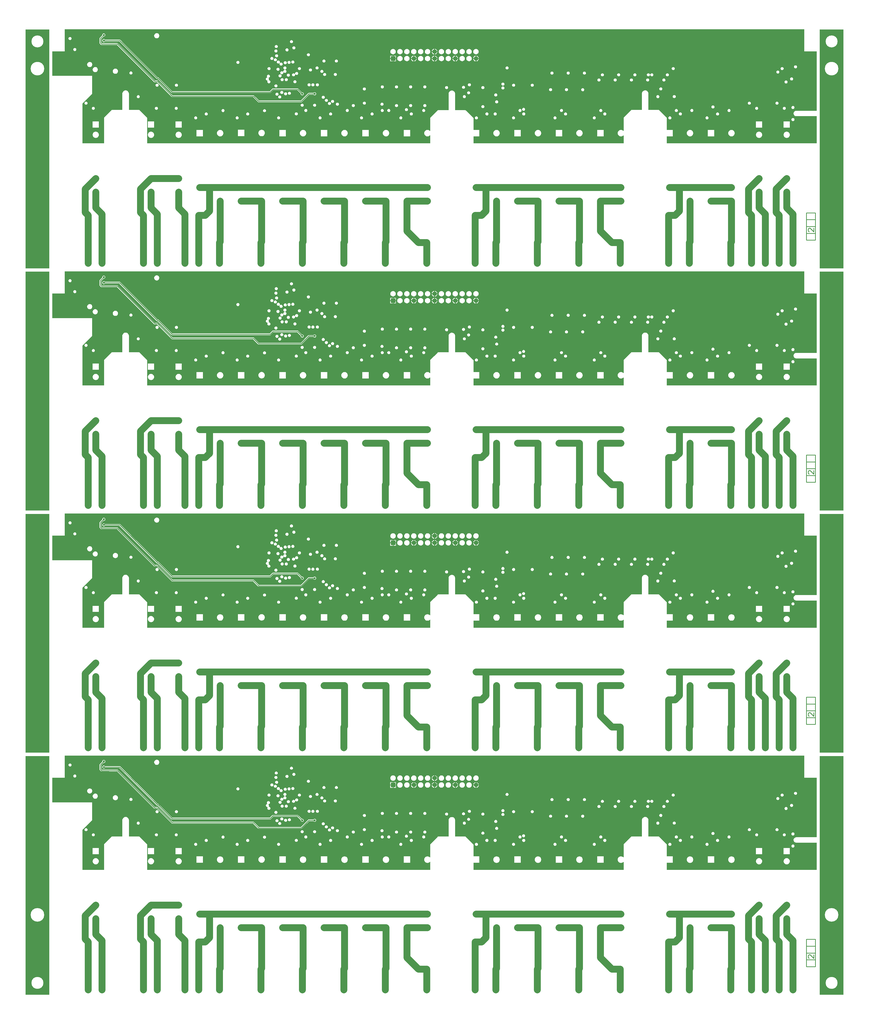
<source format=gbr>
*
%FSLAX26Y26*%
%MOIN*%
%ADD10C,0.011181*%
%ADD11C,0.101181*%
%ADD12C,0.065371*%
%ADD13R,0.065371X0.065371*%
%ADD14C,0.079921*%
%ADD15C,0.087791*%
%ADD16C,0.096181*%
%ADD17C,0.031181*%
%ADD18C,0.070870*%
%ADD19C,0.024000*%
%ADD20C,0.061339*%
%ADD21C,0.100709*%
%ADD22C,0.140079*%
%ADD23C,0.029528*%
%ADD24C,0.031496*%
%IPPOS*%
%LNl2t*%
%LPD*%
G75*
G36*
X19799Y2808802D02*
Y2899370D01*
X602396D01*
X603675Y2889634D01*
X607436Y2880568D01*
X613433Y2872765D01*
X621173Y2866825D01*
X630190Y2863076D01*
X630355Y2863033D01*
X640000Y2861773D01*
X649645Y2863033D01*
X649810Y2863076D01*
X658827Y2866825D01*
X666567Y2872765D01*
X669733Y2876884D01*
X893648D01*
X894924Y2867148D01*
X898679Y2858085D01*
X904640Y2850308D01*
X912447Y2844307D01*
X921450Y2840572D01*
X931250Y2839268D01*
X941050Y2840572D01*
X950053Y2844307D01*
X957860Y2850308D01*
X959063Y2851878D01*
X1134044D01*
X1135726Y2843370D01*
X1140546Y2836166D01*
X1147749Y2831347D01*
X1156250Y2829672D01*
X1164751Y2831347D01*
X1171954Y2836166D01*
X1176774Y2843370D01*
X1178456Y2851878D01*
X1359774D01*
X1491132Y2720525D01*
X1495171Y2717822D01*
X1499901Y2716862D01*
X1534836Y2716800D01*
X1577268Y2674370D01*
X1557208D01*
X1555524Y2682870D01*
X1550704Y2690074D01*
X1543525Y2694877D01*
X1535000Y2696578D01*
X1526475Y2694877D01*
X1519296Y2690074D01*
X1514476Y2682870D01*
X1512792Y2674370D01*
X594409D01*
Y2808739D01*
X19799Y2808802D01*
G37*
G36*
Y2899370D02*
Y2973737D01*
X522396D01*
X523677Y2964000D01*
X527436Y2954938D01*
X533403Y2947161D01*
X541236Y2941160D01*
X550242Y2937425D01*
X560000Y2936136D01*
X569758Y2937425D01*
X578764Y2941160D01*
X586597Y2947161D01*
X592564Y2954938D01*
X596323Y2964000D01*
X597604Y2973737D01*
X1237910D01*
X1334767Y2876884D01*
X968852D01*
X967569Y2886620D01*
X963806Y2895683D01*
X957838Y2903460D01*
X950027Y2909445D01*
X940975Y2913196D01*
X931157Y2914451D01*
X921526Y2913196D01*
X912430Y2909421D01*
X904662Y2903460D01*
X901524Y2899370D01*
X677604D01*
X676325Y2909106D01*
X672564Y2918172D01*
X666564Y2925978D01*
X658824Y2931917D01*
X649807Y2935665D01*
X649630Y2935708D01*
X640000Y2936968D01*
X630370Y2935708D01*
X630193Y2935665D01*
X621176Y2931917D01*
X613436Y2925978D01*
X607436Y2918172D01*
X603675Y2909106D01*
X602396Y2899370D01*
X19799D01*
G37*
G36*
Y2973737D02*
Y3164923D01*
X199409Y3164985D01*
Y3190209D01*
X321952D01*
X323646Y3181711D01*
X328444Y3174524D01*
X335667Y3169685D01*
X343955Y3168033D01*
X344365D01*
X352670Y3169694D01*
X359876Y3174524D01*
X364684Y3181711D01*
X366378Y3190209D01*
X1021429D01*
X1237910Y2973737D01*
X597604D01*
X596325Y2983473D01*
X592567Y2992536D01*
X586601Y3000313D01*
X578778Y3006314D01*
X569773Y3010049D01*
X560000Y3011344D01*
X550227Y3010049D01*
X541222Y3006314D01*
X533399Y3000313D01*
X527433Y2992536D01*
X523675Y2983473D01*
X522396Y2973737D01*
X19799D01*
G37*
G36*
X199409Y3190209D02*
Y3284445D01*
X702461D01*
X703427Y3279579D01*
X706159Y3275495D01*
X721133Y3260524D01*
X725173Y3257822D01*
X729905Y3256861D01*
X954836Y3256799D01*
X1021429Y3190209D01*
X366378D01*
X364684Y3198709D01*
X359877Y3205895D01*
X352635Y3210729D01*
X344179Y3212405D01*
X335641Y3210711D01*
X328443Y3205895D01*
X323646Y3198710D01*
X321952Y3190209D01*
X199409D01*
G37*
G36*
Y3284445D02*
Y3349370D01*
X252792D01*
X254476Y3340870D01*
X259296Y3333666D01*
X266480Y3328860D01*
X274955Y3327184D01*
X275045D01*
X283520Y3328860D01*
X290704Y3333666D01*
X295524Y3340870D01*
X297208Y3349370D01*
X702461D01*
X702461Y3284445D01*
X199409D01*
G37*
G36*
Y3349370D02*
Y3484126D01*
X10900591D01*
Y3389389D01*
X1567602D01*
X1566317Y3399125D01*
X1562552Y3408188D01*
X1556581Y3415964D01*
X1548842Y3421904D01*
X1539689Y3425701D01*
X1529936Y3426956D01*
X1520312Y3425701D01*
X1511158Y3421904D01*
X1503419Y3415964D01*
X1497448Y3408188D01*
X1493683Y3399125D01*
X1492398Y3389389D01*
X782025D01*
X784274Y3392750D01*
X785958Y3401250D01*
X784274Y3409748D01*
X779453Y3416955D01*
X772271Y3421759D01*
X772192Y3421785D01*
X763750Y3423455D01*
X755308Y3421785D01*
X755229Y3421759D01*
X748047Y3416955D01*
X743226Y3409748D01*
X741542Y3401250D01*
X742266Y3397587D01*
X742043Y3397278D01*
X706172Y3361394D01*
X703426Y3357289D01*
X702461Y3352443D01*
Y3349370D01*
X297208D01*
X295524Y3357869D01*
X290701Y3365077D01*
X283521Y3369879D01*
X283438Y3369906D01*
X275000Y3371575D01*
X266562Y3369906D01*
X266479Y3369879D01*
X259299Y3365077D01*
X254476Y3357869D01*
X252792Y3349370D01*
X199409D01*
G37*
G36*
X454409Y1832529D02*
Y1956690D01*
X602176D01*
X603705Y1945025D01*
X608216Y1934158D01*
X615367Y1924827D01*
X624728Y1917657D01*
X635567Y1913162D01*
X647390Y1911658D01*
X658922Y1913162D01*
X669802Y1917681D01*
X679123Y1924827D01*
X686274Y1934158D01*
X690775Y1945025D01*
X692314Y1956690D01*
X767521D01*
Y1832529D01*
X454409D01*
G37*
G36*
Y1956690D02*
Y2104333D01*
X602561D01*
Y2059638D01*
X691929D01*
Y2104333D01*
X767521D01*
Y1956690D01*
X692314D01*
X690775Y1968354D01*
X686279Y1979221D01*
X679124Y1988553D01*
X669754Y1995736D01*
X658923Y2000218D01*
X647240Y2001763D01*
X635567Y2000218D01*
X624736Y1995736D01*
X615366Y1988553D01*
X608211Y1979221D01*
X603705Y1968355D01*
X602176Y1956690D01*
X454409D01*
G37*
G36*
Y2104333D02*
Y2339373D01*
X590293D01*
X591976Y2330870D01*
X596796Y2323666D01*
X604021Y2318842D01*
X612500Y2317171D01*
X620979Y2318842D01*
X628204Y2323666D01*
X633024Y2330870D01*
X634707Y2339373D01*
X1034861D01*
X1034861Y2315580D01*
X878163Y2315518D01*
X767521Y2204875D01*
Y2104333D01*
X691929D01*
Y2149027D01*
X602561D01*
Y2104333D01*
X454409D01*
G37*
G36*
Y2339373D02*
Y2409547D01*
X454597Y2409802D01*
X459165Y2414370D01*
X484042D01*
X485726Y2405870D01*
X490546Y2398666D01*
X497728Y2393861D01*
X506202Y2392185D01*
X506298D01*
X514772Y2393861D01*
X521954Y2398666D01*
X526774Y2405870D01*
X528458Y2414370D01*
X1034862D01*
X1034861Y2339373D01*
X634707D01*
X633024Y2347870D01*
X628215Y2355059D01*
X620990Y2359895D01*
X612504Y2361569D01*
X603986Y2359884D01*
X596786Y2355059D01*
X591973Y2347852D01*
X590293Y2339373D01*
X454409D01*
G37*
G36*
X459165Y2414370D02*
X594409Y2549621D01*
Y2674370D01*
X1512792D01*
X1514478Y2665868D01*
X1519304Y2658660D01*
X1526455Y2653876D01*
X1535000Y2652164D01*
X1543545Y2653876D01*
X1550696Y2658660D01*
X1555522Y2665868D01*
X1557208Y2674370D01*
X1577268D01*
X1743513Y2508134D01*
X1284705D01*
X1283025Y2516613D01*
X1278207Y2523820D01*
X1271021Y2528629D01*
X1270960Y2528651D01*
X1262500Y2530324D01*
X1254040Y2528651D01*
X1253979Y2528629D01*
X1246793Y2523820D01*
X1241975Y2516613D01*
X1240295Y2508134D01*
X1121037D01*
X1121037Y2553132D01*
X1119565Y2564306D01*
X1115253Y2574707D01*
X1108431Y2583603D01*
X1099466Y2590475D01*
X1089064Y2594770D01*
X1078040Y2596212D01*
X1066846Y2594770D01*
X1056435Y2590475D01*
X1047479Y2583603D01*
X1040647Y2574707D01*
X1036335Y2564306D01*
X1034863Y2553132D01*
X1034862Y2414370D01*
X528458D01*
X526773Y2422870D01*
X521950Y2430077D01*
X514771Y2434879D01*
X514685Y2434906D01*
X506250Y2436575D01*
X497815Y2434906D01*
X497729Y2434879D01*
X490550Y2430077D01*
X485727Y2422870D01*
X484042Y2414370D01*
X459165D01*
G37*
G36*
X669733Y2876884D02*
X672564Y2880568D01*
X676325Y2889634D01*
X677604Y2899370D01*
X901524D01*
X898694Y2895683D01*
X894931Y2886620D01*
X893648Y2876884D01*
X669733D01*
G37*
G36*
X727539Y3289810D02*
Y3320000D01*
X741542D01*
X743233Y3311490D01*
X748046Y3304296D01*
X755216Y3299499D01*
X763750Y3297793D01*
X772284Y3299499D01*
X779454Y3304296D01*
X781557Y3307434D01*
X989201D01*
X1531084Y2765561D01*
X1535210Y2762797D01*
X1540034Y2761835D01*
X1544864Y2761771D01*
X1741153Y2565511D01*
X1745192Y2562808D01*
X1749971Y2561848D01*
X3170029D01*
X3174807Y2562808D01*
X3178928Y2565573D01*
X3182726Y2569370D01*
X3317792D01*
X3319479Y2560866D01*
X3324306Y2553659D01*
X3331458Y2548875D01*
X3340000Y2547164D01*
X3348542Y2548875D01*
X3349292Y2549376D01*
X3372793D01*
X3373784Y2544370D01*
X3292208D01*
X3290518Y2552878D01*
X3285688Y2560085D01*
X3278536Y2564869D01*
X3270000Y2566577D01*
X3261464Y2564869D01*
X3254312Y2560085D01*
X3249482Y2552878D01*
X3247792Y2544370D01*
X1742733D01*
X1548881Y2738207D01*
X1544811Y2740929D01*
X1544735Y2740955D01*
X1540144Y2741869D01*
X1505173Y2741932D01*
X968882Y3278206D01*
X964811Y3280929D01*
X964737Y3280954D01*
X960148Y3281868D01*
X735174Y3281931D01*
X727591Y3289514D01*
X727539Y3289810D01*
G37*
G36*
Y3320000D02*
Y3347161D01*
X727671Y3347436D01*
X759804Y3379569D01*
X760063Y3379770D01*
X763489Y3379094D01*
X764010D01*
X772268Y3380739D01*
X779454Y3385546D01*
X782025Y3389389D01*
X1492398D01*
X1493673Y3379652D01*
X1497427Y3370590D01*
X1503416Y3362777D01*
X1511190Y3356812D01*
X1520189Y3353077D01*
X1530000Y3351769D01*
X1539811Y3353077D01*
X1548810Y3356812D01*
X1556592Y3362785D01*
X1562573Y3370590D01*
X1566327Y3379652D01*
X1567602Y3389389D01*
X10900591D01*
Y3304355D01*
X3502205D01*
X3500524Y3312870D01*
X3495704Y3320074D01*
X3488511Y3324886D01*
X3480235Y3326531D01*
X3479765D01*
X3471489Y3324886D01*
X3464296Y3320074D01*
X3459476Y3312870D01*
X3457795Y3304355D01*
X1027731D01*
X1003245Y3328841D01*
X999180Y3331560D01*
X999090Y3331588D01*
X994495Y3332503D01*
X781558Y3332565D01*
X779438Y3335715D01*
X772285Y3340500D01*
X763750Y3342207D01*
X755215Y3340500D01*
X748063Y3335716D01*
X743232Y3328509D01*
X741542Y3320000D01*
X727539D01*
G37*
G36*
X959063Y2851878D02*
X963821Y2858085D01*
X967576Y2867148D01*
X968852Y2876884D01*
X1334767D01*
X1359774Y2851878D01*
X1178456D01*
X1176776Y2860356D01*
X1171962Y2867563D01*
X1164729Y2872398D01*
X1156250Y2874072D01*
X1147732Y2872381D01*
X1140538Y2867563D01*
X1135724Y2860356D01*
X1134044Y2851878D01*
X959063D01*
G37*
G36*
X1027731Y3304355D02*
X3457795D01*
X3459475Y3295877D01*
X3464293Y3288669D01*
X3471479Y3283861D01*
X3471541Y3283838D01*
X3480000Y3282166D01*
X3488459Y3283838D01*
X3488521Y3283861D01*
X3495707Y3288669D01*
X3500525Y3295877D01*
X3502205Y3304355D01*
X10900591D01*
Y3214370D01*
X3537208D01*
X3535524Y3222870D01*
X3530704Y3230074D01*
X3523526Y3234876D01*
X3515000Y3236578D01*
X3506474Y3234876D01*
X3505724Y3234375D01*
X3282207D01*
X3280527Y3242853D01*
X3275714Y3250060D01*
X3268487Y3254896D01*
X3260000Y3256570D01*
X3251484Y3254883D01*
X3244286Y3250060D01*
X3239473Y3242853D01*
X3237793Y3234375D01*
X1097714D01*
X1027731Y3304355D01*
G37*
G36*
X1097714Y3234375D02*
X3237793D01*
X3239476Y3225870D01*
X3244296Y3218666D01*
X3251513Y3213844D01*
X3260000Y3212171D01*
X3268487Y3213844D01*
X3269274Y3214370D01*
X3492792D01*
X3494479Y3205867D01*
X3499305Y3198660D01*
X3506457Y3193876D01*
X3515000Y3192164D01*
X3523543Y3193876D01*
X3530695Y3198660D01*
X3532012Y3200626D01*
X5556591D01*
Y3183738D01*
X5543409D01*
Y3200625D01*
X5539324Y3200084D01*
X5529397Y3195976D01*
X5520829Y3189415D01*
X5514266Y3180862D01*
X5510143Y3170897D01*
X5509615Y3166851D01*
X5488244D01*
X5487787Y3170337D01*
X5483882Y3179772D01*
X5477653Y3187894D01*
X5469558Y3194110D01*
X5460201Y3197984D01*
X5460038Y3198026D01*
X5450000Y3199347D01*
X5439962Y3198026D01*
X5439799Y3197984D01*
X5430403Y3194098D01*
G03X5415339Y3177893I21395J-34993D01*
G01X5412213Y3170337D01*
X5410887Y3160227D01*
X5389113D01*
X5387787Y3170337D01*
X5383882Y3179772D01*
X5377653Y3187893D01*
X5369568Y3194110D01*
X5360200Y3197984D01*
X5360038Y3198026D01*
X5350000Y3199347D01*
X5339962Y3198026D01*
X5339799Y3197984D01*
X5330403Y3194098D01*
G03X5315339Y3177893I21395J-34993D01*
G01X5312213Y3170337D01*
X5310887Y3160227D01*
X5289113D01*
X5287787Y3170337D01*
X5283882Y3179772D01*
X5277653Y3187893D01*
X5269568Y3194110D01*
X5260200Y3197984D01*
X5260038Y3198026D01*
X5250000Y3199347D01*
X5239962Y3198026D01*
X5239799Y3197984D01*
X5230413Y3194098D01*
G03X5215339Y3177893I21352J-34975D01*
G01X5212213Y3170337D01*
X5210887Y3160227D01*
X5189113D01*
X5187787Y3170337D01*
X5183882Y3179772D01*
X5177653Y3187893D01*
X5169568Y3194110D01*
X5160200Y3197984D01*
X5160038Y3198026D01*
X5150000Y3199347D01*
X5139962Y3198026D01*
X5139799Y3197984D01*
X5130413Y3194098D01*
G03X5115339Y3177893I21352J-34975D01*
G01X5112213Y3170337D01*
X5110887Y3160227D01*
X5089113D01*
X5087787Y3170337D01*
X5083882Y3179772D01*
X5077653Y3187894D01*
X5069558Y3194110D01*
X5060201Y3197984D01*
X5060038Y3198026D01*
X5050000Y3199347D01*
X5039962Y3198026D01*
X5039799Y3197984D01*
X5030403Y3194098D01*
G03X5015339Y3177893I21395J-34993D01*
G01X5012213Y3170337D01*
X5010887Y3160227D01*
X4989113D01*
X4987787Y3170337D01*
X4983882Y3179772D01*
X4977653Y3187894D01*
X4969558Y3194110D01*
X4960201Y3197984D01*
X4960038Y3198026D01*
X4950000Y3199347D01*
X4939962Y3198026D01*
X4939799Y3197984D01*
X4930403Y3194098D01*
G03X4919653Y3184580I21395J-34993D01*
G01X3437358D01*
X3435667Y3193089D01*
X3430854Y3200284D01*
X3423670Y3205080D01*
X3415150Y3206787D01*
X3406630Y3205080D01*
X3399446Y3200284D01*
X3394633Y3193089D01*
X3392942Y3184580D01*
X3271035D01*
X3270716Y3185056D01*
X3263494Y3189895D01*
X3255014Y3191567D01*
X3246489Y3189886D01*
X3239284Y3185056D01*
X3234476Y3177870D01*
X3232792Y3169371D01*
X1162720D01*
X1097714Y3234375D01*
G37*
G36*
X1121037Y2508134D02*
X1240295D01*
X1241976Y2499620D01*
X1246796Y2492416D01*
X1253990Y2487604D01*
X1262518Y2485927D01*
X1271010Y2487604D01*
X1278204Y2492416D01*
X1283024Y2499620D01*
X1284705Y2508134D01*
X1743513D01*
X1746102Y2505545D01*
X1750230Y2502792D01*
X1754797Y2501883D01*
X2924815Y2501820D01*
X2996130Y2430526D01*
X3000169Y2427824D01*
X3004893Y2426864D01*
X3620107D01*
X3624831Y2427824D01*
X3628870Y2430526D01*
X3652719Y2454370D01*
X3962792D01*
X3964476Y2445870D01*
X3969296Y2438666D01*
X3976482Y2433859D01*
X3984961Y2432182D01*
X3985039D01*
X3993518Y2433859D01*
X4000704Y2438666D01*
X4001176Y2439370D01*
X4052792D01*
X4054485Y2430858D01*
X4059296Y2423666D01*
X4066469Y2418867D01*
X4075000Y2417163D01*
X4083531Y2418867D01*
X4090704Y2423666D01*
X4095515Y2430858D01*
X4097208Y2439370D01*
X5756202D01*
X5756201Y2379371D01*
X5432208D01*
X5430524Y2387870D01*
X5425716Y2395056D01*
X5418494Y2399895D01*
X5410014Y2401567D01*
X5401489Y2399886D01*
X5394284Y2395056D01*
X5389476Y2387870D01*
X5387792Y2379371D01*
X5227208D01*
X5225524Y2387870D01*
X5220716Y2395056D01*
X5213494Y2399895D01*
X5205014Y2401567D01*
X5196489Y2399886D01*
X5189284Y2395056D01*
X5184476Y2387870D01*
X5182792Y2379371D01*
X5022208D01*
X5020524Y2387870D01*
X5015716Y2395056D01*
X5008494Y2399895D01*
X5000014Y2401567D01*
X4991489Y2399886D01*
X4990719Y2399370D01*
X4812208D01*
X4810517Y2407879D01*
X4805687Y2415086D01*
X4798535Y2419870D01*
X4790000Y2421577D01*
X4781465Y2419870D01*
X4774313Y2415086D01*
X4773833Y2414370D01*
X4557208D01*
X4555523Y2422870D01*
X4550700Y2430077D01*
X4543521Y2434879D01*
X4543435Y2434906D01*
X4535000Y2436575D01*
X4526565Y2434906D01*
X4526479Y2434879D01*
X4519300Y2430077D01*
X4514477Y2422870D01*
X4512792Y2414370D01*
X4161167D01*
X4160687Y2415086D01*
X4153535Y2419870D01*
X4145000Y2421577D01*
X4136465Y2419870D01*
X4129313Y2415086D01*
X4125482Y2409370D01*
X4052208D01*
X4050524Y2417870D01*
X4045704Y2425074D01*
X4038513Y2429885D01*
X4030243Y2431530D01*
X4029757D01*
X4021487Y2429885D01*
X4014296Y2425074D01*
X4009476Y2417870D01*
X4007795Y2409354D01*
X1121038D01*
X1121037Y2508134D01*
G37*
G36*
X1121038Y2409354D02*
X4007795D01*
X4009475Y2400875D01*
X4014294Y2393668D01*
X4021479Y2388861D01*
X4021546Y2388837D01*
X4030000Y2387166D01*
X4038454Y2388837D01*
X4038521Y2388861D01*
X4045706Y2393668D01*
X4049518Y2399370D01*
X4122792D01*
X4124483Y2390860D01*
X4128825Y2384370D01*
X3837208D01*
X3835524Y2392870D01*
X3830704Y2400074D01*
X3823522Y2404878D01*
X3815000Y2406578D01*
X3806478Y2404878D01*
X3799296Y2400074D01*
X3794476Y2392870D01*
X3792792Y2384370D01*
X3657208D01*
X3655524Y2392870D01*
X3650704Y2400074D01*
X3643522Y2404878D01*
X3635000Y2406578D01*
X3626478Y2404878D01*
X3619296Y2400074D01*
X3614476Y2392870D01*
X3612792Y2384370D01*
X1121039D01*
X1121038Y2409354D01*
G37*
G36*
X1121039Y2384370D02*
X3612792D01*
X3614477Y2375869D01*
X3619301Y2368662D01*
X3626479Y2363861D01*
X3626568Y2363833D01*
X3635000Y2362164D01*
X3643432Y2363833D01*
X3643521Y2363861D01*
X3650699Y2368662D01*
X3655523Y2375869D01*
X3657208Y2384370D01*
X3792792D01*
X3794477Y2375869D01*
X3799301Y2368662D01*
X3806479Y2363861D01*
X3806568Y2363833D01*
X3815000Y2362164D01*
X3823432Y2363833D01*
X3823521Y2363861D01*
X3830699Y2368662D01*
X3835523Y2375869D01*
X3837208Y2384370D01*
X4128825D01*
X4129296Y2383666D01*
X4136466Y2378869D01*
X4145000Y2377163D01*
X4153534Y2378869D01*
X4154284Y2379371D01*
X4352792D01*
X4354476Y2370870D01*
X4359283Y2363685D01*
X4366504Y2358846D01*
X4374980Y2357175D01*
X4383467Y2358840D01*
X4390718Y2363686D01*
X4395524Y2370870D01*
X4397208Y2379371D01*
X4780716D01*
X4781466Y2378869D01*
X4790000Y2377163D01*
X4798534Y2378869D01*
X4799284Y2379371D01*
X4977792D01*
X4979476Y2370870D01*
X4984283Y2363685D01*
X4991504Y2358846D01*
X4999980Y2357175D01*
X5008467Y2358840D01*
X5015718Y2363686D01*
X5020524Y2370870D01*
X5022208Y2379371D01*
X5182792D01*
X5184476Y2370870D01*
X5189283Y2363685D01*
X5196504Y2358846D01*
X5204980Y2357175D01*
X5213467Y2358840D01*
X5220718Y2363686D01*
X5225524Y2370870D01*
X5227208Y2379371D01*
X5387792D01*
X5389476Y2370870D01*
X5394283Y2363685D01*
X5401504Y2358846D01*
X5409980Y2357175D01*
X5418467Y2358840D01*
X5425718Y2363686D01*
X5430524Y2370870D01*
X5432208Y2379371D01*
X5756201D01*
X5756201Y2313776D01*
X5599499Y2313714D01*
X5593905Y2308120D01*
X5415958D01*
X5414270Y2316624D01*
X5409443Y2323832D01*
X5402292Y2328616D01*
X5393750Y2330326D01*
X5385208Y2328616D01*
X5378057Y2323832D01*
X5375906Y2320620D01*
X5165958D01*
X5164268Y2329127D01*
X5159439Y2336335D01*
X5152287Y2341119D01*
X5143750Y2342827D01*
X5135213Y2341119D01*
X5132604Y2339373D01*
X1834707D01*
X1833024Y2347870D01*
X1828215Y2355059D01*
X1820990Y2359895D01*
X1812504Y2361569D01*
X1803986Y2359884D01*
X1796786Y2355059D01*
X1791973Y2347852D01*
X1790293Y2339373D01*
X1547207D01*
X1545524Y2347870D01*
X1540715Y2355059D01*
X1533490Y2359895D01*
X1525004Y2361569D01*
X1516486Y2359884D01*
X1509286Y2355059D01*
X1504473Y2347852D01*
X1502793Y2339373D01*
X1121039D01*
X1121039Y2384370D01*
G37*
G36*
X1121039Y2339373D02*
X1502793D01*
X1504476Y2330870D01*
X1509296Y2323666D01*
X1516521Y2318842D01*
X1525000Y2317171D01*
X1533479Y2318842D01*
X1540704Y2323666D01*
X1545524Y2330870D01*
X1547207Y2339373D01*
X1790293D01*
X1791976Y2330870D01*
X1796796Y2323666D01*
X1804021Y2318842D01*
X1812500Y2317171D01*
X1820979Y2318842D01*
X1828204Y2323666D01*
X1833024Y2330870D01*
X1834707Y2339373D01*
X5132604D01*
X5128061Y2336335D01*
X5123232Y2329127D01*
X5121542Y2320620D01*
X4906230D01*
X4904083Y2323832D01*
X4896932Y2328616D01*
X4888390Y2330326D01*
X4879848Y2328616D01*
X4872687Y2323831D01*
X4867870Y2316625D01*
X4866172Y2308120D01*
X4815958D01*
X4814270Y2316624D01*
X4809443Y2323832D01*
X4802292Y2328616D01*
X4793750Y2330326D01*
X4785208Y2328616D01*
X4778057Y2323832D01*
X4773230Y2316624D01*
X4771542Y2308120D01*
X4309708D01*
X4308020Y2316624D01*
X4303193Y2323832D01*
X4296042Y2328616D01*
X4287500Y2330326D01*
X4278958Y2328616D01*
X4271807Y2323832D01*
X4266980Y2316624D01*
X4265292Y2308120D01*
X3709708D01*
X3708020Y2316624D01*
X3703193Y2323832D01*
X3696042Y2328616D01*
X3687500Y2330326D01*
X3678958Y2328616D01*
X3671807Y2323832D01*
X3666980Y2316624D01*
X3665292Y2308120D01*
X3111713D01*
X3110524Y2314120D01*
X3105704Y2321324D01*
X3098524Y2326127D01*
X3090000Y2327828D01*
X3081476Y2326127D01*
X3074296Y2321324D01*
X3069476Y2314120D01*
X3068066Y2307000D01*
X2511208D01*
X2509520Y2315505D01*
X2504693Y2322712D01*
X2497541Y2327496D01*
X2489000Y2329206D01*
X2480459Y2327496D01*
X2473307Y2322712D01*
X2468480Y2315505D01*
X2466792Y2307000D01*
X1286254D01*
X1277737Y2315518D01*
X1121039Y2315580D01*
X1121039Y2339373D01*
G37*
G36*
X1162720Y3169371D02*
X3232792D01*
X3234476Y3160870D01*
X3239283Y3153685D01*
X3246504Y3148846D01*
X3254980Y3147175D01*
X3263467Y3148840D01*
X3270718Y3153686D01*
X3275093Y3160227D01*
X4910887D01*
X4912215Y3150117D01*
X4916125Y3140681D01*
X4922332Y3132593D01*
X4930458Y3126357D01*
X4939806Y3122484D01*
X4950000Y3121126D01*
X4960194Y3122484D01*
X4969571Y3126381D01*
X4977668Y3132594D01*
X4983875Y3140681D01*
X4987785Y3150117D01*
X4989113Y3160227D01*
X5010887D01*
X5012215Y3150117D01*
X5016125Y3140681D01*
X5022332Y3132593D01*
X5030458Y3126357D01*
X5039806Y3122484D01*
X5050000Y3121126D01*
X5060194Y3122484D01*
X5069571Y3126381D01*
X5077668Y3132594D01*
X5083875Y3140681D01*
X5087785Y3150117D01*
X5089113Y3160227D01*
X5110887D01*
X5112215Y3150117D01*
X5116125Y3140681D01*
X5122332Y3132594D01*
X5130468Y3126357D01*
X5139806Y3122484D01*
X5150000Y3121126D01*
X5160194Y3122484D01*
X5169581Y3126381D01*
X5177668Y3132593D01*
X5183875Y3140681D01*
X5187785Y3150117D01*
X5189113Y3160227D01*
X5210887D01*
X5212215Y3150117D01*
X5216125Y3140681D01*
X5222332Y3132594D01*
X5230468Y3126357D01*
X5239806Y3122484D01*
X5250000Y3121126D01*
X5260194Y3122484D01*
X5269581Y3126381D01*
X5277668Y3132593D01*
X5283875Y3140681D01*
X5287785Y3150117D01*
X5289113Y3160227D01*
X5310887D01*
X5312215Y3150117D01*
X5316125Y3140681D01*
X5322332Y3132593D01*
X5330458Y3126357D01*
X5339806Y3122484D01*
X5350000Y3121126D01*
X5360194Y3122484D01*
X5369581Y3126381D01*
X5377668Y3132593D01*
X5383875Y3140681D01*
X5387785Y3150117D01*
X5389113Y3160227D01*
X5410887D01*
X5412215Y3150117D01*
X5416125Y3140681D01*
X5422332Y3132593D01*
X5430458Y3126357D01*
X5439806Y3122484D01*
X5450000Y3121126D01*
X5460194Y3122484D01*
X5469571Y3126381D01*
X5477668Y3132594D01*
X5483875Y3140681D01*
X5487785Y3150117D01*
X5488243Y3153602D01*
X5509619D01*
X5510145Y3149557D01*
X5514259Y3139624D01*
X5520824Y3131059D01*
X5529395Y3124494D01*
X5539248Y3120417D01*
X5539408Y3120374D01*
X5543409Y3119850D01*
X5556591D01*
X5560592Y3120374D01*
X5560752Y3120417D01*
X5570650Y3124519D01*
X5579182Y3131065D01*
X5585741Y3139624D01*
X5589855Y3149557D01*
X5590381Y3153602D01*
X5611757D01*
X5612215Y3150117D01*
X5616125Y3140681D01*
X5622332Y3132594D01*
X5630468Y3126357D01*
X5639806Y3122484D01*
X5650000Y3121126D01*
X5660194Y3122484D01*
X5669581Y3126381D01*
X5677668Y3132593D01*
X5683875Y3140681D01*
X5687785Y3150117D01*
X5689113Y3160227D01*
X5710887D01*
X5712215Y3150117D01*
X5716125Y3140681D01*
X5722332Y3132594D01*
X5730468Y3126357D01*
X5739806Y3122484D01*
X5750000Y3121126D01*
X5760194Y3122484D01*
X5769581Y3126381D01*
X5777668Y3132593D01*
X5783875Y3140681D01*
X5787785Y3150117D01*
X5789113Y3160227D01*
X5810887D01*
X5812215Y3150117D01*
X5816125Y3140681D01*
X5822332Y3132593D01*
X5830458Y3126357D01*
X5839806Y3122484D01*
X5850000Y3121126D01*
X5860194Y3122484D01*
X5869581Y3126381D01*
X5877668Y3132593D01*
X5883875Y3140681D01*
X5887785Y3150117D01*
X5889113Y3160227D01*
X5910887D01*
X5912215Y3150117D01*
X5916125Y3140681D01*
X5922332Y3132593D01*
X5930458Y3126357D01*
X5939806Y3122484D01*
X5950000Y3121126D01*
X5960194Y3122484D01*
X5969571Y3126381D01*
X5977668Y3132594D01*
X5983875Y3140681D01*
X5987785Y3150117D01*
X5989113Y3160227D01*
X6010887D01*
X6012215Y3150117D01*
X6016125Y3140681D01*
X6022332Y3132593D01*
X6030458Y3126357D01*
X6039806Y3122484D01*
X6050000Y3121126D01*
X6060194Y3122484D01*
X6069571Y3126381D01*
X6077668Y3132594D01*
X6083875Y3140681D01*
X6087785Y3150117D01*
X6089113Y3160227D01*
X6110887D01*
X6112215Y3150117D01*
X6116125Y3140681D01*
X6122332Y3132594D01*
X6130468Y3126357D01*
X6139806Y3122484D01*
X6150000Y3121126D01*
X6160194Y3122484D01*
X6169581Y3126381D01*
X6177668Y3132593D01*
X6183875Y3140681D01*
X6187785Y3150117D01*
X6189113Y3160227D01*
X11080201D01*
Y3114381D01*
X3747206D01*
X3745525Y3122860D01*
X3740709Y3130067D01*
X3733520Y3134880D01*
X3733468Y3134900D01*
X3725000Y3136573D01*
X3716532Y3134900D01*
X3716480Y3134880D01*
X3709291Y3130067D01*
X3704475Y3122860D01*
X3702794Y3114381D01*
X3281167D01*
X3280702Y3115076D01*
X3273521Y3119879D01*
X3273440Y3119905D01*
X3265000Y3121575D01*
X3256560Y3119905D01*
X3256479Y3119879D01*
X3249298Y3115076D01*
X3244476Y3107869D01*
X3242792Y3099370D01*
X1232723D01*
X1162720Y3169371D01*
G37*
G36*
X1232723Y3099370D02*
X3242792D01*
X3244476Y3090870D01*
X3249296Y3083666D01*
X3256481Y3078860D01*
X3264958Y3077183D01*
X3265042D01*
X3273519Y3078860D01*
X3280704Y3083666D01*
X3280925Y3083995D01*
X4909091D01*
Y3066857D01*
X4943409D01*
Y3083995D01*
X4956591D01*
Y3066857D01*
X4990909D01*
Y3083995D01*
X5019354D01*
X5016139Y3079809D01*
X5012222Y3070373D01*
X5010886Y3060240D01*
X3259136D01*
X3254911Y3063066D01*
X3246381Y3064743D01*
X3237889Y3063066D01*
X3235249Y3061300D01*
X3218608D01*
X3216924Y3069799D01*
X3212101Y3077006D01*
X3204921Y3081809D01*
X3204839Y3081836D01*
X3196400Y3083505D01*
X3187961Y3081836D01*
X3187879Y3081809D01*
X3180699Y3077006D01*
X3175876Y3069799D01*
X3174192Y3061300D01*
X1270795D01*
X1232723Y3099370D01*
G37*
G36*
X1270795Y3061300D02*
X3174192D01*
X3175876Y3052800D01*
X3180696Y3045596D01*
X3187880Y3040790D01*
X3196354Y3039114D01*
X3196446D01*
X3204920Y3040790D01*
X3207530Y3042536D01*
X3224195D01*
X3225875Y3034057D01*
X3230693Y3026850D01*
X3237879Y3022041D01*
X3237941Y3022018D01*
X3246400Y3020346D01*
X3254860Y3022018D01*
X3254921Y3022041D01*
X3262107Y3026850D01*
X3266925Y3034057D01*
X3268605Y3042536D01*
X3937982D01*
X3934284Y3040057D01*
X3929476Y3032870D01*
X3927792Y3024372D01*
X3516174D01*
X3515710Y3025066D01*
X3508473Y3029899D01*
X3500000Y3031572D01*
X3491480Y3029880D01*
X3484290Y3025066D01*
X3479474Y3017859D01*
X3477794Y3009380D01*
X3466212D01*
X3465515Y3012882D01*
X3460704Y3020074D01*
X3453531Y3024873D01*
X3445000Y3026577D01*
X3436469Y3024873D01*
X3429296Y3020074D01*
X3424485Y3012882D01*
X3422792Y3004370D01*
X3411216D01*
X3410524Y3007870D01*
X3405704Y3015074D01*
X3398487Y3019896D01*
X3390000Y3021569D01*
X3381513Y3019896D01*
X3374296Y3015074D01*
X3369476Y3007870D01*
X3367793Y2999365D01*
X3339289D01*
X3338540Y2999867D01*
X3330000Y3001576D01*
X3321461Y2999867D01*
X3316050Y2996240D01*
X3315828Y2996131D01*
X3315479D01*
X3315242Y2996271D01*
X3311254Y2999707D01*
X3310570Y3000630D01*
X3310530Y3000940D01*
X3312206Y3009380D01*
X3310526Y3017859D01*
X3305710Y3025066D01*
X3298473Y3029899D01*
X3290000Y3031572D01*
X3281480Y3029880D01*
X3274290Y3025066D01*
X3269474Y3017859D01*
X3267794Y3009380D01*
X2726212D01*
X2725515Y3012882D01*
X2720704Y3020074D01*
X2713531Y3024873D01*
X2705000Y3026577D01*
X2696469Y3024873D01*
X2689296Y3020074D01*
X2684485Y3012882D01*
X2682792Y3004370D01*
X1327727D01*
X1270795Y3061300D01*
G37*
G36*
X1286254Y2307000D02*
X2466792D01*
X2468486Y2298486D01*
X2473296Y2291296D01*
X2480472Y2286495D01*
X2489000Y2284793D01*
X2497528Y2286495D01*
X2504704Y2291296D01*
X2509524Y2298500D01*
X2510934Y2305620D01*
X3067792D01*
X3069478Y2297118D01*
X3074303Y2289911D01*
X3081455Y2285127D01*
X3090000Y2283414D01*
X3098545Y2285127D01*
X3105697Y2289911D01*
X3110522Y2297118D01*
X3112208Y2305620D01*
X3665789D01*
X3666986Y2299606D01*
X3671796Y2292416D01*
X3678972Y2287615D01*
X3687500Y2285913D01*
X3696028Y2287615D01*
X3703204Y2292416D01*
X3708024Y2299620D01*
X3709708Y2308120D01*
X4265292D01*
X4266986Y2299606D01*
X4271796Y2292416D01*
X4278972Y2287615D01*
X4287500Y2285913D01*
X4296028Y2287615D01*
X4303204Y2292416D01*
X4308024Y2299620D01*
X4309708Y2308120D01*
X4771542D01*
X4773236Y2299606D01*
X4778046Y2292416D01*
X4785222Y2287615D01*
X4793750Y2285913D01*
X4802278Y2287615D01*
X4809454Y2292416D01*
X4814274Y2299620D01*
X4815958Y2308120D01*
X4866172D01*
X4867876Y2299606D01*
X4872676Y2292416D01*
X4879862Y2287615D01*
X4888390Y2285913D01*
X4896918Y2287615D01*
X4904094Y2292416D01*
X4908904Y2299620D01*
X4910598Y2308120D01*
X5125902D01*
X5128045Y2304916D01*
X5135218Y2300118D01*
X5143750Y2298413D01*
X5152282Y2300118D01*
X5159455Y2304916D01*
X5161598Y2308120D01*
X5371542D01*
X5373236Y2299606D01*
X5378046Y2292416D01*
X5385222Y2287615D01*
X5393750Y2285913D01*
X5402278Y2287615D01*
X5409454Y2292416D01*
X5414274Y2299620D01*
X5415958Y2308120D01*
X5593905D01*
X5544168Y2258382D01*
X5236956D01*
X5235275Y2266861D01*
X5230458Y2274068D01*
X5223270Y2278880D01*
X5223216Y2278900D01*
X5214750Y2280573D01*
X5206284Y2278900D01*
X5206230Y2278880D01*
X5199042Y2274068D01*
X5194225Y2266861D01*
X5192544Y2258382D01*
X4668206D01*
X4666525Y2266861D01*
X4661708Y2274068D01*
X4654520Y2278880D01*
X4654466Y2278900D01*
X4646000Y2280573D01*
X4637534Y2278900D01*
X4637480Y2278880D01*
X4630292Y2274068D01*
X4625475Y2266861D01*
X4623794Y2258382D01*
X4068206D01*
X4066525Y2266861D01*
X4061708Y2274068D01*
X4054520Y2278880D01*
X4054466Y2278900D01*
X4046000Y2280573D01*
X4037534Y2278900D01*
X4037480Y2278880D01*
X4030292Y2274068D01*
X4025475Y2266861D01*
X4023992Y2259378D01*
X3572206D01*
X3570526Y2267856D01*
X3565712Y2275063D01*
X3558479Y2279898D01*
X3550000Y2281572D01*
X3541482Y2279881D01*
X3534288Y2275063D01*
X3529474Y2267856D01*
X3527794Y2259378D01*
X2868008D01*
X2866525Y2266861D01*
X2861708Y2274068D01*
X2854520Y2278880D01*
X2854466Y2278900D01*
X2846000Y2280573D01*
X2837534Y2278900D01*
X2837480Y2278880D01*
X2830292Y2274068D01*
X2825475Y2266861D01*
X2823794Y2258382D01*
X2268206D01*
X2266525Y2266861D01*
X2261708Y2274068D01*
X2254520Y2278880D01*
X2254466Y2278900D01*
X2246000Y2280573D01*
X2237534Y2278900D01*
X2237480Y2278880D01*
X2230292Y2274068D01*
X2225475Y2266861D01*
X2223794Y2258382D01*
X1334872D01*
X1286254Y2307000D01*
G37*
G36*
X1327727Y3004370D02*
X2682792D01*
X2684481Y2995864D01*
X2689310Y2988656D01*
X2696461Y2983872D01*
X2705000Y2982163D01*
X2713539Y2983872D01*
X2720690Y2988656D01*
X2725519Y2995864D01*
X2727208Y3004370D01*
X3268785D01*
X3269476Y3000870D01*
X3274296Y2993666D01*
X3281496Y2988849D01*
X3290001Y2987173D01*
X3298504Y2988849D01*
X3304385Y2992788D01*
X3308768Y2989007D01*
X3309510Y2987997D01*
X3307792Y2979370D01*
X3309485Y2970857D01*
X3314296Y2963666D01*
X3321471Y2958866D01*
X3330000Y2957163D01*
X3338529Y2958866D01*
X3345704Y2963666D01*
X3350515Y2970857D01*
X3352208Y2979370D01*
X3380727D01*
X3381513Y2978844D01*
X3390000Y2977169D01*
X3398516Y2978857D01*
X3405714Y2983680D01*
X3410527Y2990887D01*
X3412207Y2999365D01*
X3423786D01*
X3424481Y2995864D01*
X3429310Y2988656D01*
X3436461Y2983872D01*
X3445000Y2982163D01*
X3453539Y2983872D01*
X3460690Y2988656D01*
X3465519Y2995864D01*
X3467208Y3004370D01*
X3478785D01*
X3479476Y3000870D01*
X3484296Y2993666D01*
X3491496Y2988849D01*
X3500000Y2987173D01*
X3508504Y2988849D01*
X3515705Y2993666D01*
X3520524Y3000870D01*
X3522206Y3009380D01*
X3933818D01*
X3934282Y3008686D01*
X3941503Y3003846D01*
X3949977Y3002175D01*
X3958471Y3003841D01*
X3965718Y3008686D01*
X3970524Y3015870D01*
X3972208Y3024372D01*
X4107792D01*
X4109476Y3015870D01*
X4114282Y3008686D01*
X4121503Y3003846D01*
X4129977Y3002175D01*
X4138471Y3003841D01*
X4145718Y3008686D01*
X4150524Y3015870D01*
X4152208Y3024372D01*
X4909091D01*
Y3019333D01*
X4943409D01*
Y3036501D01*
X4956591D01*
Y3019333D01*
X4990909D01*
Y3036501D01*
X5019335D01*
X5022358Y3032568D01*
X5030419Y3026380D01*
X5039866Y3022459D01*
X5050012Y3021137D01*
X5060134Y3022459D01*
X5069571Y3026380D01*
X5077643Y3032569D01*
X5083858Y3040656D01*
X5087775Y3050092D01*
X5089108Y3060240D01*
X5110886D01*
X5112224Y3050092D01*
X5116142Y3040656D01*
X5122357Y3032569D01*
X5130429Y3026380D01*
X5139866Y3022459D01*
X5150012Y3021137D01*
X5160134Y3022459D01*
X5169581Y3026380D01*
X5177642Y3032568D01*
X5183858Y3040657D01*
X5187775Y3050092D01*
X5188241Y3053639D01*
X5209615D01*
X5210155Y3049532D01*
X5214273Y3039599D01*
X5220820Y3031075D01*
X5229357Y3024514D01*
X5239275Y3020406D01*
X5243409Y3019849D01*
X5256591D01*
X5260725Y3020406D01*
X5270643Y3024514D01*
X5279180Y3031075D01*
X5285727Y3039599D01*
X5289845Y3049532D01*
X5290385Y3053639D01*
X5311756D01*
X5312224Y3050092D01*
X5316142Y3040657D01*
X5322358Y3032568D01*
X5330419Y3026380D01*
X5339866Y3022459D01*
X5350012Y3021137D01*
X5360134Y3022459D01*
X5369581Y3026380D01*
X5377642Y3032568D01*
X5383858Y3040657D01*
X5387775Y3050092D01*
X5389108Y3060240D01*
X5410886D01*
X5412224Y3050092D01*
X5416142Y3040657D01*
X5422358Y3032568D01*
X5430419Y3026380D01*
X5439866Y3022459D01*
X5450012Y3021137D01*
X5460134Y3022459D01*
X5469571Y3026380D01*
X5477643Y3032569D01*
X5483858Y3040656D01*
X5487775Y3050092D01*
X5488241Y3053639D01*
X5509615D01*
X5510155Y3049532D01*
X5514273Y3039599D01*
X5520810Y3031075D01*
X5529357Y3024514D01*
X5539275Y3020406D01*
X5543409Y3019849D01*
X5556591D01*
X5560725Y3020406D01*
X5570643Y3024514D01*
X5579190Y3031075D01*
X5585727Y3039599D01*
X5589845Y3049532D01*
X5590385Y3053639D01*
X5611756D01*
X5612224Y3050092D01*
X5616142Y3040656D01*
X5622357Y3032569D01*
X5630429Y3026380D01*
X5639866Y3022459D01*
X5650012Y3021137D01*
X5660134Y3022459D01*
X5669581Y3026380D01*
X5677642Y3032568D01*
X5683858Y3040657D01*
X5687775Y3050092D01*
X5689108Y3060240D01*
X5710886D01*
X5712224Y3050092D01*
X5716142Y3040656D01*
X5722357Y3032569D01*
X5730429Y3026380D01*
X5739866Y3022459D01*
X5750012Y3021137D01*
X5760134Y3022459D01*
X5769581Y3026380D01*
X5777642Y3032568D01*
X5783858Y3040657D01*
X5787775Y3050092D01*
X5788241Y3053639D01*
X5809615D01*
X5810155Y3049532D01*
X5814273Y3039599D01*
X5820820Y3031075D01*
X5829357Y3024514D01*
X5839275Y3020406D01*
X5843409Y3019849D01*
X5856591D01*
X5860725Y3020406D01*
X5870643Y3024514D01*
X5879180Y3031075D01*
X5885727Y3039599D01*
X5889845Y3049532D01*
X5890385Y3053639D01*
X5911756D01*
X5912224Y3050092D01*
X5916142Y3040657D01*
X5922358Y3032568D01*
X5930419Y3026380D01*
X5939866Y3022459D01*
X5950012Y3021137D01*
X5960134Y3022459D01*
X5969571Y3026380D01*
X5977643Y3032569D01*
X5983858Y3040656D01*
X5987775Y3050092D01*
X5989108Y3060240D01*
X6010886D01*
X6012224Y3050092D01*
X6016142Y3040657D01*
X6022358Y3032568D01*
X6030419Y3026380D01*
X6039866Y3022459D01*
X6050012Y3021137D01*
X6060134Y3022459D01*
X6069571Y3026380D01*
X6077643Y3032569D01*
X6083858Y3040656D01*
X6087775Y3050092D01*
X6088241Y3053639D01*
X6109615D01*
X6110155Y3049532D01*
X6114273Y3039599D01*
X6120810Y3031075D01*
X6129357Y3024514D01*
X6139275Y3020406D01*
X6143409Y3019849D01*
X6156591D01*
X6160725Y3020406D01*
X6170643Y3024514D01*
X6179190Y3031075D01*
X6185727Y3039599D01*
X6189845Y3049532D01*
X6190385Y3053639D01*
X11080201D01*
Y2939370D01*
X10797208D01*
X10795518Y2947878D01*
X10790688Y2955085D01*
X10783536Y2959869D01*
X10775000Y2961577D01*
X10766464Y2959869D01*
X10759312Y2955085D01*
X10754482Y2947878D01*
X10752792Y2939370D01*
X6616175D01*
X6615704Y2940074D01*
X6608524Y2944878D01*
X6600000Y2946578D01*
X6591476Y2944878D01*
X6584296Y2940074D01*
X6579476Y2932869D01*
X6577792Y2924370D01*
X3872208D01*
X3870524Y2932869D01*
X3865704Y2940074D01*
X3858524Y2944878D01*
X3850000Y2946578D01*
X3841476Y2944878D01*
X3834296Y2940074D01*
X3829476Y2932869D01*
X3827792Y2924370D01*
X3614519D01*
X3610697Y2930079D01*
X3603521Y2934880D01*
X3603430Y2934907D01*
X3595000Y2936576D01*
X3586570Y2934907D01*
X3586479Y2934880D01*
X3579303Y2930079D01*
X3574478Y2922872D01*
X3572792Y2914370D01*
X3404519D01*
X3405522Y2915868D01*
X3407208Y2924370D01*
X3405524Y2932869D01*
X3400704Y2940074D01*
X3393524Y2944878D01*
X3385000Y2946578D01*
X3376476Y2944878D01*
X3369296Y2940074D01*
X3364476Y2932869D01*
X3362792Y2924370D01*
X3364478Y2915868D01*
X3369303Y2908661D01*
X3375705Y2904378D01*
X3307206D01*
X3305526Y2912857D01*
X3300711Y2920064D01*
X3293477Y2924898D01*
X3285000Y2926572D01*
X3276481Y2924881D01*
X3269289Y2920064D01*
X3265485Y2914370D01*
X3177208D01*
X3175522Y2922872D01*
X3170697Y2930079D01*
X3163521Y2934880D01*
X3163430Y2934907D01*
X3155000Y2936576D01*
X3146570Y2934907D01*
X3146479Y2934880D01*
X3139303Y2930079D01*
X3134478Y2922872D01*
X3132792Y2914370D01*
X1417730D01*
X1327727Y3004370D01*
G37*
G36*
X1334872Y2258382D02*
X2223794D01*
X2225476Y2249870D01*
X2230296Y2242666D01*
X2237492Y2237852D01*
X2246010Y2236175D01*
X2254508Y2237852D01*
X2261704Y2242666D01*
X2266524Y2249870D01*
X2268206Y2258382D01*
X2823794D01*
X2825476Y2249870D01*
X2830296Y2242666D01*
X2837492Y2237852D01*
X2846010Y2236175D01*
X2854508Y2237852D01*
X2861704Y2242666D01*
X2866524Y2249870D01*
X2868206Y2258382D01*
X3527990D01*
X3529476Y2250870D01*
X3534296Y2243666D01*
X3541499Y2238847D01*
X3550000Y2237172D01*
X3558501Y2238847D01*
X3565704Y2243666D01*
X3570524Y2250870D01*
X3572010Y2258382D01*
X4023794D01*
X4025476Y2249870D01*
X4030296Y2242666D01*
X4037492Y2237852D01*
X4046010Y2236175D01*
X4054508Y2237852D01*
X4061704Y2242666D01*
X4066524Y2249870D01*
X4068206Y2258382D01*
X4623794D01*
X4625476Y2249870D01*
X4630296Y2242666D01*
X4637492Y2237852D01*
X4646010Y2236175D01*
X4654508Y2237852D01*
X4661704Y2242666D01*
X4666524Y2249870D01*
X4668206Y2258382D01*
X5192544D01*
X5194226Y2249870D01*
X5199046Y2242666D01*
X5206242Y2237852D01*
X5214760Y2236175D01*
X5223258Y2237852D01*
X5230454Y2242666D01*
X5235274Y2249870D01*
X5236956Y2258382D01*
X5544168D01*
X5488861Y2203075D01*
X5488860Y2201870D01*
X5084708D01*
X5083017Y2210379D01*
X5078187Y2217586D01*
X5071035Y2222370D01*
X5062500Y2224077D01*
X5053965Y2222370D01*
X5046813Y2217586D01*
X5041983Y2210379D01*
X5040292Y2201870D01*
X4515958D01*
X4514267Y2210379D01*
X4509437Y2217586D01*
X4502285Y2222370D01*
X4493750Y2224077D01*
X4485215Y2222370D01*
X4478063Y2217586D01*
X4473233Y2210379D01*
X4471542Y2201870D01*
X3915958D01*
X3914267Y2210379D01*
X3909437Y2217586D01*
X3902285Y2222370D01*
X3893750Y2224077D01*
X3885215Y2222370D01*
X3878063Y2217586D01*
X3873233Y2210379D01*
X3871542Y2201870D01*
X3315958D01*
X3314267Y2210379D01*
X3309437Y2217586D01*
X3302285Y2222370D01*
X3293750Y2224077D01*
X3285215Y2222370D01*
X3278063Y2217586D01*
X3273233Y2210379D01*
X3271542Y2201870D01*
X2715958D01*
X2714267Y2210379D01*
X2709437Y2217586D01*
X2702285Y2222370D01*
X2693750Y2224077D01*
X2685215Y2222370D01*
X2678063Y2217586D01*
X2673233Y2210379D01*
X2671542Y2201870D01*
X2115958D01*
X2114267Y2210379D01*
X2109437Y2217586D01*
X2102285Y2222370D01*
X2093750Y2224077D01*
X2085215Y2222370D01*
X2078063Y2217586D01*
X2073233Y2210379D01*
X2071542Y2201870D01*
X1391385D01*
X1334872Y2258382D01*
G37*
G36*
X1391385Y2201870D02*
X2071542D01*
X2073233Y2193360D01*
X2078046Y2186166D01*
X2085216Y2181369D01*
X2093750Y2179663D01*
X2102284Y2181369D01*
X2109454Y2186166D01*
X2114267Y2193360D01*
X2115958Y2201870D01*
X2671542D01*
X2673233Y2193360D01*
X2678046Y2186166D01*
X2685216Y2181369D01*
X2693750Y2179663D01*
X2702284Y2181369D01*
X2709454Y2186166D01*
X2714267Y2193360D01*
X2715958Y2201870D01*
X3271542D01*
X3273233Y2193360D01*
X3278046Y2186166D01*
X3285216Y2181369D01*
X3293750Y2179663D01*
X3302284Y2181369D01*
X3309454Y2186166D01*
X3314267Y2193360D01*
X3315958Y2201870D01*
X3871542D01*
X3873233Y2193360D01*
X3878046Y2186166D01*
X3885216Y2181369D01*
X3893750Y2179663D01*
X3902284Y2181369D01*
X3909454Y2186166D01*
X3914267Y2193360D01*
X3915958Y2201870D01*
X4471542D01*
X4473233Y2193360D01*
X4478046Y2186166D01*
X4485216Y2181369D01*
X4493750Y2179663D01*
X4502284Y2181369D01*
X4509454Y2186166D01*
X4514267Y2193360D01*
X4515958Y2201870D01*
X5040292D01*
X5041983Y2193360D01*
X5046796Y2186166D01*
X5053966Y2181369D01*
X5062500Y2179663D01*
X5071034Y2181369D01*
X5078204Y2186166D01*
X5083017Y2193360D01*
X5084708Y2201870D01*
X5488860D01*
X5488847Y2104333D01*
X1891929D01*
Y2149027D01*
X1802561D01*
Y2104333D01*
X1491929D01*
Y2149027D01*
X1402561D01*
Y2104333D01*
X1392319D01*
Y2200935D01*
X1391385Y2201870D01*
G37*
G36*
X1392319Y1832529D02*
Y1956690D01*
X1402176D01*
X1403705Y1945025D01*
X1408216Y1934158D01*
X1415367Y1924827D01*
X1424728Y1917657D01*
X1435567Y1913162D01*
X1447390Y1911658D01*
X1458922Y1913162D01*
X1469801Y1917681D01*
X1479113Y1924827D01*
X1486274Y1934158D01*
X1490775Y1945025D01*
X1492314Y1956690D01*
X1802176D01*
X1803705Y1945025D01*
X1808216Y1934158D01*
X1815367Y1924827D01*
X1824728Y1917657D01*
X1835558Y1913162D01*
X1847389Y1911658D01*
X1858922Y1913162D01*
X1869802Y1917681D01*
X1879123Y1924827D01*
X1886274Y1934158D01*
X1890775Y1945025D01*
X1892314Y1956690D01*
X2105711D01*
Y1933674D01*
X2199019D01*
Y1980327D01*
X2400588D01*
X2402185Y1968134D01*
X2406880Y1956801D01*
X2414371Y1947034D01*
X2424133Y1939555D01*
X2435440Y1934871D01*
X2447640Y1933258D01*
X2459830Y1934871D01*
X2471181Y1939580D01*
X2480899Y1947034D01*
X2488400Y1956801D01*
X2493095Y1968134D01*
X2494692Y1980327D01*
X2705711D01*
Y1935415D01*
X2799019D01*
Y1982069D01*
X3000588D01*
X3002185Y1969907D01*
X3006897Y1958543D01*
X3014341Y1948837D01*
X3024098Y1941343D01*
X3035395Y1936664D01*
X3035584Y1936619D01*
X3047722Y1935047D01*
X3059911Y1936675D01*
X3071172Y1941343D01*
X3080929Y1948837D01*
X3088373Y1958543D01*
X3093095Y1969907D01*
X3094463Y1980327D01*
X3305711D01*
Y1933674D01*
X3399019D01*
Y1980327D01*
X3600588D01*
X3602185Y1968134D01*
X3606880Y1956801D01*
X3614371Y1947034D01*
X3624133Y1939556D01*
X3635450Y1934871D01*
X3647640Y1933258D01*
X3659830Y1934871D01*
X3671181Y1939580D01*
X3680899Y1947034D01*
X3688400Y1956801D01*
X3693095Y1968134D01*
X3694692Y1980327D01*
X3905711D01*
Y1933674D01*
X3999019D01*
Y1980327D01*
X4200588D01*
X4202185Y1968134D01*
X4206880Y1956801D01*
X4214371Y1947034D01*
X4224133Y1939555D01*
X4235440Y1934871D01*
X4247640Y1933258D01*
X4259830Y1934871D01*
X4271181Y1939580D01*
X4280899Y1947034D01*
X4288390Y1956801D01*
X4293095Y1968134D01*
X4294692Y1980327D01*
X4505711D01*
Y1933674D01*
X4599019D01*
Y1980327D01*
X4800588D01*
X4802185Y1968134D01*
X4806880Y1956801D01*
X4814371Y1947034D01*
X4824133Y1939555D01*
X4835440Y1934871D01*
X4847640Y1933258D01*
X4859830Y1934871D01*
X4871181Y1939580D01*
X4880899Y1947034D01*
X4888400Y1956801D01*
X4893095Y1968134D01*
X4894692Y1980327D01*
X5105711D01*
Y1933674D01*
X5199019D01*
Y1980327D01*
X5400588D01*
Y1980327D01*
X5402185Y1968134D01*
X5406880Y1956801D01*
X5414371Y1947034D01*
X5424133Y1939556D01*
X5435450Y1934871D01*
X5447640Y1933258D01*
X5459830Y1934871D01*
X5471181Y1939580D01*
X5480900Y1947035D01*
X5482387Y1948949D01*
X5488426Y1946901D01*
X5488861Y1946628D01*
Y1832529D01*
X1392319D01*
G37*
G36*
Y1956690D02*
Y2104333D01*
X1402561D01*
Y2059638D01*
X1491929D01*
Y2104333D01*
X1802561D01*
Y2059638D01*
X1891929D01*
Y2104333D01*
X5488847D01*
X5488835Y2013868D01*
X5482904Y2011853D01*
X5482458Y2011767D01*
X5482135Y2011993D01*
X5480903Y2013593D01*
X5471176Y2021054D01*
X5459889Y2025734D01*
X5459715Y2025778D01*
X5447743Y2027350D01*
X5435563Y2025778D01*
X5435391Y2025735D01*
X5424094Y2021053D01*
X5414358Y2013585D01*
X5406895Y2003854D01*
X5402185Y1992490D01*
X5400588Y1980327D01*
X5199019D01*
Y2026981D01*
X5105711D01*
Y1980327D01*
X4894692D01*
X4893095Y1992490D01*
X4888385Y2003854D01*
X4880903Y2013593D01*
X4871176Y2021054D01*
X4859889Y2025734D01*
X4859716Y2025778D01*
X4847537Y2027350D01*
X4835555Y2025778D01*
X4835381Y2025734D01*
X4824094Y2021053D01*
X4814358Y2013584D01*
X4806895Y2003854D01*
X4802185Y1992490D01*
X4800588Y1980327D01*
X4599019D01*
Y2026981D01*
X4505711D01*
Y1980327D01*
X4294692D01*
X4293095Y1992490D01*
X4288375Y2003854D01*
X4280903Y2013593D01*
X4271176Y2021054D01*
X4259889Y2025734D01*
X4259716Y2025778D01*
X4247537Y2027350D01*
X4235555Y2025778D01*
X4235381Y2025734D01*
X4224094Y2021053D01*
X4214358Y2013584D01*
X4206895Y2003854D01*
X4202185Y1992490D01*
X4200588Y1980327D01*
X3999019D01*
Y2026981D01*
X3905711D01*
Y1980327D01*
X3694692D01*
X3693095Y1992490D01*
X3688385Y2003854D01*
X3680903Y2013593D01*
X3671176Y2021054D01*
X3659889Y2025734D01*
X3659716Y2025778D01*
X3647537Y2027350D01*
X3635564Y2025778D01*
X3635391Y2025735D01*
X3624094Y2021053D01*
X3614358Y2013584D01*
X3606895Y2003854D01*
X3602185Y1992490D01*
X3600588Y1980327D01*
X3399019D01*
Y2026981D01*
X3305711D01*
Y1982069D01*
X3094692D01*
X3093095Y1994266D01*
X3088391Y2005596D01*
X3080903Y2015363D01*
X3071141Y2022843D01*
X3059862Y2027525D01*
X3047640Y2029142D01*
X3035418Y2027525D01*
X3024088Y2022819D01*
X3014367Y2015363D01*
X3006879Y2005596D01*
X3002185Y1994266D01*
X3000588Y1982069D01*
X2799019D01*
Y2028723D01*
X2705711D01*
Y1982069D01*
X2494463D01*
X2493095Y1992490D01*
X2488385Y2003854D01*
X2480903Y2013593D01*
X2471176Y2021054D01*
X2459889Y2025734D01*
X2459716Y2025778D01*
X2447537Y2027350D01*
X2435555Y2025778D01*
X2435381Y2025734D01*
X2424094Y2021053D01*
X2414358Y2013584D01*
X2406895Y2003854D01*
X2402185Y1992490D01*
X2400588Y1980327D01*
X2199019D01*
Y2026981D01*
X2105711D01*
Y1980327D01*
X1885430D01*
X1879124Y1988553D01*
X1869754Y1995736D01*
X1858923Y2000218D01*
X1847240Y2001763D01*
X1835557Y2000218D01*
X1824737Y1995736D01*
X1815366Y1988553D01*
X1808211Y1979221D01*
X1803705Y1968355D01*
X1802176Y1956690D01*
X1492314D01*
X1490775Y1968354D01*
X1486279Y1979221D01*
X1479114Y1988553D01*
X1469753Y1995736D01*
X1458923Y2000218D01*
X1447240Y2001763D01*
X1435567Y2000218D01*
X1424736Y1995736D01*
X1415366Y1988553D01*
X1408211Y1979221D01*
X1403705Y1968355D01*
X1402176Y1956690D01*
X1392319D01*
G37*
G36*
X1417730Y2914370D02*
X3132792D01*
X3134476Y2905870D01*
X3139296Y2898666D01*
X3146476Y2893862D01*
X3155000Y2892162D01*
X3163524Y2893862D01*
X3170704Y2898666D01*
X3174526Y2904378D01*
X3262794D01*
X3264476Y2895870D01*
X3269296Y2888666D01*
X3276498Y2883848D01*
X3285000Y2882172D01*
X3293502Y2883848D01*
X3300704Y2888666D01*
X3305524Y2895870D01*
X3307206Y2904378D01*
X3375705D01*
X3376479Y2903861D01*
X3376571Y2903832D01*
X3380734Y2903009D01*
X3381211Y2902721D01*
Y2896043D01*
X3380764Y2895737D01*
X3376458Y2894865D01*
X3369306Y2890081D01*
X3364479Y2882874D01*
X3362792Y2874370D01*
X3363446Y2871056D01*
X3362949Y2870757D01*
X3357301Y2868425D01*
X3356828D01*
X3355706Y2870073D01*
X3348483Y2874897D01*
X3340000Y2876569D01*
X3331517Y2874897D01*
X3324296Y2870074D01*
X3319476Y2862870D01*
X3317793Y2854366D01*
X1477736D01*
X1417730Y2914370D01*
G37*
G36*
X1477736Y2854366D02*
X3317793D01*
X3319473Y2845888D01*
X3324286Y2838680D01*
X3331512Y2833844D01*
X3339999Y2832170D01*
X3348515Y2833857D01*
X3355714Y2838680D01*
X3360527Y2845888D01*
X3362207Y2854367D01*
X3361632Y2857287D01*
X3361620Y2857805D01*
X3368074Y2860474D01*
X3369295Y2858666D01*
X3376473Y2853865D01*
X3385000Y2852163D01*
X3393527Y2853865D01*
X3400704Y2858666D01*
X3405524Y2865870D01*
X3407208Y2874370D01*
X3745729D01*
X3746517Y2873843D01*
X3755000Y2872169D01*
X3763517Y2873858D01*
X3764282Y2874370D01*
X3897792D01*
X3899486Y2865856D01*
X3904296Y2858666D01*
X3911473Y2853865D01*
X3920000Y2852163D01*
X3928527Y2853865D01*
X3935704Y2858666D01*
X3940524Y2865870D01*
X3942208Y2874370D01*
X10499234D01*
X10498224Y2872859D01*
X10496544Y2864381D01*
X7736168D01*
X7735703Y2865075D01*
X7728521Y2869879D01*
X7728443Y2869905D01*
X7720000Y2871575D01*
X7711557Y2869905D01*
X7711479Y2869879D01*
X7704297Y2865075D01*
X7699476Y2857868D01*
X7697792Y2849370D01*
X7507208D01*
X7505524Y2857868D01*
X7500703Y2865075D01*
X7493521Y2869879D01*
X7493443Y2869905D01*
X7485000Y2871575D01*
X7476557Y2869905D01*
X7476479Y2869879D01*
X7469297Y2865075D01*
X7464476Y2857868D01*
X7462792Y2849370D01*
X7272208D01*
X7270524Y2857868D01*
X7265703Y2865075D01*
X7258521Y2869879D01*
X7258443Y2869905D01*
X7250000Y2871575D01*
X7241557Y2869905D01*
X7241479Y2869879D01*
X7234297Y2865075D01*
X7229476Y2857868D01*
X7227792Y2849370D01*
X4124282D01*
X4123504Y2849891D01*
X4115000Y2851567D01*
X4106496Y2849891D01*
X4099295Y2845074D01*
X4094476Y2837870D01*
X4092794Y2829360D01*
X3982206D01*
X3980524Y2837870D01*
X3975704Y2845074D01*
X3968504Y2849891D01*
X3960000Y2851567D01*
X3951496Y2849891D01*
X3944295Y2845074D01*
X3943825Y2844370D01*
X3577208D01*
X3575524Y2852870D01*
X3570704Y2860074D01*
X3563517Y2864882D01*
X3555255Y2866527D01*
X3554745D01*
X3546483Y2864882D01*
X3539296Y2860074D01*
X3534476Y2852870D01*
X3532792Y2844370D01*
X3533421Y2841183D01*
X3533069Y2840806D01*
X3526919Y2838260D01*
X3525708Y2840069D01*
X3518521Y2844879D01*
X3518463Y2844901D01*
X3510000Y2846573D01*
X3501537Y2844901D01*
X3501479Y2844879D01*
X3494292Y2840069D01*
X3489475Y2832862D01*
X3487795Y2824383D01*
X3456214D01*
X3455524Y2827870D01*
X3450704Y2835074D01*
X3443526Y2839876D01*
X3435000Y2841578D01*
X3426474Y2839876D01*
X3419296Y2835074D01*
X3414476Y2827870D01*
X3412792Y2819370D01*
X3334520D01*
X3330700Y2825077D01*
X3323521Y2829879D01*
X3323435Y2829906D01*
X3315000Y2831575D01*
X3306565Y2829906D01*
X3306479Y2829879D01*
X3299300Y2825077D01*
X3294477Y2817870D01*
X3292792Y2809370D01*
X3167750D01*
X3166924Y2813550D01*
X3162105Y2820754D01*
X3154875Y2825569D01*
X3146392Y2827245D01*
X3137925Y2825569D01*
X3130695Y2820754D01*
X3125876Y2813550D01*
X3124194Y2805038D01*
X3125875Y2796559D01*
X3129135Y2791683D01*
X3126694Y2784833D01*
X3126513Y2784484D01*
X3123131Y2783801D01*
X3115932Y2778984D01*
X3111126Y2771800D01*
X3109442Y2763298D01*
X1578797D01*
X1558914Y2783181D01*
X1554786Y2785945D01*
X1549958Y2786906D01*
X1545134Y2786971D01*
X1477736Y2854366D01*
G37*
G36*
X1578797Y2763298D02*
X3109442D01*
X3111126Y2754800D01*
X3115934Y2747613D01*
X3123158Y2742775D01*
X3130079Y2741399D01*
X3130378Y2741198D01*
X3133128Y2736650D01*
X3133551Y2734782D01*
X3133585Y2734472D01*
X3132126Y2732299D01*
X3130442Y2723798D01*
X3132126Y2715300D01*
X3136934Y2708113D01*
X3144157Y2703275D01*
X3152640Y2701602D01*
X3161162Y2703285D01*
X3168366Y2708113D01*
X3173174Y2715300D01*
X3174858Y2723798D01*
X3507905D01*
X3509475Y2715880D01*
X3514291Y2708673D01*
X3521480Y2703860D01*
X3521532Y2703840D01*
X3530000Y2702167D01*
X3538468Y2703840D01*
X3538520Y2703860D01*
X3545709Y2708673D01*
X3550525Y2715880D01*
X3551466Y2720626D01*
X10615293D01*
X10616976Y2712120D01*
X10621796Y2704916D01*
X10629007Y2700095D01*
X10637500Y2698422D01*
X10645993Y2700095D01*
X10653204Y2704916D01*
X10658024Y2712120D01*
X10659707Y2720626D01*
X11080201D01*
Y2674370D01*
X6987208D01*
X6985524Y2682870D01*
X6980704Y2690074D01*
X6973525Y2694877D01*
X6965000Y2696578D01*
X6956475Y2694877D01*
X6949296Y2690074D01*
X6944476Y2682870D01*
X6942792Y2674370D01*
X6717208D01*
X6715524Y2682870D01*
X6710704Y2690074D01*
X6703525Y2694877D01*
X6695000Y2696578D01*
X6686475Y2694877D01*
X6679296Y2690074D01*
X6678825Y2689370D01*
X6562208D01*
X6560519Y2697877D01*
X6555689Y2705084D01*
X6548538Y2709868D01*
X6540000Y2711577D01*
X6531463Y2709868D01*
X6524311Y2705084D01*
X6519481Y2697877D01*
X6517792Y2689370D01*
X6074517D01*
X6070707Y2695070D01*
X6063521Y2699879D01*
X6063461Y2699901D01*
X6055000Y2701574D01*
X6046539Y2699901D01*
X6046479Y2699879D01*
X6039293Y2695070D01*
X6034475Y2687863D01*
X6032795Y2679384D01*
X3877205D01*
X3875525Y2687863D01*
X3870707Y2695070D01*
X3863521Y2699879D01*
X3863461Y2699901D01*
X3855000Y2701574D01*
X3846539Y2699901D01*
X3846479Y2699879D01*
X3839293Y2695070D01*
X3834475Y2687863D01*
X3832795Y2679384D01*
X3812205D01*
X3810525Y2687863D01*
X3805707Y2695070D01*
X3798521Y2699879D01*
X3798461Y2699901D01*
X3790000Y2701574D01*
X3781539Y2699901D01*
X3781479Y2699879D01*
X3774293Y2695070D01*
X3769475Y2687863D01*
X3767795Y2679384D01*
X3757205D01*
X3755525Y2687863D01*
X3750707Y2695070D01*
X3743521Y2699879D01*
X3743461Y2699901D01*
X3735000Y2701574D01*
X3726539Y2699901D01*
X3726479Y2699879D01*
X3719293Y2695070D01*
X3714475Y2687863D01*
X3712795Y2679384D01*
X3271163D01*
X3270699Y2680078D01*
X3263521Y2684879D01*
X3263432Y2684907D01*
X3255000Y2686576D01*
X3246568Y2684907D01*
X3246479Y2684879D01*
X3239301Y2680078D01*
X3235481Y2674370D01*
X1837208D01*
X1835524Y2682870D01*
X1830704Y2690074D01*
X1823525Y2694877D01*
X1815000Y2696578D01*
X1806475Y2694877D01*
X1799296Y2690074D01*
X1794476Y2682870D01*
X1792792Y2674370D01*
X1667730D01*
X1578797Y2763298D01*
G37*
G36*
X1667730Y2674370D02*
X1792792D01*
X1794478Y2665868D01*
X1799304Y2658660D01*
X1806455Y2653876D01*
X1815000Y2652164D01*
X1823545Y2653876D01*
X1830696Y2658660D01*
X1834519Y2664370D01*
X3232792D01*
X3234476Y2655870D01*
X3239296Y2648666D01*
X3246478Y2643862D01*
X3255000Y2642162D01*
X3263522Y2643862D01*
X3270704Y2648666D01*
X3271175Y2649370D01*
X4772792D01*
X4774483Y2640861D01*
X4779313Y2633654D01*
X4786465Y2628870D01*
X4795000Y2627163D01*
X4803535Y2628870D01*
X4810687Y2633654D01*
X4815517Y2640861D01*
X4817208Y2649370D01*
X4977792D01*
X4979483Y2640861D01*
X4984313Y2633654D01*
X4991465Y2628870D01*
X5000000Y2627163D01*
X5008535Y2628870D01*
X5015687Y2633654D01*
X5020517Y2640861D01*
X5022208Y2649370D01*
X5182792D01*
X5184483Y2640861D01*
X5189313Y2633654D01*
X5196465Y2628870D01*
X5205000Y2627163D01*
X5213535Y2628870D01*
X5220687Y2633654D01*
X5225517Y2640861D01*
X5227208Y2649370D01*
X5387792D01*
X5389483Y2640861D01*
X5394313Y2633654D01*
X5401465Y2628870D01*
X5410000Y2627163D01*
X5418535Y2628870D01*
X5425687Y2633654D01*
X5429518Y2639370D01*
X5702792D01*
X5704476Y2630870D01*
X5709296Y2623666D01*
X5715737Y2619357D01*
X4557205D01*
X4555524Y2627870D01*
X4550704Y2635074D01*
X4543509Y2639888D01*
X4534986Y2641564D01*
X4526491Y2639888D01*
X4519296Y2635074D01*
X4514476Y2627869D01*
X4512795Y2619357D01*
X3582739D01*
X3578905Y2623190D01*
X3574780Y2625946D01*
X3570227Y2626853D01*
X3209773D01*
X3205197Y2625935D01*
X3201095Y2623190D01*
X3164812Y2586917D01*
X1755188D01*
X1667730Y2674370D01*
G37*
G36*
X1742733Y2544370D02*
X3247792D01*
X3249484Y2535860D01*
X3254296Y2528666D01*
X3261467Y2523869D01*
X3270000Y2522163D01*
X3278533Y2523869D01*
X3285704Y2528666D01*
X3290516Y2535860D01*
X3292208Y2544370D01*
X3373784D01*
X3374476Y2540870D01*
X3379296Y2533666D01*
X3386506Y2528845D01*
X3395000Y2527172D01*
X3403494Y2528845D01*
X3410704Y2533666D01*
X3415524Y2540870D01*
X3417207Y2549376D01*
X3429443D01*
X3429476Y2549211D01*
X3434272Y2542026D01*
X3441494Y2537186D01*
X3449773Y2535535D01*
X3450207D01*
X3458461Y2537181D01*
X3465708Y2542026D01*
X3470514Y2549211D01*
X3472207Y2557712D01*
X3608924D01*
X3613460Y2553175D01*
X3613473Y2552812D01*
X3612793Y2549376D01*
X3614476Y2540870D01*
X3619296Y2533666D01*
X3626506Y2528845D01*
X3635000Y2527172D01*
X3643494Y2528845D01*
X3650704Y2533666D01*
X3655524Y2540870D01*
X3657207Y2549376D01*
X3712281D01*
X3667270Y2504370D01*
X3332208D01*
X3330516Y2512880D01*
X3325704Y2520074D01*
X3318533Y2524871D01*
X3310000Y2526577D01*
X3301467Y2524871D01*
X3294296Y2520074D01*
X3289484Y2512880D01*
X3287792Y2504370D01*
X2957728D01*
X2938930Y2523165D01*
X2934811Y2525929D01*
X2930040Y2526890D01*
X1760153Y2526952D01*
X1742733Y2544370D01*
G37*
G36*
X1834519Y2664370D02*
X1835522Y2665868D01*
X1837208Y2674370D01*
X3235481D01*
X3234477Y2672871D01*
X3232792Y2664370D01*
X1834519D01*
G37*
G36*
X1885430Y1980327D02*
X2105711D01*
Y1956690D01*
X1892314D01*
X1890775Y1968354D01*
X1886279Y1979221D01*
X1885430Y1980327D01*
G37*
G36*
X2494463Y1982069D02*
X2705711D01*
Y1980327D01*
X2494692D01*
X2494463Y1982069D01*
G37*
G36*
X2510934Y2305620D02*
X2511208Y2307000D01*
X3068066D01*
X3067792Y2305620D01*
X2510934D01*
G37*
G36*
X2726212Y3009380D02*
X3267794D01*
X3268785Y3004370D01*
X2727208D01*
X2726212Y3009380D01*
G37*
G36*
X2868008Y2259378D02*
X3527794D01*
X3527990Y2258382D01*
X2868206D01*
X2868008Y2259378D01*
G37*
G36*
X2957728Y2504370D02*
X3287792D01*
X3289482Y2495862D01*
X3294312Y2488655D01*
X3301464Y2483871D01*
X3310000Y2482163D01*
X3318536Y2483871D01*
X3325688Y2488655D01*
X3330518Y2495862D01*
X3332208Y2504370D01*
X3667270D01*
X3614828Y2451933D01*
X3010172D01*
X2957728Y2504370D01*
G37*
G36*
X3094463Y1980327D02*
X3094692Y1982069D01*
X3305711D01*
Y1980327D01*
X3094463D01*
G37*
G36*
X3111713Y2308120D02*
X3665292D01*
X3665789Y2305620D01*
X3112208D01*
X3111713Y2308120D01*
G37*
G36*
X3148971Y2776582D02*
X3149006Y2776927D01*
X3151465Y2783842D01*
X3154866Y2784520D01*
X3154920Y2784540D01*
X3162109Y2789352D01*
X3166925Y2796559D01*
X3168606Y2805038D01*
X3167750Y2809370D01*
X3292792D01*
X3294476Y2800870D01*
X3299296Y2793666D01*
X3306478Y2788861D01*
X3314952Y2787185D01*
X3315048D01*
X3323522Y2788861D01*
X3330704Y2793666D01*
X3335524Y2800870D01*
X3337208Y2809370D01*
X3415481D01*
X3419305Y2803660D01*
X3426457Y2798876D01*
X3435000Y2797164D01*
X3443543Y2798876D01*
X3450695Y2803660D01*
X3455521Y2810867D01*
X3457208Y2819370D01*
X3488785D01*
X3489476Y2815870D01*
X3494296Y2808666D01*
X3501491Y2803852D01*
X3510014Y2802176D01*
X3518509Y2803852D01*
X3525704Y2808666D01*
X3530524Y2815870D01*
X3532205Y2824383D01*
X3531590Y2827502D01*
X3531877Y2827911D01*
X3538080Y2830479D01*
X3539295Y2828666D01*
X3546479Y2823861D01*
X3546554Y2823836D01*
X3555000Y2822165D01*
X3563446Y2823836D01*
X3563521Y2823861D01*
X3570705Y2828666D01*
X3571169Y2829360D01*
X3937794D01*
X3939474Y2820881D01*
X3944290Y2813674D01*
X3951527Y2808841D01*
X3960000Y2807168D01*
X3968520Y2808860D01*
X3975710Y2813674D01*
X3980526Y2820881D01*
X3982206Y2829360D01*
X4092794D01*
X4094474Y2820881D01*
X4099290Y2813674D01*
X4106527Y2808841D01*
X4115000Y2807168D01*
X4123520Y2808860D01*
X4130710Y2813674D01*
X4135526Y2820881D01*
X4136220Y2824383D01*
X7957795D01*
X7959476Y2815870D01*
X7964296Y2808666D01*
X7971491Y2803852D01*
X7980014Y2802176D01*
X7988509Y2803852D01*
X7995704Y2808666D01*
X8000524Y2815870D01*
X8002205Y2824383D01*
X8192795D01*
X8194476Y2815870D01*
X8199296Y2808666D01*
X8206491Y2803852D01*
X8215014Y2802176D01*
X8223509Y2803852D01*
X8230704Y2808666D01*
X8235524Y2815870D01*
X8237205Y2824383D01*
X8427795D01*
X8429476Y2815870D01*
X8434296Y2808666D01*
X8441491Y2803852D01*
X8450014Y2802176D01*
X8458509Y2803852D01*
X8465704Y2808666D01*
X8470524Y2815870D01*
X8472205Y2824383D01*
X8622795D01*
X8624476Y2815870D01*
X8629296Y2808666D01*
X8636491Y2803852D01*
X8645014Y2802176D01*
X8653509Y2803852D01*
X8660704Y2808666D01*
X8665524Y2815870D01*
X8666450Y2820557D01*
X8673550D01*
X8674476Y2815870D01*
X8679296Y2808666D01*
X8686492Y2803852D01*
X8694773Y2802207D01*
X8695227D01*
X8703508Y2803852D01*
X8710704Y2808666D01*
X8715524Y2815870D01*
X8717205Y2824383D01*
X8897795D01*
X8899476Y2815870D01*
X8904296Y2808666D01*
X8911491Y2803852D01*
X8920014Y2802176D01*
X8928509Y2803852D01*
X8935704Y2808666D01*
X8940524Y2815870D01*
X8942205Y2824383D01*
X11080201D01*
Y2764978D01*
X10740364D01*
X10738675Y2773456D01*
X10733865Y2780663D01*
X10726681Y2785469D01*
X10726610Y2785494D01*
X10718160Y2787164D01*
X10709710Y2785494D01*
X10709639Y2785469D01*
X10702455Y2780663D01*
X10697636Y2773456D01*
X10695952Y2764960D01*
X8885781D01*
X8885704Y2765074D01*
X8878491Y2769895D01*
X8870000Y2771568D01*
X8861509Y2769895D01*
X8854296Y2765074D01*
X8849476Y2757870D01*
X8847793Y2749365D01*
X8657207D01*
X8655524Y2757870D01*
X8650704Y2765074D01*
X8643491Y2769895D01*
X8635000Y2771568D01*
X8626509Y2769895D01*
X8619296Y2765074D01*
X8614476Y2757870D01*
X8612793Y2749365D01*
X8422207D01*
X8420524Y2757870D01*
X8415704Y2765074D01*
X8408491Y2769895D01*
X8400000Y2771568D01*
X8391509Y2769895D01*
X8384296Y2765074D01*
X8379476Y2757870D01*
X8377793Y2749365D01*
X8187207D01*
X8185524Y2757870D01*
X8180704Y2765074D01*
X8173491Y2769895D01*
X8165000Y2771568D01*
X8156509Y2769895D01*
X8149296Y2765074D01*
X8144476Y2757870D01*
X8142793Y2749365D01*
X7952207D01*
X7950524Y2757870D01*
X7945704Y2765074D01*
X7938491Y2769895D01*
X7930000Y2771568D01*
X7921509Y2769895D01*
X7914296Y2765074D01*
X7909476Y2757870D01*
X7908784Y2754370D01*
X3427208D01*
X3425516Y2762881D01*
X3420704Y2770074D01*
X3413532Y2774872D01*
X3405000Y2776577D01*
X3396468Y2774872D01*
X3389296Y2770074D01*
X3384484Y2762881D01*
X3382792Y2754370D01*
X3367208D01*
X3365516Y2762881D01*
X3360704Y2770074D01*
X3353532Y2774872D01*
X3345000Y2776577D01*
X3336468Y2774872D01*
X3329296Y2770074D01*
X3324484Y2762881D01*
X3322792Y2754370D01*
X3151886D01*
X3152174Y2754800D01*
X3153858Y2763298D01*
X3152174Y2771800D01*
X3148971Y2776582D01*
G37*
G36*
X3150736Y2752650D02*
X3151886Y2754370D01*
X3322792D01*
X3324481Y2745863D01*
X3329311Y2738656D01*
X3336463Y2733872D01*
X3345000Y2732163D01*
X3353538Y2733872D01*
X3360689Y2738656D01*
X3365519Y2745863D01*
X3367208Y2754370D01*
X3382792D01*
X3384481Y2745863D01*
X3389311Y2738656D01*
X3396463Y2733872D01*
X3405000Y2732163D01*
X3413538Y2733872D01*
X3420689Y2738656D01*
X3425519Y2745863D01*
X3426214Y2749365D01*
X7907793D01*
X7909473Y2740886D01*
X7914287Y2733679D01*
X7921515Y2728843D01*
X7930000Y2727169D01*
X7938517Y2728858D01*
X7945713Y2733679D01*
X7950527Y2740886D01*
X7952207Y2749365D01*
X8142793D01*
X8144473Y2740886D01*
X8149287Y2733679D01*
X8156515Y2728843D01*
X8165000Y2727169D01*
X8173517Y2728858D01*
X8180713Y2733679D01*
X8185527Y2740886D01*
X8187207Y2749365D01*
X8377793D01*
X8379473Y2740886D01*
X8384287Y2733679D01*
X8391515Y2728843D01*
X8400000Y2727169D01*
X8408517Y2728858D01*
X8415713Y2733679D01*
X8420527Y2740886D01*
X8422207Y2749365D01*
X8612793D01*
X8614473Y2740886D01*
X8619287Y2733679D01*
X8626515Y2728843D01*
X8635000Y2727169D01*
X8643517Y2728858D01*
X8650713Y2733679D01*
X8655527Y2740886D01*
X8657207Y2749365D01*
X8847793D01*
X8849473Y2740886D01*
X8854287Y2733679D01*
X8861515Y2728843D01*
X8870000Y2727169D01*
X8878517Y2728858D01*
X8885713Y2733679D01*
X8890527Y2740886D01*
X8892207Y2749365D01*
X10702383D01*
X10702456Y2749256D01*
X10709659Y2744447D01*
X10718130Y2742770D01*
X10718191D01*
X10726661Y2744447D01*
X10733864Y2749256D01*
X10738674Y2756460D01*
X10740364Y2764978D01*
X11080201D01*
Y2720626D01*
X10659707D01*
X10658027Y2729104D01*
X10653213Y2736312D01*
X10645984Y2741147D01*
X10637500Y2742821D01*
X10628983Y2741132D01*
X10621787Y2736312D01*
X10616973Y2729104D01*
X10616033Y2724358D01*
X3552206D01*
X3550524Y2732870D01*
X3545704Y2740074D01*
X3538507Y2744889D01*
X3529993Y2746566D01*
X3521493Y2744889D01*
X3514296Y2740074D01*
X3509476Y2732870D01*
X3507794Y2724358D01*
X3174747D01*
X3173174Y2732300D01*
X3168368Y2739484D01*
X3161128Y2744318D01*
X3154130Y2745710D01*
X3153888Y2745948D01*
X3151173Y2750447D01*
X3150741Y2752341D01*
X3150736Y2752650D01*
G37*
G36*
X3174526Y2904378D02*
X3175524Y2905870D01*
X3177208Y2914370D01*
X3265485D01*
X3264474Y2912857D01*
X3262794Y2904378D01*
X3174526D01*
G37*
G36*
X3174747Y2724358D02*
X3507794D01*
X3507905Y2723798D01*
X3174858D01*
X3174747Y2724358D01*
G37*
G36*
X3182726Y2569370D02*
X3215148Y2601783D01*
X3564852D01*
X3608924Y2557712D01*
X3472207D01*
X3470514Y2566209D01*
X3465706Y2573397D01*
X3458510Y2578210D01*
X3458458Y2578230D01*
X3450000Y2579908D01*
X3441521Y2578230D01*
X3441470Y2578210D01*
X3434274Y2573397D01*
X3429476Y2566209D01*
X3427783Y2557712D01*
X3415555D01*
X3415526Y2557855D01*
X3410713Y2565062D01*
X3403483Y2569897D01*
X3395000Y2571571D01*
X3386483Y2569882D01*
X3385718Y2569370D01*
X3362208D01*
X3360514Y2577884D01*
X3355704Y2585074D01*
X3348527Y2589875D01*
X3340000Y2591577D01*
X3331473Y2589875D01*
X3324296Y2585074D01*
X3319476Y2577870D01*
X3317792Y2569370D01*
X3182726D01*
G37*
G36*
X3207530Y3042536D02*
X3212104Y3045596D01*
X3216924Y3052800D01*
X3218608Y3061300D01*
X3235249D01*
X3230696Y3058254D01*
X3225876Y3051050D01*
X3224195Y3042536D01*
X3207530D01*
G37*
G36*
X3259136Y3060240D02*
X5010886D01*
X5012224Y3050092D01*
X5016142Y3040657D01*
X5019335Y3036501D01*
X4990909D01*
Y3053670D01*
X4956591D01*
Y3036501D01*
X4943409D01*
Y3053670D01*
X4909091D01*
Y3036501D01*
X4148094D01*
X4145716Y3040057D01*
X4138493Y3044895D01*
X4130010Y3046568D01*
X4121488Y3044885D01*
X4114284Y3040057D01*
X4109476Y3032870D01*
X4107792Y3024372D01*
X3972208D01*
X3970524Y3032870D01*
X3965716Y3040057D01*
X3958493Y3044895D01*
X3950010Y3046568D01*
X3941488Y3044885D01*
X3937982Y3042536D01*
X3268605D01*
X3266924Y3051050D01*
X3262104Y3058254D01*
X3259136Y3060240D01*
G37*
G36*
X3269274Y3214370D02*
X3275704Y3218666D01*
X3280524Y3225870D01*
X3282207Y3234375D01*
X3505724D01*
X3499296Y3230074D01*
X3494476Y3222870D01*
X3492792Y3214370D01*
X3269274D01*
G37*
G36*
X3271035Y3184580D02*
X3392942D01*
X3394633Y3176071D01*
X3399115Y3169371D01*
X3277208D01*
X3275524Y3177870D01*
X3271035Y3184580D01*
G37*
G36*
X3271163Y2679384D02*
X3712795D01*
X3714476Y2670870D01*
X3718825Y2664370D01*
X3277208D01*
X3275523Y2672871D01*
X3271163Y2679384D01*
G37*
G36*
X3271175Y2649370D02*
X3275524Y2655870D01*
X3277208Y2664370D01*
X3718825D01*
X3719296Y2663666D01*
X3726490Y2658853D01*
X3735017Y2657177D01*
X3743510Y2658853D01*
X3750704Y2663666D01*
X3755524Y2670870D01*
X3757205Y2679384D01*
X3767795D01*
X3769476Y2670870D01*
X3774296Y2663666D01*
X3781490Y2658853D01*
X3790017Y2657177D01*
X3798510Y2658853D01*
X3805704Y2663666D01*
X3810524Y2670870D01*
X3812205Y2679384D01*
X3832795D01*
X3834476Y2670870D01*
X3839296Y2663666D01*
X3846490Y2658853D01*
X3855017Y2657177D01*
X3863510Y2658853D01*
X3870704Y2663666D01*
X3875524Y2670870D01*
X3877205Y2679384D01*
X6032795D01*
X6034476Y2670870D01*
X6039296Y2663666D01*
X6046490Y2658853D01*
X6055017Y2657177D01*
X6063510Y2658853D01*
X6070704Y2663666D01*
X6075524Y2670870D01*
X6077205Y2679384D01*
X6520471D01*
X6524296Y2673666D01*
X6531468Y2668868D01*
X6540000Y2667163D01*
X6548532Y2668868D01*
X6555704Y2673666D01*
X6556175Y2674370D01*
X6672792D01*
X6674478Y2665868D01*
X6679304Y2658660D01*
X6686455Y2653876D01*
X6695000Y2652164D01*
X6703545Y2653876D01*
X6710696Y2658660D01*
X6715522Y2665868D01*
X6717208Y2674370D01*
X6942792D01*
X6944478Y2665868D01*
X6949304Y2658660D01*
X6956455Y2653876D01*
X6965000Y2652164D01*
X6973545Y2653876D01*
X6980696Y2658660D01*
X6985522Y2665868D01*
X6987208Y2674370D01*
X11080201D01*
Y2620620D01*
X8847208D01*
X8845524Y2629120D01*
X8840704Y2636324D01*
X8833517Y2641132D01*
X8825257Y2642777D01*
X8824743D01*
X8816483Y2641132D01*
X8809296Y2636324D01*
X8807988Y2634370D01*
X6562208D01*
X6560524Y2642870D01*
X6555704Y2650074D01*
X6548521Y2654879D01*
X6540271Y2656524D01*
X6539729D01*
X6531479Y2654879D01*
X6524296Y2650074D01*
X6519476Y2642870D01*
X6518786Y2639386D01*
X6272205D01*
X6270525Y2647865D01*
X6265706Y2655072D01*
X6258521Y2659879D01*
X6258454Y2659903D01*
X6250000Y2661574D01*
X6241546Y2659903D01*
X6241479Y2659879D01*
X6234294Y2655072D01*
X6229475Y2647865D01*
X6228781Y2644363D01*
X5992207D01*
X5990524Y2652870D01*
X5985704Y2660074D01*
X5978499Y2664894D01*
X5970000Y2666568D01*
X5961501Y2664894D01*
X5954296Y2660074D01*
X5949476Y2652870D01*
X5947793Y2644363D01*
X5746219D01*
X5745525Y2647865D01*
X5740706Y2655072D01*
X5733521Y2659879D01*
X5733454Y2659903D01*
X5725000Y2661574D01*
X5716546Y2659903D01*
X5716479Y2659879D01*
X5709294Y2655072D01*
X5705482Y2649370D01*
X5432208D01*
X5430517Y2657880D01*
X5425704Y2665074D01*
X5418534Y2669871D01*
X5410000Y2671577D01*
X5401466Y2669871D01*
X5394296Y2665074D01*
X5389483Y2657880D01*
X5387792Y2649370D01*
X5227208D01*
X5225517Y2657880D01*
X5220704Y2665074D01*
X5213534Y2669871D01*
X5205000Y2671577D01*
X5196466Y2669871D01*
X5189296Y2665074D01*
X5184483Y2657880D01*
X5182792Y2649370D01*
X5022208D01*
X5020517Y2657880D01*
X5015704Y2665074D01*
X5008534Y2669871D01*
X5000000Y2671577D01*
X4991466Y2669871D01*
X4984296Y2665074D01*
X4979483Y2657880D01*
X4977792Y2649370D01*
X4817208D01*
X4815517Y2657880D01*
X4810704Y2665074D01*
X4803534Y2669871D01*
X4795000Y2671577D01*
X4786466Y2669871D01*
X4779296Y2665074D01*
X4774483Y2657880D01*
X4772792Y2649370D01*
X3271175D01*
G37*
G36*
X3275093Y3160227D02*
X3275524Y3160870D01*
X3277208Y3169371D01*
X3399115D01*
X3399446Y3168876D01*
X3406616Y3164079D01*
X3415150Y3162365D01*
X3423684Y3164079D01*
X3430854Y3168876D01*
X3435667Y3176071D01*
X3437358Y3184580D01*
X4919653D01*
G03X4915339Y3177893I32144J-25475D01*
G01X4912213Y3170337D01*
X4910887Y3160227D01*
X3275093D01*
G37*
G36*
X3280925Y3083995D02*
X3285524Y3090870D01*
X3287208Y3099370D01*
X3708825D01*
X3709296Y3098666D01*
X3716493Y3093851D01*
X3725007Y3092174D01*
X3733507Y3093851D01*
X3740704Y3098666D01*
X3745524Y3105870D01*
X3747206Y3114381D01*
X11080201D01*
Y3066888D01*
X6190379D01*
X6189847Y3070933D01*
X6185731Y3080867D01*
X6179193Y3089390D01*
X6170649Y3095951D01*
X6160736Y3100060D01*
X6156591Y3100620D01*
X4990909D01*
Y3101133D01*
X4956591D01*
Y3083995D01*
X4943409D01*
Y3101133D01*
X4909091D01*
Y3083995D01*
X3280925D01*
G37*
G36*
X3281167Y3114381D02*
X3702794D01*
X3704476Y3105870D01*
X3708825Y3099370D01*
X3287208D01*
X3285524Y3107869D01*
X3281167Y3114381D01*
G37*
G36*
X3334520Y2819370D02*
X3412792D01*
X3414479Y2810867D01*
X3415481Y2809370D01*
X3337208D01*
X3335523Y2817870D01*
X3334520Y2819370D01*
G37*
G36*
X3339289Y2999365D02*
X3367793D01*
X3369473Y2990887D01*
X3374286Y2983680D01*
X3380727Y2979370D01*
X3352208D01*
X3350520Y2987875D01*
X3345692Y2995083D01*
X3339289Y2999365D01*
G37*
G36*
X3349292Y2549376D02*
X3355694Y2553659D01*
X3360521Y2560866D01*
X3362208Y2569370D01*
X3385718D01*
X3379288Y2565062D01*
X3374474Y2557855D01*
X3372793Y2549376D01*
X3349292D01*
G37*
G36*
X3388789Y2896043D02*
Y2902721D01*
X3389266Y2903009D01*
X3393429Y2903832D01*
X3393521Y2903860D01*
X3400697Y2908661D01*
X3404519Y2914370D01*
X3572792D01*
X3574476Y2905870D01*
X3579296Y2898666D01*
X3586476Y2893862D01*
X3595000Y2892162D01*
X3603524Y2893862D01*
X3604273Y2894364D01*
X3732793D01*
X3734474Y2885885D01*
X3739288Y2878678D01*
X3745729Y2874370D01*
X3407208D01*
X3405521Y2882874D01*
X3400694Y2890081D01*
X3393542Y2894865D01*
X3389236Y2895737D01*
X3388789Y2896043D01*
G37*
G36*
X3411216Y3004370D02*
X3422792D01*
X3423786Y2999365D01*
X3412207D01*
X3411216Y3004370D01*
G37*
G36*
X3415555Y2557712D02*
X3427783D01*
X3429443Y2549376D01*
X3417207D01*
X3415555Y2557712D01*
G37*
G36*
X3426214Y2749365D02*
X3427208Y2754370D01*
X7908784D01*
X7907793Y2749365D01*
X3426214D01*
G37*
G36*
X3456214Y2824383D02*
X3487795D01*
X3488785Y2819370D01*
X3457208D01*
X3456214Y2824383D01*
G37*
G36*
X3466212Y3009380D02*
X3477794D01*
X3478785Y3004370D01*
X3467208D01*
X3466212Y3009380D01*
G37*
G36*
X3516174Y3024372D02*
X3927792D01*
X3929476Y3015870D01*
X3933818Y3009380D01*
X3522206D01*
X3520526Y3017859D01*
X3516174Y3024372D01*
G37*
G36*
X3532012Y3200626D02*
X3535521Y3205867D01*
X3537208Y3214370D01*
X10900591D01*
Y3164985D01*
X11080201Y3164923D01*
Y3160227D01*
X6189113D01*
X6187787Y3170337D01*
X6183882Y3179772D01*
X6177653Y3187893D01*
X6169568Y3194110D01*
X6160200Y3197984D01*
X6160038Y3198026D01*
X6150000Y3199347D01*
X6139962Y3198026D01*
X6139799Y3197984D01*
X6130413Y3194098D01*
G03X6115339Y3177893I21352J-34975D01*
G01X6112213Y3170337D01*
X6110887Y3160227D01*
X6089113D01*
X6087787Y3170337D01*
X6083882Y3179772D01*
X6077653Y3187894D01*
X6069558Y3194110D01*
X6060201Y3197984D01*
X6060038Y3198026D01*
X6050000Y3199347D01*
X6039962Y3198026D01*
X6039799Y3197984D01*
X6030403Y3194098D01*
G03X6015339Y3177893I21395J-34993D01*
G01X6012213Y3170337D01*
X6010887Y3160227D01*
X5989113D01*
X5987787Y3170337D01*
X5983882Y3179772D01*
X5977653Y3187894D01*
X5969558Y3194110D01*
X5960201Y3197984D01*
X5960038Y3198026D01*
X5950000Y3199347D01*
X5939962Y3198026D01*
X5939799Y3197984D01*
X5930403Y3194098D01*
G03X5915339Y3177893I21395J-34993D01*
G01X5912213Y3170337D01*
X5910887Y3160227D01*
X5889113D01*
X5887787Y3170337D01*
X5883882Y3179772D01*
X5877653Y3187893D01*
X5869568Y3194110D01*
X5860200Y3197984D01*
X5860038Y3198026D01*
X5850000Y3199347D01*
X5839962Y3198026D01*
X5839799Y3197984D01*
X5830403Y3194098D01*
G03X5815339Y3177893I21395J-34993D01*
G01X5812213Y3170337D01*
X5810887Y3160227D01*
X5789113D01*
X5787787Y3170337D01*
X5783882Y3179772D01*
X5777653Y3187893D01*
X5769568Y3194110D01*
X5760200Y3197984D01*
X5760038Y3198026D01*
X5750000Y3199347D01*
X5739962Y3198026D01*
X5739799Y3197984D01*
X5730413Y3194098D01*
G03X5715339Y3177893I21352J-34975D01*
G01X5712213Y3170337D01*
X5710887Y3160227D01*
X5689113D01*
X5687787Y3170337D01*
X5683882Y3179772D01*
X5677653Y3187893D01*
X5669568Y3194110D01*
X5660200Y3197984D01*
X5660038Y3198026D01*
X5650000Y3199347D01*
X5639962Y3198026D01*
X5639799Y3197984D01*
X5630413Y3194098D01*
G03X5615339Y3177893I21352J-34975D01*
G01X5612213Y3170337D01*
X5611756Y3166851D01*
X5590385D01*
X5589857Y3170897D01*
X5585734Y3180862D01*
X5579171Y3189415D01*
X5570603Y3195976D01*
X5560676Y3200084D01*
X5556591Y3200626D01*
X3532012D01*
G37*
G36*
X3551466Y2720626D02*
X3552206Y2724358D01*
X10616033D01*
X10615293Y2720626D01*
X3551466D01*
G37*
G36*
X3571169Y2829360D02*
X3575524Y2835873D01*
X3577208Y2844370D01*
X3943825D01*
X3939476Y2837870D01*
X3937794Y2829360D01*
X3571169D01*
G37*
G36*
X3572010Y2258382D02*
X3572206Y2259378D01*
X4023992D01*
X4023794Y2258382D01*
X3572010D01*
G37*
G36*
X3582739Y2619357D02*
X4512795D01*
X4514475Y2610878D01*
X4519292Y2603671D01*
X4526479Y2598861D01*
X4526537Y2598839D01*
X4535000Y2597167D01*
X4543463Y2598839D01*
X4543521Y2598861D01*
X4550708Y2603671D01*
X4554517Y2609370D01*
X7207792D01*
X7209481Y2600864D01*
X7214310Y2593656D01*
X7221461Y2588872D01*
X7230000Y2587163D01*
X7238539Y2588872D01*
X7245690Y2593656D01*
X7250519Y2600864D01*
X7252208Y2609370D01*
X7437792D01*
X7439481Y2600864D01*
X7444310Y2593656D01*
X7451461Y2588872D01*
X7460000Y2587163D01*
X7468539Y2588872D01*
X7475690Y2593656D01*
X7480519Y2600864D01*
X7482083Y2608740D01*
X7672792D01*
X7674476Y2600241D01*
X7679298Y2593034D01*
X7686479Y2588231D01*
X7686559Y2588205D01*
X7695000Y2586535D01*
X7703441Y2588205D01*
X7703521Y2588231D01*
X7710702Y2593034D01*
X7715524Y2600241D01*
X7717208Y2608740D01*
X8806738D01*
X8809296Y2604915D01*
X8816478Y2600111D01*
X8816556Y2600085D01*
X8825000Y2598415D01*
X8833444Y2600085D01*
X8833522Y2600111D01*
X8840704Y2604915D01*
X8845524Y2612122D01*
X8847208Y2620620D01*
X11080201D01*
Y2509378D01*
X9042206D01*
X9040526Y2517857D01*
X9035711Y2525064D01*
X9028477Y2529898D01*
X9020000Y2531572D01*
X9011481Y2529881D01*
X9004289Y2525064D01*
X8999474Y2517857D01*
X8997794Y2509378D01*
X8804007D01*
X8802565Y2516613D01*
X8797757Y2523820D01*
X8790571Y2528629D01*
X8790510Y2528651D01*
X8782050Y2530324D01*
X8773590Y2528651D01*
X8773529Y2528629D01*
X8766343Y2523820D01*
X8761525Y2516613D01*
X8759845Y2508134D01*
X8640587D01*
X8640587Y2553132D01*
X8639115Y2564306D01*
X8634803Y2574707D01*
X8627981Y2583603D01*
X8619016Y2590475D01*
X8608614Y2594770D01*
X8597590Y2596212D01*
X8586386Y2594770D01*
X8575984Y2590475D01*
X8567019Y2583603D01*
X8560197Y2574707D01*
X8555911Y2564368D01*
X6065957D01*
X6064274Y2572870D01*
X6059454Y2580074D01*
X6052225Y2584898D01*
X6043750Y2586569D01*
X6035275Y2584898D01*
X6028046Y2580074D01*
X6023226Y2572870D01*
X6021543Y2564368D01*
X5840141D01*
X5836596Y2572903D01*
X5829774Y2581799D01*
X5820825Y2588671D01*
X5810465Y2592966D01*
X5799300Y2594444D01*
X5788124Y2592966D01*
X5777765Y2588671D01*
X5768816Y2581799D01*
X5761994Y2572903D01*
X5757675Y2562505D01*
X5756203Y2551328D01*
Y2549376D01*
X3837207D01*
X3835526Y2557855D01*
X3830713Y2565062D01*
X3823483Y2569897D01*
X3815000Y2571571D01*
X3806483Y2569882D01*
X3799287Y2565062D01*
X3797176Y2561911D01*
X3729753Y2561849D01*
X3725241Y2560950D01*
X3721091Y2558186D01*
X3712281Y2549376D01*
X3657207D01*
X3655526Y2557855D01*
X3650713Y2565062D01*
X3643483Y2569897D01*
X3634999Y2571571D01*
X3631543Y2570900D01*
X3631322D01*
X3631060Y2571045D01*
X3582739Y2619357D01*
G37*
G36*
X3604273Y2894364D02*
X3610704Y2898666D01*
X3615524Y2905870D01*
X3617208Y2914370D01*
X3745721D01*
X3739296Y2910074D01*
X3734476Y2902869D01*
X3732793Y2894364D01*
X3604273D01*
G37*
G36*
X3614519Y2924370D02*
X3827792D01*
X3829478Y2915868D01*
X3834303Y2908661D01*
X3841479Y2903860D01*
X3841570Y2903832D01*
X3850000Y2902164D01*
X3858430Y2903832D01*
X3858521Y2903860D01*
X3865697Y2908661D01*
X3870522Y2915868D01*
X3872208Y2924370D01*
X6577792D01*
X6579478Y2915868D01*
X6584303Y2908661D01*
X6591479Y2903860D01*
X6591570Y2903832D01*
X6600000Y2902164D01*
X6608430Y2903832D01*
X6608521Y2903860D01*
X6615697Y2908661D01*
X6619519Y2914370D01*
X8982792D01*
X8984476Y2905870D01*
X8989296Y2898666D01*
X8996476Y2893862D01*
X9005000Y2892162D01*
X9013524Y2893862D01*
X9020704Y2898666D01*
X9025524Y2905870D01*
X9027208Y2914370D01*
X10559042D01*
X10560726Y2905870D01*
X10565546Y2898666D01*
X10572726Y2893862D01*
X10581250Y2892162D01*
X10589774Y2893862D01*
X10596954Y2898666D01*
X10601774Y2905870D01*
X10603458Y2914370D01*
X11080201D01*
Y2864381D01*
X10540956D01*
X10539276Y2872859D01*
X10534459Y2880067D01*
X10527270Y2884880D01*
X10527220Y2884899D01*
X10518750Y2886573D01*
X10510280Y2884899D01*
X10510230Y2884880D01*
X10503041Y2880067D01*
X10499234Y2874370D01*
X3942208D01*
X3940521Y2882874D01*
X3935694Y2890081D01*
X3928542Y2894865D01*
X3920000Y2896576D01*
X3911458Y2894865D01*
X3910708Y2894364D01*
X3777207D01*
X3775524Y2902869D01*
X3770704Y2910074D01*
X3763494Y2914894D01*
X3755000Y2916568D01*
X3746506Y2914894D01*
X3745721Y2914370D01*
X3617208D01*
X3615522Y2922872D01*
X3614519Y2924370D01*
G37*
G36*
X3652719Y2454370D02*
X3697721Y2499364D01*
X3917793D01*
X3919474Y2490885D01*
X3924288Y2483678D01*
X3931517Y2478843D01*
X3940000Y2477169D01*
X3948517Y2478858D01*
X3955713Y2483678D01*
X3960526Y2490885D01*
X3962207Y2499364D01*
X5756202D01*
X5756202Y2439370D01*
X4097208D01*
X4095519Y2447876D01*
X4090690Y2455084D01*
X4083539Y2459868D01*
X4075000Y2461576D01*
X4066461Y2459868D01*
X4059310Y2455084D01*
X4058832Y2454370D01*
X4007208D01*
X4005524Y2462868D01*
X4000703Y2470075D01*
X3993521Y2474879D01*
X3993443Y2474905D01*
X3985000Y2476575D01*
X3976557Y2474905D01*
X3976479Y2474879D01*
X3969297Y2470075D01*
X3964476Y2462868D01*
X3962792Y2454370D01*
X3652719D01*
G37*
G36*
X3697721Y2499364D02*
X3735144Y2536779D01*
X3797210D01*
X3799296Y2533666D01*
X3806506Y2528845D01*
X3815000Y2527172D01*
X3823494Y2528845D01*
X3830704Y2533666D01*
X3835524Y2540870D01*
X3837207Y2549376D01*
X5756203D01*
X5756202Y2499364D01*
X3962207D01*
X3960524Y2507869D01*
X3955704Y2515074D01*
X3948494Y2519894D01*
X3940000Y2521568D01*
X3931506Y2519894D01*
X3924296Y2515074D01*
X3919476Y2507869D01*
X3917793Y2499364D01*
X3697721D01*
G37*
G36*
X3764282Y2874370D02*
X3770713Y2878678D01*
X3775526Y2885885D01*
X3777207Y2894364D01*
X3910708D01*
X3904306Y2890081D01*
X3899479Y2882874D01*
X3897792Y2874370D01*
X3764282D01*
G37*
G36*
X4001176Y2439370D02*
X4005524Y2445870D01*
X4007208Y2454370D01*
X4058832D01*
X4054481Y2447876D01*
X4052792Y2439370D01*
X4001176D01*
G37*
G36*
X4049518Y2399370D02*
X4050525Y2400875D01*
X4052208Y2409370D01*
X4125482D01*
X4124483Y2407879D01*
X4122792Y2399370D01*
X4049518D01*
G37*
G36*
X4124282Y2849370D02*
X7227792D01*
X7229476Y2840870D01*
X7234296Y2833666D01*
X7240733Y2829360D01*
X4137206D01*
X4135524Y2837870D01*
X4130704Y2845074D01*
X4124282Y2849370D01*
G37*
G36*
X4136220Y2824383D02*
X4137206Y2829360D01*
X7240733D01*
X7241482Y2828859D01*
X7249961Y2827182D01*
X7250039D01*
X7258518Y2828859D01*
X7265704Y2833666D01*
X7270524Y2840870D01*
X7272208Y2849370D01*
X7462792D01*
X7464476Y2840870D01*
X7469296Y2833666D01*
X7476482Y2828859D01*
X7484961Y2827182D01*
X7485039D01*
X7493518Y2828859D01*
X7500704Y2833666D01*
X7505524Y2840870D01*
X7507208Y2849370D01*
X7697792D01*
X7699476Y2840870D01*
X7704296Y2833666D01*
X7711482Y2828859D01*
X7719961Y2827182D01*
X7720039D01*
X7728518Y2828859D01*
X7735704Y2833666D01*
X7740524Y2840870D01*
X7742208Y2849370D01*
X10502575D01*
X10503046Y2848666D01*
X10510245Y2843850D01*
X10518754Y2842174D01*
X10527255Y2843850D01*
X10534454Y2848666D01*
X10539274Y2855870D01*
X10540956Y2864381D01*
X11080201D01*
Y2824383D01*
X8942205D01*
X8940525Y2832862D01*
X8935708Y2840069D01*
X8928521Y2844879D01*
X8928463Y2844901D01*
X8920000Y2846573D01*
X8911537Y2844901D01*
X8911479Y2844879D01*
X8904292Y2840069D01*
X8899475Y2832862D01*
X8897795Y2824383D01*
X8717205D01*
X8715525Y2832862D01*
X8710708Y2840069D01*
X8703521Y2844879D01*
X8703463Y2844901D01*
X8695000Y2846573D01*
X8686537Y2844901D01*
X8686479Y2844879D01*
X8679292Y2840069D01*
X8674475Y2832862D01*
X8673555Y2828209D01*
X8666445D01*
X8665525Y2832862D01*
X8660708Y2840069D01*
X8653521Y2844879D01*
X8653463Y2844901D01*
X8645000Y2846573D01*
X8636537Y2844901D01*
X8636479Y2844879D01*
X8629292Y2840069D01*
X8624475Y2832862D01*
X8622795Y2824383D01*
X8472205D01*
X8470525Y2832862D01*
X8465708Y2840069D01*
X8458521Y2844879D01*
X8458463Y2844901D01*
X8450000Y2846573D01*
X8441537Y2844901D01*
X8441479Y2844879D01*
X8434292Y2840069D01*
X8429475Y2832862D01*
X8427795Y2824383D01*
X8237205D01*
X8235525Y2832862D01*
X8230708Y2840069D01*
X8223521Y2844879D01*
X8223463Y2844901D01*
X8215000Y2846573D01*
X8206537Y2844901D01*
X8206479Y2844879D01*
X8199292Y2840069D01*
X8194475Y2832862D01*
X8192795Y2824383D01*
X8002205D01*
X8000525Y2832862D01*
X7995708Y2840069D01*
X7988521Y2844879D01*
X7988463Y2844901D01*
X7980000Y2846573D01*
X7971537Y2844901D01*
X7971479Y2844879D01*
X7964292Y2840069D01*
X7959475Y2832862D01*
X7957795Y2824383D01*
X4136220D01*
G37*
G36*
X4148094Y3036501D02*
X4909091D01*
Y3024372D01*
X4152208D01*
X4150524Y3032870D01*
X4148094Y3036501D01*
G37*
G36*
X4154284Y2379371D02*
X4160704Y2383666D01*
X4165517Y2390860D01*
X4167208Y2399370D01*
X4365719D01*
X4359284Y2395056D01*
X4354476Y2387870D01*
X4352792Y2379371D01*
X4154284D01*
G37*
G36*
X4161167Y2414370D02*
X4512792D01*
X4514476Y2405870D01*
X4519296Y2398666D01*
X4526478Y2393861D01*
X4534952Y2392185D01*
X4535048D01*
X4543522Y2393861D01*
X4550704Y2398666D01*
X4551175Y2399370D01*
X4767792D01*
X4769483Y2390860D01*
X4774296Y2383666D01*
X4780716Y2379371D01*
X4397208D01*
X4395524Y2387870D01*
X4390716Y2395056D01*
X4383494Y2399895D01*
X4375014Y2401567D01*
X4366489Y2399886D01*
X4365719Y2399370D01*
X4167208D01*
X4165517Y2407879D01*
X4161167Y2414370D01*
G37*
G36*
X4551175Y2399370D02*
X4555524Y2405870D01*
X4557208Y2414370D01*
X4773833D01*
X4769483Y2407879D01*
X4767792Y2399370D01*
X4551175D01*
G37*
G36*
X4554517Y2609370D02*
X4555525Y2610878D01*
X4557205Y2619357D01*
X5715737D01*
X5716487Y2618856D01*
X5724973Y2617179D01*
X5725027D01*
X5733513Y2618856D01*
X5740704Y2623666D01*
X5745524Y2630870D01*
X5747205Y2639386D01*
X5948780D01*
X5949474Y2635884D01*
X5954288Y2628677D01*
X5961519Y2623843D01*
X5970000Y2622169D01*
X5978518Y2623858D01*
X5985712Y2628677D01*
X5990526Y2635884D01*
X5991217Y2639370D01*
X6227792D01*
X6229476Y2630870D01*
X6234296Y2623666D01*
X6241487Y2618856D01*
X6249973Y2617179D01*
X6250027D01*
X6258513Y2618856D01*
X6265704Y2623666D01*
X6270524Y2630870D01*
X6271214Y2634370D01*
X6517792D01*
X6519477Y2625870D01*
X6524300Y2618663D01*
X6531479Y2613861D01*
X6531565Y2613834D01*
X6540000Y2612165D01*
X6548435Y2613834D01*
X6548521Y2613861D01*
X6555700Y2618663D01*
X6560523Y2625870D01*
X6562208Y2634370D01*
X8807988D01*
X8804476Y2629120D01*
X8802792Y2620620D01*
X7713262D01*
X7710704Y2624444D01*
X7703519Y2629251D01*
X7695262Y2630896D01*
X7694738D01*
X7686481Y2629251D01*
X7679296Y2624444D01*
X7674476Y2617240D01*
X7672917Y2609370D01*
X7482208D01*
X7480515Y2617882D01*
X7475704Y2625074D01*
X7468531Y2629873D01*
X7460000Y2631577D01*
X7451469Y2629873D01*
X7444296Y2625074D01*
X7439485Y2617882D01*
X7437792Y2609370D01*
X7252208D01*
X7250515Y2617882D01*
X7245704Y2625074D01*
X7238531Y2629873D01*
X7230000Y2631577D01*
X7221469Y2629873D01*
X7214296Y2625074D01*
X7209485Y2617882D01*
X7207792Y2609370D01*
X4554517D01*
G37*
G36*
X4799284Y2379371D02*
X4805704Y2383666D01*
X4810517Y2390860D01*
X4812208Y2399370D01*
X4990719D01*
X4984284Y2395056D01*
X4979476Y2387870D01*
X4977792Y2379371D01*
X4799284D01*
G37*
G36*
X4906230Y2320620D02*
X5121542D01*
X5123234Y2312109D01*
X5125902Y2308120D01*
X4910598D01*
X4908900Y2316625D01*
X4906230Y2320620D01*
G37*
G36*
X4990909Y3083995D02*
Y3100620D01*
X5256591D01*
Y3083752D01*
X5243409D01*
Y3100617D01*
X5239263Y3100059D01*
X5229351Y3095951D01*
X5220817Y3089390D01*
X5214269Y3080867D01*
X5210153Y3070933D01*
X5209621Y3066888D01*
X5188237D01*
X5187778Y3070373D01*
X5183861Y3079809D01*
X5177648Y3087897D01*
X5169600Y3094085D01*
X5160146Y3098006D01*
X5149861Y3099324D01*
X5139854Y3098006D01*
X5130410Y3094085D01*
X5122352Y3087897D01*
X5116139Y3079809D01*
X5112222Y3070373D01*
X5110889Y3060264D01*
X5089111D01*
X5087778Y3070373D01*
X5083861Y3079809D01*
X5077648Y3087897D01*
X5069590Y3094085D01*
X5060146Y3098006D01*
X5049861Y3099324D01*
X5039854Y3098006D01*
X5030400Y3094085D01*
X5022352Y3087897D01*
X5019354Y3083995D01*
X4990909D01*
G37*
G36*
X5089108Y3060240D02*
X5089111Y3060264D01*
X5110889D01*
X5110886Y3060240D01*
X5089108D01*
G37*
G36*
X5161598Y2308120D02*
X5164266Y2312109D01*
X5165958Y2320620D01*
X5375906D01*
X5373230Y2316624D01*
X5371542Y2308120D01*
X5161598D01*
G37*
G36*
X5188237Y3066888D02*
X5243409D01*
Y3083752D01*
X5256591D01*
Y3066888D01*
X5311763D01*
X5310889Y3060264D01*
X5189111D01*
X5188237Y3066888D01*
G37*
G36*
X5188241Y3053639D02*
X5189108Y3060240D01*
X5310886D01*
X5311756Y3053639D01*
X5256591D01*
Y3019849D01*
X5243409D01*
Y3053639D01*
X5188241D01*
G37*
G36*
X5189108Y3060240D02*
X5189111Y3060264D01*
X5310889D01*
X5310886Y3060240D01*
X5189108D01*
G37*
G36*
X5256591Y3100620D02*
X5556591D01*
Y3083752D01*
X5543409D01*
Y3100617D01*
X5539263Y3100059D01*
X5529351Y3095951D01*
X5520807Y3089390D01*
X5514269Y3080867D01*
X5510153Y3070933D01*
X5509621Y3066888D01*
X5488237D01*
X5487778Y3070373D01*
X5483861Y3079809D01*
X5477648Y3087897D01*
X5469590Y3094085D01*
X5460146Y3098006D01*
X5449861Y3099324D01*
X5439854Y3098006D01*
X5430400Y3094085D01*
X5422352Y3087897D01*
X5416139Y3079809D01*
X5412222Y3070373D01*
X5410889Y3060264D01*
X5389111D01*
X5387778Y3070373D01*
X5383861Y3079809D01*
X5377648Y3087897D01*
X5369600Y3094085D01*
X5360146Y3098006D01*
X5349861Y3099324D01*
X5339854Y3098006D01*
X5330400Y3094085D01*
X5322352Y3087897D01*
X5316139Y3079809D01*
X5312222Y3070373D01*
X5311763Y3066888D01*
X5290379D01*
X5289847Y3070933D01*
X5285731Y3080867D01*
X5279183Y3089390D01*
X5270649Y3095951D01*
X5260736Y3100060D01*
X5256591Y3100620D01*
G37*
G36*
X5389108Y3060240D02*
X5389111Y3060264D01*
X5410889D01*
X5410886Y3060240D01*
X5389108D01*
G37*
G36*
X5429518Y2639370D02*
X5430517Y2640861D01*
X5432208Y2649370D01*
X5705482D01*
X5704475Y2647865D01*
X5702792Y2639370D01*
X5429518D01*
G37*
G36*
X5488237Y3066888D02*
X5543409D01*
Y3083752D01*
X5556591D01*
Y3066888D01*
X5611763D01*
X5610889Y3060264D01*
X5489111D01*
X5488237Y3066888D01*
G37*
G36*
X5488241Y3053639D02*
X5489108Y3060240D01*
X5610886D01*
X5611756Y3053639D01*
X5556591D01*
Y3019849D01*
X5543409D01*
Y3053639D01*
X5488241D01*
G37*
G36*
X5488243Y3153602D02*
X5489113Y3160227D01*
X5610887D01*
X5611757Y3153602D01*
X5556591D01*
Y3119850D01*
X5543409D01*
Y3153602D01*
X5488243D01*
G37*
G36*
X5488244Y3166851D02*
X5543409D01*
Y3183738D01*
X5556591D01*
Y3166851D01*
X5611756D01*
X5610887Y3160227D01*
X5489113D01*
X5488244Y3166851D01*
G37*
G36*
X5489108Y3060240D02*
X5489111Y3060264D01*
X5610889D01*
X5610886Y3060240D01*
X5489108D01*
G37*
G36*
X5556591Y3100620D02*
X5856591D01*
Y3083752D01*
X5843409D01*
Y3100617D01*
X5839263Y3100059D01*
X5829351Y3095951D01*
X5820817Y3089390D01*
X5814269Y3080867D01*
X5810153Y3070933D01*
X5809621Y3066888D01*
X5788237D01*
X5787778Y3070373D01*
X5783861Y3079809D01*
X5777648Y3087897D01*
X5769600Y3094085D01*
X5760146Y3098006D01*
X5749861Y3099324D01*
X5739854Y3098006D01*
X5730410Y3094085D01*
X5722352Y3087897D01*
X5716139Y3079809D01*
X5712222Y3070373D01*
X5710889Y3060264D01*
X5689111D01*
X5687778Y3070373D01*
X5683861Y3079809D01*
X5677648Y3087897D01*
X5669600Y3094085D01*
X5660146Y3098006D01*
X5649861Y3099324D01*
X5639854Y3098006D01*
X5630410Y3094085D01*
X5622352Y3087897D01*
X5616139Y3079809D01*
X5612222Y3070373D01*
X5611763Y3066888D01*
X5590379D01*
X5589847Y3070933D01*
X5585731Y3080867D01*
X5579193Y3089390D01*
X5570649Y3095951D01*
X5560736Y3100060D01*
X5556591Y3100620D01*
G37*
G36*
X5689108Y3060240D02*
X5689111Y3060264D01*
X5710889D01*
X5710886Y3060240D01*
X5689108D01*
G37*
G36*
X5746219Y2644363D02*
X5947793D01*
X5948780Y2639386D01*
X5747205D01*
X5746219Y2644363D01*
G37*
G36*
X5788237Y3066888D02*
X5843409D01*
Y3083752D01*
X5856591D01*
Y3066888D01*
X5911763D01*
X5910889Y3060264D01*
X5789111D01*
X5788237Y3066888D01*
G37*
G36*
X5788241Y3053639D02*
X5789108Y3060240D01*
X5910886D01*
X5911756Y3053639D01*
X5856591D01*
Y3019849D01*
X5843409D01*
Y3053639D01*
X5788241D01*
G37*
G36*
X5789108Y3060240D02*
X5789111Y3060264D01*
X5910889D01*
X5910886Y3060240D01*
X5789108D01*
G37*
G36*
X5840141Y2564368D02*
X6021543D01*
X6023226Y2555870D01*
X6028035Y2548682D01*
X6035259Y2543845D01*
X6043743Y2542172D01*
X6052264Y2543856D01*
X6059465Y2548682D01*
X6064274Y2555870D01*
X6065957Y2564368D01*
X8555911D01*
X8555885Y2564306D01*
X8554413Y2553132D01*
X8554413Y2533120D01*
X6458958D01*
X6457274Y2541619D01*
X6452451Y2548826D01*
X6445271Y2553629D01*
X6445189Y2553656D01*
X6436750Y2555325D01*
X6428311Y2553656D01*
X6428229Y2553629D01*
X6421049Y2548826D01*
X6416226Y2541619D01*
X6414542Y2533120D01*
X5842387D01*
X5842387Y2551328D01*
X5840915Y2562505D01*
X5840141Y2564368D01*
G37*
G36*
X5842387Y2533120D02*
X6414542D01*
X6416226Y2524620D01*
X6421046Y2517416D01*
X6428230Y2512610D01*
X6436707Y2510933D01*
X6436793D01*
X6445270Y2512610D01*
X6452454Y2517416D01*
X6457274Y2524620D01*
X6458958Y2533120D01*
X8554413D01*
X8554413Y2508134D01*
X6004255D01*
X6002565Y2516613D01*
X5997757Y2523820D01*
X5990571Y2528629D01*
X5990510Y2528651D01*
X5982050Y2530324D01*
X5973590Y2528651D01*
X5973529Y2528629D01*
X5966343Y2523820D01*
X5961525Y2516613D01*
X5959835Y2508134D01*
X5842388D01*
X5842387Y2533120D01*
G37*
G36*
X5842388Y2508134D02*
X5959835D01*
X5961526Y2499621D01*
X5966346Y2492416D01*
X5973540Y2487604D01*
X5982068Y2485927D01*
X5990560Y2487604D01*
X5997754Y2492416D01*
X6002564Y2499620D01*
X6004255Y2508134D01*
X8554413D01*
X8554412Y2433116D01*
X6472207D01*
X6470524Y2441620D01*
X6465705Y2448824D01*
X6458485Y2453646D01*
X6450000Y2455319D01*
X6441515Y2453646D01*
X6434295Y2448824D01*
X6429476Y2441620D01*
X6427793Y2433116D01*
X5842388D01*
X5842388Y2508134D01*
G37*
G36*
X5842388Y2433116D02*
X6427793D01*
X6429473Y2424637D01*
X6434286Y2417430D01*
X6441513Y2412594D01*
X6450000Y2410920D01*
X6458515Y2412607D01*
X6465714Y2417430D01*
X6470527Y2424637D01*
X6472207Y2433116D01*
X8554412D01*
X8554411Y2364379D01*
X6272206D01*
X6270526Y2372858D01*
X6265710Y2380065D01*
X6258475Y2384899D01*
X6250000Y2386572D01*
X6241480Y2384880D01*
X6234290Y2380065D01*
X6229474Y2372858D01*
X6227794Y2364379D01*
X5842389D01*
X5842388Y2433116D01*
G37*
G36*
X5842389Y2364379D02*
X6227794D01*
X6229476Y2355870D01*
X6234296Y2348666D01*
X6241497Y2343849D01*
X6250000Y2342172D01*
X6258503Y2343849D01*
X6265704Y2348666D01*
X6270524Y2355870D01*
X6272206Y2364379D01*
X8554411D01*
X8554411Y2315580D01*
X8397713Y2315518D01*
X8390315Y2308120D01*
X7978458D01*
X7976770Y2316624D01*
X7971943Y2323832D01*
X7964792Y2328616D01*
X7956250Y2330326D01*
X7947708Y2328616D01*
X7940557Y2323832D01*
X7935730Y2316624D01*
X7934042Y2308120D01*
X7409708D01*
X7408020Y2316624D01*
X7403193Y2323832D01*
X7396042Y2328616D01*
X7387500Y2330326D01*
X7378958Y2328616D01*
X7374024Y2325315D01*
X6861277D01*
X6859587Y2333793D01*
X6854774Y2341000D01*
X6847581Y2345809D01*
X6847519Y2345832D01*
X6839060Y2347510D01*
X6830601Y2345832D01*
X6830539Y2345809D01*
X6823347Y2341000D01*
X6818543Y2333793D01*
X6816853Y2325315D01*
X6800976D01*
X6796042Y2328616D01*
X6787500Y2330326D01*
X6778958Y2328616D01*
X6771807Y2323832D01*
X6766980Y2316624D01*
X6765292Y2308120D01*
X6004685D01*
X5999091Y2313714D01*
X5842389Y2313776D01*
X5842389Y2364379D01*
G37*
G36*
X5856591Y3100620D02*
X6156591D01*
Y3083752D01*
X6143409D01*
Y3100617D01*
X6139263Y3100059D01*
X6129351Y3095951D01*
X6120807Y3089390D01*
X6114269Y3080867D01*
X6110153Y3070933D01*
X6109621Y3066888D01*
X6088237D01*
X6087778Y3070373D01*
X6083861Y3079809D01*
X6077648Y3087897D01*
X6069590Y3094085D01*
X6060146Y3098006D01*
X6049861Y3099324D01*
X6039854Y3098006D01*
X6030400Y3094085D01*
X6022352Y3087897D01*
X6016139Y3079809D01*
X6012222Y3070373D01*
X6010889Y3060264D01*
X5989111D01*
X5987778Y3070373D01*
X5983861Y3079809D01*
X5977648Y3087897D01*
X5969590Y3094085D01*
X5960146Y3098006D01*
X5949861Y3099324D01*
X5939854Y3098006D01*
X5930400Y3094085D01*
X5922352Y3087897D01*
X5916139Y3079809D01*
X5912222Y3070373D01*
X5911763Y3066888D01*
X5890379D01*
X5889847Y3070933D01*
X5885731Y3080867D01*
X5879183Y3089390D01*
X5870649Y3095951D01*
X5860736Y3100060D01*
X5856591Y3100620D01*
G37*
G36*
X5989108Y3060240D02*
X5989111Y3060264D01*
X6010889D01*
X6010886Y3060240D01*
X5989108D01*
G37*
G36*
X5991217Y2639370D02*
X5992207Y2644363D01*
X6228781D01*
X6227792Y2639370D01*
X5991217D01*
G37*
G36*
X6004685Y2308120D02*
X6765292D01*
X6766986Y2299606D01*
X6771796Y2292416D01*
X6778972Y2287615D01*
X6787500Y2285913D01*
X6796028Y2287615D01*
X6803204Y2292416D01*
X6808024Y2299620D01*
X6809708Y2308120D01*
X6825579D01*
X6830573Y2304784D01*
X6839079Y2303107D01*
X6847547Y2304784D01*
X6852541Y2308120D01*
X7365292D01*
X7366986Y2299606D01*
X7371796Y2292416D01*
X7378972Y2287615D01*
X7387500Y2285913D01*
X7396028Y2287615D01*
X7403204Y2292416D01*
X7408024Y2299620D01*
X7409708Y2308120D01*
X7934042D01*
X7935736Y2299606D01*
X7940546Y2292416D01*
X7947722Y2287615D01*
X7956250Y2285913D01*
X7964778Y2287615D01*
X7971954Y2292416D01*
X7976774Y2299620D01*
X7978458Y2308120D01*
X8390315D01*
X8340578Y2258382D01*
X8036956D01*
X8035275Y2266861D01*
X8030458Y2274068D01*
X8023270Y2278880D01*
X8023216Y2278900D01*
X8014750Y2280573D01*
X8006284Y2278900D01*
X8006230Y2278880D01*
X7999042Y2274068D01*
X7994225Y2266861D01*
X7992544Y2258382D01*
X7468206D01*
X7466525Y2266861D01*
X7461708Y2274068D01*
X7454520Y2278880D01*
X7454466Y2278900D01*
X7446000Y2280573D01*
X7437534Y2278900D01*
X7437480Y2278880D01*
X7430292Y2274068D01*
X7425475Y2266861D01*
X7423794Y2258382D01*
X6863835D01*
X6862145Y2266861D01*
X6857338Y2274068D01*
X6850141Y2278879D01*
X6850086Y2278900D01*
X6841620Y2280573D01*
X6833154Y2278900D01*
X6833100Y2278880D01*
X6825912Y2274068D01*
X6821105Y2266861D01*
X6819415Y2258382D01*
X6450285D01*
X6448645Y2266612D01*
X6443838Y2273819D01*
X6436641Y2278629D01*
X6436582Y2278651D01*
X6428120Y2280323D01*
X6419667Y2278651D01*
X6419609Y2278629D01*
X6412413Y2273819D01*
X6407605Y2266612D01*
X6405964Y2258382D01*
X6330706D01*
X6329025Y2266861D01*
X6324208Y2274068D01*
X6317020Y2278880D01*
X6316966Y2278900D01*
X6308500Y2280573D01*
X6300034Y2278900D01*
X6299980Y2278880D01*
X6292792Y2274068D01*
X6287975Y2266861D01*
X6286294Y2258382D01*
X6054427D01*
X6004685Y2308120D01*
G37*
G36*
X6054427Y2258382D02*
X6286294D01*
X6287976Y2249870D01*
X6292796Y2242666D01*
X6299992Y2237852D01*
X6308510Y2236175D01*
X6317008Y2237852D01*
X6324204Y2242666D01*
X6329024Y2249870D01*
X6330656Y2258134D01*
X6405915D01*
X6407606Y2249620D01*
X6412416Y2242416D01*
X6419621Y2237603D01*
X6428136Y2235926D01*
X6436629Y2237603D01*
X6443834Y2242416D01*
X6448644Y2249620D01*
X6450335Y2258134D01*
X6819464D01*
X6821106Y2249870D01*
X6825916Y2242666D01*
X6833112Y2237852D01*
X6841630Y2236175D01*
X6850128Y2237852D01*
X6857334Y2242666D01*
X6862144Y2249870D01*
X6863835Y2258382D01*
X7423794D01*
X7425476Y2249870D01*
X7430296Y2242666D01*
X7437492Y2237852D01*
X7446010Y2236175D01*
X7454508Y2237852D01*
X7461704Y2242666D01*
X7466524Y2249870D01*
X7468206Y2258382D01*
X7992544D01*
X7994226Y2249870D01*
X7999046Y2242666D01*
X8006242Y2237852D01*
X8014760Y2236175D01*
X8023258Y2237852D01*
X8030454Y2242666D01*
X8035274Y2249870D01*
X8036956Y2258382D01*
X8340578D01*
X8287086Y2204891D01*
X8287086Y2201870D01*
X7884708D01*
X7883017Y2210379D01*
X7878187Y2217586D01*
X7871035Y2222370D01*
X7862500Y2224077D01*
X7853965Y2222370D01*
X7846813Y2217586D01*
X7841983Y2210379D01*
X7840292Y2201870D01*
X7315958D01*
X7314267Y2210379D01*
X7309437Y2217586D01*
X7302285Y2222370D01*
X7293750Y2224077D01*
X7285215Y2222370D01*
X7278063Y2217586D01*
X7273233Y2210379D01*
X7271542Y2201870D01*
X6715958D01*
X6714267Y2210379D01*
X6709437Y2217586D01*
X6702285Y2222370D01*
X6693750Y2224077D01*
X6685215Y2222370D01*
X6678063Y2217586D01*
X6673233Y2210379D01*
X6671542Y2201870D01*
X6178458D01*
X6176767Y2210379D01*
X6171937Y2217586D01*
X6164785Y2222370D01*
X6156250Y2224077D01*
X6147715Y2222370D01*
X6140563Y2217586D01*
X6135733Y2210379D01*
X6134042Y2201870D01*
X6110945D01*
X6054427Y2258382D01*
G37*
G36*
X6074517Y2689370D02*
X6517792D01*
X6519484Y2680859D01*
X6520471Y2679384D01*
X6077205D01*
X6075525Y2687863D01*
X6074517Y2689370D01*
G37*
G36*
X6088237Y3066888D02*
X6143409D01*
Y3083752D01*
X6156591D01*
Y3066888D01*
X11080201D01*
Y3060264D01*
X6089111D01*
X6088237Y3066888D01*
G37*
G36*
X6088241Y3053639D02*
X6089111Y3060264D01*
X11080201D01*
Y3053639D01*
X6156591D01*
Y3019849D01*
X6143409D01*
Y3053639D01*
X6088241D01*
G37*
G36*
X6110945Y2201870D02*
X6134042D01*
X6135733Y2193360D01*
X6140546Y2186166D01*
X6147716Y2181369D01*
X6156250Y2179663D01*
X6164784Y2181369D01*
X6171954Y2186166D01*
X6176767Y2193360D01*
X6178458Y2201870D01*
X6671542D01*
X6673233Y2193360D01*
X6678046Y2186166D01*
X6685216Y2181369D01*
X6693750Y2179663D01*
X6702284Y2181369D01*
X6709454Y2186166D01*
X6714267Y2193360D01*
X6715958Y2201870D01*
X7271542D01*
X7273233Y2193360D01*
X7278046Y2186166D01*
X7285216Y2181369D01*
X7293750Y2179663D01*
X7302284Y2181369D01*
X7309454Y2186166D01*
X7314267Y2193360D01*
X7315958Y2201870D01*
X7840292D01*
X7841983Y2193360D01*
X7846796Y2186166D01*
X7853966Y2181369D01*
X7862500Y2179663D01*
X7871034Y2181369D01*
X7878204Y2186166D01*
X7883017Y2193360D01*
X7884708Y2201870D01*
X8287086D01*
X8287071Y2015849D01*
X8286554Y2015600D01*
X8280625Y2014105D01*
X8280352D01*
X8280103Y2014215D01*
X8271176Y2021053D01*
X8259889Y2025734D01*
X8259715Y2025778D01*
X8247743Y2027350D01*
X8235563Y2025778D01*
X8235391Y2025735D01*
X8224094Y2021053D01*
X8214358Y2013585D01*
X8206895Y2003854D01*
X8202185Y1992490D01*
X8200588Y1980327D01*
X7999019D01*
Y2026981D01*
X7905711D01*
Y1980327D01*
X7694692D01*
X7693095Y1992490D01*
X7688375Y2003854D01*
X7680903Y2013593D01*
X7671176Y2021054D01*
X7659889Y2025734D01*
X7659716Y2025778D01*
X7647537Y2027350D01*
X7635564Y2025778D01*
X7635391Y2025735D01*
X7624094Y2021053D01*
X7614358Y2013584D01*
X7606895Y2003854D01*
X7602185Y1992490D01*
X7600588Y1980327D01*
X7399019D01*
Y2026981D01*
X7305711D01*
Y1980327D01*
X7094692D01*
X7093095Y1992490D01*
X7088375Y2003854D01*
X7080903Y2013593D01*
X7071176Y2021054D01*
X7059889Y2025734D01*
X7059716Y2025778D01*
X7047537Y2027350D01*
X7035564Y2025778D01*
X7035391Y2025735D01*
X7024094Y2021053D01*
X7014358Y2013584D01*
X7006895Y2003854D01*
X7002185Y1992490D01*
X7000588Y1980327D01*
X6799019D01*
Y2026981D01*
X6705711D01*
Y1980327D01*
X6494692D01*
X6493095Y1992490D01*
X6488385Y2003854D01*
X6480903Y2013593D01*
X6471176Y2021054D01*
X6459889Y2025734D01*
X6459716Y2025778D01*
X6447537Y2027350D01*
X6435564Y2025778D01*
X6435391Y2025735D01*
X6424094Y2021053D01*
X6414358Y2013584D01*
X6406895Y2003854D01*
X6402185Y1992490D01*
X6400588Y1980327D01*
X6199019D01*
Y2026951D01*
X6113669Y2027013D01*
Y2199145D01*
X6110945Y2201870D01*
G37*
G36*
X6113669Y1832529D02*
Y1933642D01*
X6199019Y1933704D01*
Y1980327D01*
X6400588D01*
X6402185Y1968134D01*
X6406880Y1956801D01*
X6414371Y1947034D01*
X6424133Y1939556D01*
X6435450Y1934871D01*
X6447640Y1933258D01*
X6459830Y1934871D01*
X6471181Y1939580D01*
X6480899Y1947034D01*
X6488400Y1956801D01*
X6493095Y1968134D01*
X6494692Y1980327D01*
X6705711D01*
Y1933674D01*
X6799019D01*
Y1980327D01*
X7000588D01*
X7002185Y1968134D01*
X7006880Y1956801D01*
X7014371Y1947034D01*
X7024133Y1939556D01*
X7035450Y1934871D01*
X7047640Y1933258D01*
X7059830Y1934871D01*
X7071181Y1939580D01*
X7080899Y1947034D01*
X7088390Y1956801D01*
X7093095Y1968134D01*
X7094692Y1980327D01*
X7305711D01*
Y1933674D01*
X7399019D01*
Y1980327D01*
X7600588D01*
X7602185Y1968134D01*
X7606880Y1956801D01*
X7614371Y1947034D01*
X7624133Y1939556D01*
X7635450Y1934871D01*
X7647640Y1933258D01*
X7659830Y1934871D01*
X7671181Y1939580D01*
X7680899Y1947034D01*
X7688390Y1956801D01*
X7693095Y1968134D01*
X7694692Y1980327D01*
X7905711D01*
Y1933674D01*
X7999019D01*
Y1980327D01*
X8200588D01*
Y1980327D01*
X8202185Y1968134D01*
X8206880Y1956801D01*
X8214371Y1947034D01*
X8224133Y1939556D01*
X8235450Y1934871D01*
X8247640Y1933258D01*
X8259830Y1934871D01*
X8271181Y1939580D01*
X8280355Y1946597D01*
X8287071Y1944895D01*
Y1832529D01*
X6113669D01*
G37*
G36*
X6271214Y2634370D02*
X6272205Y2639386D01*
X6518786D01*
X6517792Y2634370D01*
X6271214D01*
G37*
G36*
X6330656Y2258134D02*
X6330706Y2258382D01*
X6405964D01*
X6405915Y2258134D01*
X6330656D01*
G37*
G36*
X6450285Y2258382D02*
X6819415D01*
X6819464Y2258134D01*
X6450335D01*
X6450285Y2258382D01*
G37*
G36*
X6556175Y2674370D02*
X6560516Y2680859D01*
X6562208Y2689370D01*
X6678825D01*
X6674476Y2682870D01*
X6672792Y2674370D01*
X6556175D01*
G37*
G36*
X6616175Y2939370D02*
X10752792D01*
X10754484Y2930860D01*
X10759296Y2923666D01*
X10766467Y2918869D01*
X10775000Y2917163D01*
X10783533Y2918869D01*
X10790704Y2923666D01*
X10795516Y2930860D01*
X10797208Y2939370D01*
X11080201D01*
Y2914370D01*
X10603458D01*
X10601772Y2922872D01*
X10596947Y2930079D01*
X10589771Y2934880D01*
X10589680Y2934907D01*
X10581250Y2936576D01*
X10572820Y2934907D01*
X10572729Y2934880D01*
X10565553Y2930079D01*
X10560728Y2922872D01*
X10559042Y2914370D01*
X9027208D01*
X9025522Y2922872D01*
X9020697Y2930079D01*
X9013521Y2934880D01*
X9013430Y2934907D01*
X9005000Y2936576D01*
X8996570Y2934907D01*
X8996479Y2934880D01*
X8989303Y2930079D01*
X8985481Y2924370D01*
X6622208D01*
X6620524Y2932869D01*
X6616175Y2939370D01*
G37*
G36*
X6619519Y2914370D02*
X6620522Y2915868D01*
X6622208Y2924370D01*
X8985481D01*
X8984478Y2922872D01*
X8982792Y2914370D01*
X6619519D01*
G37*
G36*
X6800976Y2325315D02*
X6816853D01*
X6818546Y2316810D01*
X6823356Y2309606D01*
X6825579Y2308120D01*
X6809708D01*
X6808020Y2316624D01*
X6803193Y2323832D01*
X6800976Y2325315D01*
G37*
G36*
X6852541Y2308120D02*
X6854764Y2309606D01*
X6859584Y2316811D01*
X6861277Y2325315D01*
X7374024D01*
X7371807Y2323832D01*
X7366980Y2316624D01*
X7365292Y2308120D01*
X6852541D01*
G37*
G36*
X7482083Y2608740D02*
X7482208Y2609370D01*
X7672917D01*
X7672792Y2608740D01*
X7482083D01*
G37*
G36*
X7713262Y2620620D02*
X8802792D01*
X8804476Y2612122D01*
X8806738Y2608740D01*
X7717208D01*
X7715524Y2617240D01*
X7713262Y2620620D01*
G37*
G36*
X7736168Y2864381D02*
X10496544D01*
X10498226Y2855870D01*
X10502575Y2849370D01*
X7742208D01*
X7740524Y2857868D01*
X7736168Y2864381D01*
G37*
G36*
X8640587Y2508134D02*
X8759845D01*
X8761526Y2499620D01*
X8766346Y2492416D01*
X8773540Y2487604D01*
X8782068Y2485927D01*
X8790560Y2487604D01*
X8797754Y2492416D01*
X8802564Y2499620D01*
X8804255Y2508134D01*
X8998040D01*
X8999476Y2500870D01*
X9004296Y2493666D01*
X9011498Y2488848D01*
X9020000Y2487172D01*
X9028502Y2488848D01*
X9035704Y2493666D01*
X9040524Y2500870D01*
X9042206Y2509378D01*
X11080201D01*
Y2414370D01*
X10528458D01*
X10526773Y2422870D01*
X10521950Y2430077D01*
X10514771Y2434879D01*
X10514685Y2434906D01*
X10506250Y2436575D01*
X10497815Y2434906D01*
X10497729Y2434879D01*
X10490550Y2430077D01*
X10485727Y2422870D01*
X10484042Y2414370D01*
X10128458D01*
X10126773Y2422870D01*
X10121950Y2430077D01*
X10114771Y2434879D01*
X10114685Y2434906D01*
X10106250Y2436575D01*
X10097815Y2434906D01*
X10097729Y2434879D01*
X10090550Y2430077D01*
X10085727Y2422870D01*
X10084042Y2414370D01*
X8640588D01*
X8640587Y2508134D01*
G37*
G36*
X8640588Y2414370D02*
X10084042D01*
X10085726Y2405870D01*
X10090546Y2398666D01*
X10097728Y2393861D01*
X10106202Y2392185D01*
X10106298D01*
X10114772Y2393861D01*
X10121954Y2398666D01*
X10126774Y2405870D01*
X10128458Y2414370D01*
X10484042D01*
X10485726Y2405870D01*
X10490546Y2398666D01*
X10497728Y2393861D01*
X10506202Y2392185D01*
X10506298D01*
X10514772Y2393861D01*
X10521954Y2398666D01*
X10526774Y2405870D01*
X10528458Y2414370D01*
X11080201D01*
Y2351876D01*
X10759707D01*
X10758026Y2360355D01*
X10753213Y2367562D01*
X10745983Y2372397D01*
X10737500Y2374071D01*
X10728983Y2372382D01*
X10721788Y2367562D01*
X10716974Y2360355D01*
X10715293Y2351876D01*
X10630344D01*
X10628215Y2355059D01*
X10620990Y2359895D01*
X10612504Y2361569D01*
X10603986Y2359884D01*
X10596786Y2355059D01*
X10591973Y2347852D01*
X10590293Y2339373D01*
X10234707D01*
X10233024Y2347870D01*
X10228215Y2355059D01*
X10220990Y2359895D01*
X10212504Y2361569D01*
X10203986Y2359884D01*
X10203219Y2359370D01*
X9602208D01*
X9600516Y2367881D01*
X9595704Y2375074D01*
X9588532Y2379872D01*
X9580000Y2381577D01*
X9571468Y2379872D01*
X9564296Y2375074D01*
X9559484Y2367881D01*
X9557792Y2359370D01*
X8640589D01*
X8640588Y2414370D01*
G37*
G36*
X8640589Y2359370D02*
X9557792D01*
X9559481Y2350863D01*
X9564311Y2343656D01*
X9571463Y2338872D01*
X9580000Y2337163D01*
X9588538Y2338872D01*
X9589287Y2339373D01*
X10190293D01*
X10191976Y2330870D01*
X10196796Y2323666D01*
X10204021Y2318842D01*
X10212500Y2317171D01*
X10220979Y2318842D01*
X10228204Y2323666D01*
X10233024Y2330870D01*
X10234707Y2339373D01*
X10590293D01*
X10591976Y2330870D01*
X10596796Y2323666D01*
X10604021Y2318842D01*
X10612500Y2317171D01*
X10620979Y2318842D01*
X10628204Y2323666D01*
X10633024Y2330870D01*
X10634707Y2339373D01*
X10719650D01*
X10721796Y2336166D01*
X10729006Y2331345D01*
X10737500Y2329672D01*
X10745994Y2331345D01*
X10753204Y2336166D01*
X10758024Y2343370D01*
X10759707Y2351876D01*
X11080201D01*
Y2308120D01*
X9834708D01*
X9833020Y2316624D01*
X9828193Y2323832D01*
X9821042Y2328616D01*
X9812500Y2330326D01*
X9803958Y2328616D01*
X9796807Y2323832D01*
X9791980Y2316624D01*
X9790292Y2308120D01*
X9296328D01*
X9294631Y2316624D01*
X9289803Y2323832D01*
X9282652Y2328616D01*
X9274110Y2330326D01*
X9265568Y2328616D01*
X9258417Y2323832D01*
X9253600Y2316625D01*
X9251902Y2308120D01*
X9072208D01*
X9070520Y2316624D01*
X9065693Y2323832D01*
X9058542Y2328616D01*
X9050000Y2330326D01*
X9041458Y2328616D01*
X9034307Y2323832D01*
X9029480Y2316624D01*
X9027792Y2308120D01*
X8804684D01*
X8797287Y2315518D01*
X8640589Y2315580D01*
X8640589Y2359370D01*
G37*
G36*
X8804007Y2509378D02*
X8997794D01*
X8998040Y2508134D01*
X8804255D01*
X8804007Y2509378D01*
G37*
G36*
X8804684Y2308120D02*
X9027792D01*
X9029486Y2299606D01*
X9034296Y2292416D01*
X9041472Y2287615D01*
X9050000Y2285913D01*
X9058528Y2287615D01*
X9065704Y2292416D01*
X9070524Y2299620D01*
X9072208Y2308120D01*
X9251902D01*
X9253606Y2299606D01*
X9258406Y2292416D01*
X9265582Y2287615D01*
X9274110Y2285913D01*
X9282638Y2287615D01*
X9289814Y2292416D01*
X9294634Y2299621D01*
X9296328Y2308120D01*
X9790292D01*
X9791986Y2299606D01*
X9796796Y2292416D01*
X9803972Y2287615D01*
X9812500Y2285913D01*
X9821028Y2287615D01*
X9828204Y2292416D01*
X9833024Y2299620D01*
X9834708Y2308120D01*
X11080201D01*
Y2304508D01*
X10785222Y2304446D01*
X10774960Y2303031D01*
X10765481Y2299109D01*
X10757347Y2292858D01*
X10751045Y2284646D01*
X10747113Y2275148D01*
X10745768Y2264976D01*
X10746639Y2258382D01*
X9668206D01*
X9666525Y2266861D01*
X9661708Y2274068D01*
X9654520Y2278880D01*
X9654466Y2278900D01*
X9646000Y2280573D01*
X9637534Y2278900D01*
X9637480Y2278880D01*
X9630292Y2274068D01*
X9625475Y2266861D01*
X9623794Y2258382D01*
X9130706D01*
X9129025Y2266861D01*
X9124208Y2274068D01*
X9117020Y2278880D01*
X9116966Y2278900D01*
X9108500Y2280573D01*
X9100034Y2278900D01*
X9099980Y2278880D01*
X9092792Y2274068D01*
X9087975Y2266861D01*
X9086294Y2258382D01*
X8854422D01*
X8804684Y2308120D01*
G37*
G36*
X8854422Y2258382D02*
X9086294D01*
X9087976Y2249870D01*
X9092796Y2242666D01*
X9099992Y2237852D01*
X9108510Y2236175D01*
X9117008Y2237852D01*
X9124204Y2242666D01*
X9129024Y2249870D01*
X9130706Y2258382D01*
X9623794D01*
X9625476Y2249870D01*
X9630296Y2242666D01*
X9637492Y2237852D01*
X9646010Y2236175D01*
X9654508Y2237852D01*
X9661704Y2242666D01*
X9666524Y2249870D01*
X9668206Y2258382D01*
X10746639D01*
X10747120Y2254742D01*
X10751058Y2245244D01*
X10757311Y2237094D01*
X10765451Y2230844D01*
X10774918Y2226907D01*
X10775072Y2226865D01*
X10785063Y2225507D01*
X11080201Y2225445D01*
Y2201870D01*
X9515958D01*
X9514267Y2210379D01*
X9509437Y2217586D01*
X9502285Y2222370D01*
X9493750Y2224077D01*
X9485215Y2222370D01*
X9478063Y2217586D01*
X9473233Y2210379D01*
X9471542Y2201870D01*
X8978458D01*
X8976767Y2210379D01*
X8971937Y2217586D01*
X8964785Y2222370D01*
X8956250Y2224077D01*
X8947715Y2222370D01*
X8940563Y2217586D01*
X8935733Y2210379D01*
X8934042Y2201870D01*
X8910935D01*
X8854422Y2258382D01*
G37*
G36*
X8885781Y2764960D02*
X10695952D01*
X10697636Y2756460D01*
X10702383Y2749365D01*
X8892207D01*
X8890524Y2757870D01*
X8885781Y2764960D01*
G37*
G36*
X8910935Y2201870D02*
X8934042D01*
X8935733Y2193360D01*
X8940546Y2186166D01*
X8947716Y2181369D01*
X8956250Y2179663D01*
X8964784Y2181369D01*
X8971954Y2186166D01*
X8976767Y2193360D01*
X8978458Y2201870D01*
X9471542D01*
X9473233Y2193360D01*
X9478046Y2186166D01*
X9485216Y2181369D01*
X9493750Y2179663D01*
X9502284Y2181369D01*
X9509454Y2186166D01*
X9514267Y2193360D01*
X9515958Y2201870D01*
X11080201D01*
Y2176870D01*
X10759708D01*
X10758022Y2185372D01*
X10753196Y2192580D01*
X10746045Y2197364D01*
X10737500Y2199076D01*
X10728955Y2197364D01*
X10721804Y2192580D01*
X10716978Y2185372D01*
X10715292Y2176870D01*
X8911869D01*
Y2200935D01*
X8910935Y2201870D01*
G37*
G36*
X8911869Y1832529D02*
Y1933642D01*
X8999019Y1933704D01*
Y1980327D01*
X9200588D01*
X9202185Y1968134D01*
X9206880Y1956801D01*
X9214371Y1947034D01*
X9224133Y1939556D01*
X9235450Y1934871D01*
X9247640Y1933258D01*
X9259830Y1934871D01*
X9271181Y1939580D01*
X9280899Y1947034D01*
X9288400Y1956801D01*
X9293095Y1968134D01*
X9294692Y1980327D01*
X9505711D01*
Y1933674D01*
X9599019D01*
Y1980327D01*
X9800588D01*
X9802185Y1968134D01*
X9806880Y1956801D01*
X9814371Y1947034D01*
X9824133Y1939555D01*
X9835440Y1934871D01*
X9847640Y1933258D01*
X9859830Y1934871D01*
X9871181Y1939580D01*
X9880899Y1947034D01*
X9888314Y1956690D01*
X10202176D01*
X10203705Y1945025D01*
X10208216Y1934158D01*
X10215367Y1924827D01*
X10224728Y1917657D01*
X10235558Y1913162D01*
X10247389Y1911658D01*
X10258922Y1913162D01*
X10269801Y1917681D01*
X10279113Y1924827D01*
X10286274Y1934158D01*
X10290775Y1945025D01*
X10292314Y1956690D01*
X10602176D01*
X10603705Y1945025D01*
X10608216Y1934158D01*
X10615367Y1924827D01*
X10624728Y1917657D01*
X10635567Y1913162D01*
X10647390Y1911658D01*
X10658922Y1913162D01*
X10669801Y1917681D01*
X10679113Y1924827D01*
X10686274Y1934158D01*
X10690775Y1945025D01*
X10692314Y1956690D01*
X11080201D01*
Y1832529D01*
X8911869D01*
G37*
G36*
Y2027013D02*
Y2104333D01*
X10202561D01*
Y2059638D01*
X10291929D01*
Y2104333D01*
X10602561D01*
Y2059638D01*
X10691929D01*
Y2104333D01*
X11080201D01*
Y1956690D01*
X10692314D01*
X10690775Y1968354D01*
X10686279Y1979221D01*
X10679114Y1988553D01*
X10669753Y1995736D01*
X10658923Y2000218D01*
X10647240Y2001763D01*
X10635567Y2000218D01*
X10624736Y1995736D01*
X10615366Y1988553D01*
X10608211Y1979221D01*
X10603705Y1968355D01*
X10602176Y1956690D01*
X10292314D01*
X10290775Y1968354D01*
X10286279Y1979221D01*
X10279114Y1988553D01*
X10269753Y1995736D01*
X10258923Y2000218D01*
X10247240Y2001763D01*
X10235557Y2000218D01*
X10224737Y1995736D01*
X10215366Y1988553D01*
X10209059Y1980327D01*
X9894692D01*
X9893095Y1992490D01*
X9888385Y2003854D01*
X9880903Y2013593D01*
X9871176Y2021054D01*
X9859889Y2025734D01*
X9859716Y2025778D01*
X9847537Y2027350D01*
X9835555Y2025778D01*
X9835381Y2025734D01*
X9824094Y2021053D01*
X9814358Y2013584D01*
X9806895Y2003854D01*
X9802185Y1992490D01*
X9800588Y1980327D01*
X9599019D01*
Y2026981D01*
X9505711D01*
Y1980327D01*
X9294692D01*
X9293095Y1992490D01*
X9288385Y2003854D01*
X9280903Y2013593D01*
X9271176Y2021054D01*
X9259889Y2025734D01*
X9259716Y2025778D01*
X9247537Y2027350D01*
X9235564Y2025778D01*
X9235391Y2025735D01*
X9224094Y2021053D01*
X9214358Y2013584D01*
X9206895Y2003854D01*
X9202185Y1992490D01*
X9200588Y1980327D01*
X8999019D01*
Y2026951D01*
X8911869Y2027013D01*
G37*
G36*
Y2104333D02*
Y2176870D01*
X10715292D01*
X10716976Y2168370D01*
X10721796Y2161166D01*
X10728975Y2156363D01*
X10737500Y2154662D01*
X10746025Y2156363D01*
X10753204Y2161166D01*
X10758024Y2168370D01*
X10759708Y2176870D01*
X11080201D01*
Y2104333D01*
X10691929D01*
Y2149027D01*
X10602561D01*
Y2104333D01*
X10291929D01*
Y2149027D01*
X10202561D01*
Y2104333D01*
X8911869D01*
G37*
G36*
X9589287Y2339373D02*
X9595689Y2343656D01*
X9600519Y2350863D01*
X9602208Y2359370D01*
X10203219D01*
X10196786Y2355059D01*
X10191973Y2347852D01*
X10190293Y2339373D01*
X9589287D01*
G37*
G36*
X9888314Y1956690D02*
X9888400Y1956801D01*
X9893095Y1968134D01*
X9894692Y1980327D01*
X10209059D01*
X10208211Y1979221D01*
X10203705Y1968355D01*
X10202176Y1956690D01*
X9888314D01*
G37*
G36*
X10630344Y2351876D02*
X10715293D01*
X10716976Y2343370D01*
X10719650Y2339373D01*
X10634707D01*
X10633024Y2347870D01*
X10630344Y2351876D01*
G37*
G36*
X200409Y3350370D02*
X251792D01*
G02X251792Y3348370I0J-1000D01*
G01X200409D01*
G02X200409Y3350370I0J1000D01*
G37*
G36*
X298208D02*
G01X701461D01*
G02X701461Y3348370I0J-1000D01*
G01X298208D01*
G02X298208Y3350370I0J1000D01*
G37*
G36*
X200409Y3191209D02*
G01X320952D01*
G02X320952Y3189209I0J-1000D01*
G01X200409D01*
G02X200409Y3191209I0J1000D01*
G37*
G36*
X367378D02*
G01X1020014D01*
G02X1020014Y3189209I0J-1000D01*
G01X367378D01*
G02X367378Y3191209I0J1000D01*
G37*
G36*
X460579Y2415370D02*
G01X483042D01*
G02X483042Y2413370I0J-1000D01*
G01X460579D01*
G02X460579Y2415370I0J1000D01*
G37*
G36*
X529458D02*
G01X1033862D01*
G02X1033862Y2413370I0J-1000D01*
G01X529458D01*
G02X529458Y2415370I0J1000D01*
G37*
G36*
X20799Y2974737D02*
G01X521396D01*
G02X521396Y2972737I0J-1000D01*
G01X20799D01*
G02X20799Y2974737I0J1000D01*
G37*
G36*
X598604D02*
G01X1236495D01*
G02X1236495Y2972737I0J-1000D01*
G01X598604D01*
G02X598604Y2974737I0J1000D01*
G37*
G36*
X455409Y2340373D02*
G01X589293D01*
G02X589293Y2338373I0J-1000D01*
G01X455409D01*
G02X455409Y2340373I0J1000D01*
G37*
G36*
X635707D02*
G01X1033861D01*
G02X1033861Y2338373I0J-1000D01*
G01X635707D01*
G02X635707Y2340373I0J1000D01*
G37*
G36*
X455409Y1957690D02*
G01X601176D01*
G02X601176Y1955690I0J-1000D01*
G01X455409D01*
G02X455409Y1957690I0J1000D01*
G37*
G36*
X693314D02*
G01X766521D01*
G02X766521Y1955690I0J-1000D01*
G01X693314D01*
G02X693314Y1957690I0J1000D01*
G37*
G36*
X20799Y2900370D02*
G01X601396D01*
G02X601396Y2898370I0J-1000D01*
G01X20799D01*
G02X20799Y2900370I0J1000D01*
G37*
G36*
X678604D02*
G01X900263D01*
G02X900263Y2898370I0J-1000D01*
G01X678604D01*
G02X678604Y2900370I0J1000D01*
G37*
G36*
X692929Y2105333D02*
G01X766521D01*
G02X766521Y2103333I0J-1000D01*
G01X692929D01*
G02X692929Y2105333I0J1000D01*
G37*
G36*
X455409D02*
G01X601561D01*
G02X601561Y2103333I0J-1000D01*
G01X455409D01*
G02X455409Y2105333I0J1000D01*
G37*
G36*
X200409Y3285445D02*
G01X701461D01*
G02X701461Y3283445I0J-1000D01*
G01X200409D01*
G02X200409Y3285445I0J1000D01*
G37*
G36*
X3838207Y2550376D02*
G01X5755203D01*
G02X5755203Y2548376I0J-1000D01*
G01X3838207D01*
G02X3838207Y2550376I0J1000D01*
G37*
G36*
X728539Y3321000D02*
G01X740542D01*
G02X740542Y3319000I0J-1000D01*
G01X728539D01*
G02X728539Y3321000I0J1000D01*
G37*
G36*
X3658207Y2550376D02*
G01X3710866D01*
G02X3710866Y2548376I0J-1000D01*
G01X3658207D01*
G02X3658207Y2550376I0J1000D01*
G37*
G36*
X670994Y2877884D02*
G01X892648D01*
G02X892648Y2875884I0J-1000D01*
G01X670994D01*
G02X670994Y2877884I0J1000D01*
G37*
G36*
X969852D02*
G01X1333353D01*
G02X1333353Y2875884I0J-1000D01*
G01X969852D01*
G02X969852Y2877884I0J1000D01*
G37*
G36*
X960323Y2852878D02*
G01X1133044D01*
G02X1133044Y2850878I0J-1000D01*
G01X960323D01*
G02X960323Y2852878I0J1000D01*
G37*
G36*
X1179456D02*
G01X1358360D01*
G02X1358360Y2850878I0J-1000D01*
G01X1179456D01*
G02X1179456Y2852878I0J1000D01*
G37*
G36*
X1122037Y2509134D02*
G01X1239295D01*
G02X1239295Y2507134I0J-1000D01*
G01X1122037D01*
G02X1122037Y2509134I0J1000D01*
G37*
G36*
X1285705D02*
G01X1742098D01*
G02X1742098Y2507134I0J-1000D01*
G01X1285705D01*
G02X1285705Y2509134I0J1000D01*
G37*
G36*
X1393319Y1957690D02*
G01X1401176D01*
G02X1401176Y1955690I0J-1000D01*
G01X1393319D01*
G02X1393319Y1957690I0J1000D01*
G37*
G36*
X1493314D02*
G01X1801176D01*
G02X1801176Y1955690I0J-1000D01*
G01X1493314D01*
G02X1493314Y1957690I0J1000D01*
G37*
G36*
G01X1801176D01*
G02X1801176Y1955690I0J-1000D01*
G01X1493314D01*
G02X1493314Y1957690I0J1000D01*
G37*
G36*
X1492929Y2105333D02*
G01X1801561D01*
G02X1801561Y2103333I0J-1000D01*
G01X1492929D01*
G02X1492929Y2105333I0J1000D01*
G37*
G36*
G01X1801561D01*
G02X1801561Y2103333I0J-1000D01*
G01X1492929D01*
G02X1492929Y2105333I0J1000D01*
G37*
G36*
X1393319D02*
G01X1401561D01*
G02X1401561Y2103333I0J-1000D01*
G01X1393319D01*
G02X1393319Y2105333I0J1000D01*
G37*
G36*
X783228Y3390389D02*
G01X1491398D01*
G02X1491398Y3388389I0J-1000D01*
G01X783228D01*
G02X783228Y3390389I0J1000D01*
G37*
G36*
X1568602D02*
G01X10899591D01*
G02X10899591Y3388389I0J-1000D01*
G01X1568602D01*
G02X1568602Y3390389I0J1000D01*
G37*
G36*
X1122039Y2340373D02*
G01X1501793D01*
G02X1501793Y2338373I0J-1000D01*
G01X1122039D01*
G02X1122039Y2340373I0J1000D01*
G37*
G36*
X1548207D02*
G01X1789293D01*
G02X1789293Y2338373I0J-1000D01*
G01X1548207D01*
G02X1548207Y2340373I0J1000D01*
G37*
G36*
G01X1789293D01*
G02X1789293Y2338373I0J-1000D01*
G01X1548207D01*
G02X1548207Y2340373I0J1000D01*
G37*
G36*
X595409Y2675370D02*
G01X1511792D01*
G02X1511792Y2673370I0J-1000D01*
G01X595409D01*
G02X595409Y2675370I0J1000D01*
G37*
G36*
X1558208D02*
G01X1575854D01*
G02X1575854Y2673370I0J-1000D01*
G01X1558208D01*
G02X1558208Y2675370I0J1000D01*
G37*
G36*
X1835707Y2340373D02*
G01X5130805D01*
G02X5130805Y2338373I0J-1000D01*
G01X1835707D01*
G02X1835707Y2340373I0J1000D01*
G37*
G36*
X1669145Y2675370D02*
G01X1791792D01*
G02X1791792Y2673370I0J-1000D01*
G01X1669145D01*
G02X1669145Y2675370I0J1000D01*
G37*
G36*
X1838208D02*
G01X3234277D01*
G02X3234277Y2673370I0J-1000D01*
G01X1838208D01*
G02X1838208Y2675370I0J1000D01*
G37*
G36*
X1893314Y1957690D02*
G01X2104711D01*
G02X2104711Y1955690I0J-1000D01*
G01X1893314D01*
G02X1893314Y1957690I0J1000D01*
G37*
G36*
X1892929Y2105333D02*
G01X5487847D01*
G02X5487847Y2103333I0J-1000D01*
G01X1892929D01*
G02X1892929Y2105333I0J1000D01*
G37*
G36*
X1392799Y2202870D02*
G01X2070542D01*
G02X2070542Y2200870I0J-1000D01*
G01X1392799D01*
G02X1392799Y2202870I0J1000D01*
G37*
G36*
X2116958Y2202870D02*
G01X2670542D01*
G02X2670542Y2200870I0J-1000D01*
G01X2116958D01*
G02X2116958Y2202870I0J1000D01*
G37*
G36*
X2200019Y1981327D02*
G01X2399588D01*
G02X2399588Y1979327I0J-1000D01*
G01X2200019D01*
G02X2200019Y1981327I0J1000D01*
G37*
G36*
X1886691D02*
G01X2104711D01*
G02X2104711Y1979327I0J-1000D01*
G01X1886691D01*
G02X1886691Y1981327I0J1000D01*
G37*
G36*
X1336287Y2259382D02*
G01X2222794D01*
G02X2222794Y2257382I0J-1000D01*
G01X1336287D01*
G02X1336287Y2259382I0J1000D01*
G37*
G36*
X2269206D02*
G01X2822794D01*
G02X2822794Y2257382I0J-1000D01*
G01X2269206D01*
G02X2269206Y2259382I0J1000D01*
G37*
G36*
G01X2822794D01*
G02X2822794Y2257382I0J-1000D01*
G01X2269206D01*
G02X2269206Y2259382I0J1000D01*
G37*
G36*
X2200019Y1981327D02*
G01X2399588D01*
G02X2399588Y1979327I0J-1000D01*
G01X2200019D01*
G02X2200019Y1981327I0J1000D01*
G37*
G36*
X2495692D02*
G01X2704711D01*
G02X2704711Y1979327I0J-1000D01*
G01X2495692D01*
G02X2495692Y1981327I0J1000D01*
G37*
G36*
X1287669Y2308000D02*
G01X2465792D01*
G02X2465792Y2306000I0J-1000D01*
G01X1287669D01*
G02X1287669Y2308000I0J1000D01*
G37*
G36*
X2512208Y2308000D02*
G01X3067046D01*
G02X3067046Y2306000I0J-1000D01*
G01X2512208D01*
G02X2512208Y2308000I0J1000D01*
G37*
G36*
X2116958Y2202870D02*
G01X2670542D01*
G02X2670542Y2200870I0J-1000D01*
G01X2116958D01*
G02X2116958Y2202870I0J1000D01*
G37*
G36*
X2716958Y2202870D02*
G01X3270542D01*
G02X3270542Y2200870I0J-1000D01*
G01X2716958D01*
G02X2716958Y2202870I0J1000D01*
G37*
G36*
X1329141Y3005370D02*
G01X2681792D01*
G02X2681792Y3003370I0J-1000D01*
G01X1329141D01*
G02X1329141Y3005370I0J1000D01*
G37*
G36*
X2728208D02*
G01X3267765D01*
G02X3267765Y3003370I0J-1000D01*
G01X2728208D01*
G02X2728208Y3005370I0J1000D01*
G37*
G36*
X2800019Y1983069D02*
G01X2999588D01*
G02X2999588Y1981069I0J-1000D01*
G01X2800019D01*
G02X2800019Y1983069I0J1000D01*
G37*
G36*
X2495472D02*
G01X2704711D01*
G02X2704711Y1981069I0J-1000D01*
G01X2495472D01*
G02X2495472Y1983069I0J1000D01*
G37*
G36*
X2869206Y2259382D02*
G01X3526971D01*
G02X3526971Y2257382I0J-1000D01*
G01X2869206D01*
G02X2869206Y2259382I0J1000D01*
G37*
G36*
X2800019Y1983069D02*
G01X2999588D01*
G02X2999588Y1981069I0J-1000D01*
G01X2800019D01*
G02X2800019Y1983069I0J1000D01*
G37*
G36*
X3095692D02*
G01X3304711D01*
G02X3304711Y1981069I0J-1000D01*
G01X3095692D01*
G02X3095692Y1983069I0J1000D01*
G37*
G36*
X2511954Y2306620D02*
G01X3066792D01*
G02X3066792Y2304620I0J-1000D01*
G01X2511954D01*
G02X2511954Y2306620I0J1000D01*
G37*
G36*
X3113208D02*
G01X3664770D01*
G02X3664770Y2304620I0J-1000D01*
G01X3113208D01*
G02X3113208Y2306620I0J1000D01*
G37*
G36*
X1580212Y2764298D02*
G01X3108442D01*
G02X3108442Y2762298I0J-1000D01*
G01X1580212D01*
G02X1580212Y2764298I0J1000D01*
G37*
G36*
X3175858Y2724798D02*
G01X3506886D01*
G02X3506886Y2722798I0J-1000D01*
G01X3175858D01*
G02X3175858Y2724798I0J1000D01*
G37*
G36*
X1419144Y2915370D02*
G01X3131792D01*
G02X3131792Y2913370I0J-1000D01*
G01X1419144D01*
G02X1419144Y2915370I0J1000D01*
G37*
G36*
X3178208D02*
G01X3264282D01*
G02X3264282Y2913370I0J-1000D01*
G01X3178208D01*
G02X3178208Y2915370I0J1000D01*
G37*
G36*
X1272209Y3062300D02*
G01X3173192D01*
G02X3173192Y3060300I0J-1000D01*
G01X1272209D01*
G02X1272209Y3062300I0J1000D01*
G37*
G36*
X3219608D02*
G01X3233450D01*
G02X3233450Y3060300I0J-1000D01*
G01X3219608D01*
G02X3219608Y3062300I0J1000D01*
G37*
G36*
X3209328Y3043536D02*
G01X3223195D01*
G02X3223195Y3041536I0J-1000D01*
G01X3209328D01*
G02X3209328Y3043536I0J1000D01*
G37*
G36*
X3269605D02*
G01X3936186D01*
G02X3936186Y3041536I0J-1000D01*
G01X3269605D01*
G02X3269605Y3043536I0J1000D01*
G37*
G36*
X1835722Y2665370D02*
G01X3231792D01*
G02X3231792Y2663370I0J-1000D01*
G01X1835722D01*
G02X1835722Y2665370I0J1000D01*
G37*
G36*
X3278208D02*
G01X3717621D01*
G02X3717621Y2663370I0J-1000D01*
G01X3278208D01*
G02X3278208Y2665370I0J1000D01*
G37*
G36*
X1164134Y3170371D02*
G01X3231792D01*
G02X3231792Y3168371I0J-1000D01*
G01X1164134D01*
G02X1164134Y3170371I0J1000D01*
G37*
G36*
X3278208D02*
G01X3397911D01*
G02X3397911Y3168371I0J-1000D01*
G01X3278208D01*
G02X3278208Y3170371I0J1000D01*
G37*
G36*
X1099128Y3235375D02*
G01X3236793D01*
G02X3236793Y3233375I0J-1000D01*
G01X1099128D01*
G02X1099128Y3235375I0J1000D01*
G37*
G36*
X3283207D02*
G01X3503926D01*
G02X3503926Y3233375I0J-1000D01*
G01X3283207D01*
G02X3283207Y3235375I0J1000D01*
G37*
G36*
X1234138Y3100370D02*
G01X3241792D01*
G02X3241792Y3098370I0J-1000D01*
G01X1234138D01*
G02X1234138Y3100370I0J1000D01*
G37*
G36*
X3288208D02*
G01X3707621D01*
G02X3707621Y3098370I0J-1000D01*
G01X3288208D01*
G02X3288208Y3100370I0J1000D01*
G37*
G36*
X1744147Y2545370D02*
G01X3246792D01*
G02X3246792Y2543370I0J-1000D01*
G01X1744147D01*
G02X1744147Y2545370I0J1000D01*
G37*
G36*
X3293208Y2545370D02*
G01X3372764D01*
G02X3372764Y2543370I0J-1000D01*
G01X3293208D01*
G02X3293208Y2545370I0J1000D01*
G37*
G36*
X3175729Y2905378D02*
G01X3261794D01*
G02X3261794Y2903378I0J-1000D01*
G01X3175729D01*
G02X3175729Y2905378I0J1000D01*
G37*
G36*
X3308206D02*
G01X3373906D01*
G02X3373906Y2903378I0J-1000D01*
G01X3308206D01*
G02X3308206Y2905378I0J1000D01*
G37*
G36*
X2727231Y3010380D02*
G01X3266794D01*
G02X3266794Y3008380I0J-1000D01*
G01X2727231D01*
G02X2727231Y3010380I0J1000D01*
G37*
G36*
X3353208Y2980370D02*
G01X3378928D01*
G02X3378928Y2978370I0J-1000D01*
G01X3353208D01*
G02X3353208Y2980370I0J1000D01*
G37*
G36*
X2716958Y2202870D02*
G01X3270542D01*
G02X3270542Y2200870I0J-1000D01*
G01X2716958D01*
G02X2716958Y2202870I0J1000D01*
G37*
G36*
X3316958Y2202870D02*
G01X3870542D01*
G02X3870542Y2200870I0J-1000D01*
G01X3316958D01*
G02X3316958Y2202870I0J1000D01*
G37*
G36*
X2959142Y2505370D02*
G01X3286792D01*
G02X3286792Y2503370I0J-1000D01*
G01X2959142D01*
G02X2959142Y2505370I0J1000D01*
G37*
G36*
X3333208Y2505370D02*
G01X3665855D01*
G02X3665855Y2503370I0J-1000D01*
G01X3333208D01*
G02X3333208Y2505370I0J1000D01*
G37*
G36*
X3168769Y2810370D02*
G01X3291792D01*
G02X3291792Y2808370I0J-1000D01*
G01X3168769D01*
G02X3168769Y2810370I0J1000D01*
G37*
G36*
X3338208D02*
G01X3414277D01*
G02X3414277Y2808370I0J-1000D01*
G01X3338208D01*
G02X3338208Y2810370I0J1000D01*
G37*
G36*
X3400019Y1981327D02*
G01X3599588D01*
G02X3599588Y1979327I0J-1000D01*
G01X3400019D01*
G02X3400019Y1981327I0J1000D01*
G37*
G36*
X3095472D02*
G01X3304711D01*
G02X3304711Y1979327I0J-1000D01*
G01X3095472D01*
G02X3095472Y1981327I0J1000D01*
G37*
G36*
X3184140Y2570370D02*
G01X3316792D01*
G02X3316792Y2568370I0J-1000D01*
G01X3184140D01*
G02X3184140Y2570370I0J1000D01*
G37*
G36*
X3363208Y2570370D02*
G01X3383921D01*
G02X3383921Y2568370I0J-1000D01*
G01X3363208D01*
G02X3363208Y2570370I0J1000D01*
G37*
G36*
X1479150Y2855366D02*
G01X3316793D01*
G02X3316793Y2853366I0J-1000D01*
G01X1479150D01*
G02X1479150Y2855366I0J1000D01*
G37*
G36*
X3408208Y2875370D02*
G01X3743930D01*
G02X3743930Y2873370I0J-1000D01*
G01X3408208D01*
G02X3408208Y2875370I0J1000D01*
G37*
G36*
X3153076Y2755370D02*
G01X3321792D01*
G02X3321792Y2753370I0J-1000D01*
G01X3153076D01*
G02X3153076Y2755370I0J1000D01*
G37*
G36*
X3368208D02*
G01X3381792D01*
G02X3381792Y2753370I0J-1000D01*
G01X3368208D01*
G02X3368208Y2755370I0J1000D01*
G37*
G36*
G01X3381792D01*
G02X3381792Y2753370I0J-1000D01*
G01X3368208D01*
G02X3368208Y2755370I0J1000D01*
G37*
G36*
X3341088Y3000365D02*
G01X3366793D01*
G02X3366793Y2998365I0J-1000D01*
G01X3341088D01*
G02X3341088Y3000365I0J1000D01*
G37*
G36*
X3413207D02*
G01X3422766D01*
G02X3422766Y2998365I0J-1000D01*
G01X3413207D01*
G02X3413207Y3000365I0J1000D01*
G37*
G36*
X3351090Y2550376D02*
G01X3371793D01*
G02X3371793Y2548376I0J-1000D01*
G01X3351090D01*
G02X3351090Y2550376I0J1000D01*
G37*
G36*
X3418207D02*
G01X3428424D01*
G02X3428424Y2548376I0J-1000D01*
G01X3418207D01*
G02X3418207Y2550376I0J1000D01*
G37*
G36*
X3428208Y2755370D02*
G01X7907764D01*
G02X7907764Y2753370I0J-1000D01*
G01X3428208D01*
G02X3428208Y2755370I0J1000D01*
G37*
G36*
X3272238Y3185580D02*
G01X3391942D01*
G02X3391942Y3183580I0J-1000D01*
G01X3272238D01*
G02X3272238Y3185580I0J1000D01*
G37*
G36*
X3438358D02*
G01X4918387D01*
G02X4918387Y3183580I0J-1000D01*
G01X3438358D01*
G02X3438358Y3185580I0J1000D01*
G37*
G36*
X3335723Y2820370D02*
G01X3411792D01*
G02X3411792Y2818370I0J-1000D01*
G01X3335723D01*
G02X3335723Y2820370I0J1000D01*
G37*
G36*
X3458208D02*
G01X3487766D01*
G02X3487766Y2818370I0J-1000D01*
G01X3458208D01*
G02X3458208Y2820370I0J1000D01*
G37*
G36*
X3412236Y3005370D02*
G01X3421792D01*
G02X3421792Y3003370I0J-1000D01*
G01X3412236D01*
G02X3412236Y3005370I0J1000D01*
G37*
G36*
X3468208D02*
G01X3477765D01*
G02X3477765Y3003370I0J-1000D01*
G01X3468208D01*
G02X3468208Y3005370I0J1000D01*
G37*
G36*
X3416574Y2558712D02*
G01X3426783D01*
G02X3426783Y2556712I0J-1000D01*
G01X3416574D01*
G02X3416574Y2558712I0J1000D01*
G37*
G36*
X3473207D02*
G01X3607509D01*
G02X3607509Y2556712I0J-1000D01*
G01X3473207D01*
G02X3473207Y2558712I0J1000D01*
G37*
G36*
X1029145Y3305355D02*
G01X3456795D01*
G02X3456795Y3303355I0J-1000D01*
G01X1029145D01*
G02X1029145Y3305355I0J1000D01*
G37*
G36*
X3503205D02*
G01X10899591D01*
G02X10899591Y3303355I0J-1000D01*
G01X3503205D01*
G02X3503205Y3305355I0J1000D01*
G37*
G36*
X3467231Y3010380D02*
G01X3476794D01*
G02X3476794Y3008380I0J-1000D01*
G01X3467231D01*
G02X3467231Y3010380I0J1000D01*
G37*
G36*
X3523206D02*
G01X3932615D01*
G02X3932615Y3008380I0J-1000D01*
G01X3523206D01*
G02X3523206Y3010380I0J1000D01*
G37*
G36*
X3457234Y2825383D02*
G01X3486795D01*
G02X3486795Y2823383I0J-1000D01*
G01X3457234D01*
G02X3457234Y2825383I0J1000D01*
G37*
G36*
X3578208Y2845370D02*
G01X3942621D01*
G02X3942621Y2843370I0J-1000D01*
G01X3578208D01*
G02X3578208Y2845370I0J1000D01*
G37*
G36*
X3271074Y3215370D02*
G01X3491792D01*
G02X3491792Y3213370I0J-1000D01*
G01X3271074D01*
G02X3271074Y3215370I0J1000D01*
G37*
G36*
X3538208D02*
G01X10899591D01*
G02X10899591Y3213370I0J-1000D01*
G01X3538208D01*
G02X3538208Y3215370I0J1000D01*
G37*
G36*
X3175766Y2725358D02*
G01X3506794D01*
G02X3506794Y2723358I0J-1000D01*
G01X3175766D01*
G02X3175766Y2725358I0J1000D01*
G37*
G36*
X3553206D02*
G01X10615013D01*
G02X10615013Y2723358I0J-1000D01*
G01X3553206D01*
G02X3553206Y2725358I0J1000D01*
G37*
G36*
X2869028Y2260378D02*
G01X3526794D01*
G02X3526794Y2258378I0J-1000D01*
G01X2869028D01*
G02X2869028Y2260378I0J1000D01*
G37*
G36*
X3573206D02*
G01X4022972D01*
G02X4022972Y2258378I0J-1000D01*
G01X3573206D01*
G02X3573206Y2260378I0J1000D01*
G37*
G36*
X3405723Y2915370D02*
G01X3571792D01*
G02X3571792Y2913370I0J-1000D01*
G01X3405723D01*
G02X3405723Y2915370I0J1000D01*
G37*
G36*
X3618208D02*
G01X3743922D01*
G02X3743922Y2913370I0J-1000D01*
G01X3618208D01*
G02X3618208Y2915370I0J1000D01*
G37*
G36*
X3400019Y1981327D02*
G01X3599588D01*
G02X3599588Y1979327I0J-1000D01*
G01X3400019D01*
G02X3400019Y1981327I0J1000D01*
G37*
G36*
X3695692D02*
G01X3904711D01*
G02X3904711Y1979327I0J-1000D01*
G01X3695692D01*
G02X3695692Y1981327I0J1000D01*
G37*
G36*
X1122039Y2385370D02*
G01X3611792D01*
G02X3611792Y2383370I0J-1000D01*
G01X1122039D01*
G02X1122039Y2385370I0J1000D01*
G37*
G36*
X3658208D02*
G01X3791792D01*
G02X3791792Y2383370I0J-1000D01*
G01X3658208D01*
G02X3658208Y2385370I0J1000D01*
G37*
G36*
G01X3791792D01*
G02X3791792Y2383370I0J-1000D01*
G01X3658208D01*
G02X3658208Y2385370I0J1000D01*
G37*
G36*
X3112732Y2309120D02*
G01X3664292D01*
G02X3664292Y2307120I0J-1000D01*
G01X3112732D01*
G02X3112732Y2309120I0J1000D01*
G37*
G36*
X3710708Y2309120D02*
G01X4264292D01*
G02X4264292Y2307120I0J-1000D01*
G01X3710708D01*
G02X3710708Y2309120I0J1000D01*
G37*
G36*
X3282370Y3115381D02*
G01X3701794D01*
G02X3701794Y3113381I0J-1000D01*
G01X3282370D01*
G02X3282370Y3115381I0J1000D01*
G37*
G36*
X3748206D02*
G01X11079201D01*
G02X11079201Y3113381I0J-1000D01*
G01X3748206D01*
G02X3748206Y3115381I0J1000D01*
G37*
G36*
X3272367Y2680384D02*
G01X3711795D01*
G02X3711795Y2678384I0J-1000D01*
G01X3272367D01*
G02X3272367Y2680384I0J1000D01*
G37*
G36*
X3758205D02*
G01X3766795D01*
G02X3766795Y2678384I0J-1000D01*
G01X3758205D01*
G02X3758205Y2680384I0J1000D01*
G37*
G36*
G01X3766795D01*
G02X3766795Y2678384I0J-1000D01*
G01X3758205D01*
G02X3758205Y2680384I0J1000D01*
G37*
G36*
X3606072Y2895364D02*
G01X3731793D01*
G02X3731793Y2893364I0J-1000D01*
G01X3606072D01*
G02X3606072Y2895364I0J1000D01*
G37*
G36*
X3778207D02*
G01X3908910D01*
G02X3908910Y2893364I0J-1000D01*
G01X3778207D01*
G02X3778207Y2895364I0J1000D01*
G37*
G36*
X3813205Y2680384D02*
G01X3831795D01*
G02X3831795Y2678384I0J-1000D01*
G01X3813205D01*
G02X3813205Y2680384I0J1000D01*
G37*
G36*
G01X3831795D01*
G02X3831795Y2678384I0J-1000D01*
G01X3813205D01*
G02X3813205Y2680384I0J1000D01*
G37*
G36*
X3838208Y2385370D02*
G01X4127621D01*
G02X4127621Y2383370I0J-1000D01*
G01X3838208D01*
G02X3838208Y2385370I0J1000D01*
G37*
G36*
X3615723Y2925370D02*
G01X3826792D01*
G02X3826792Y2923370I0J-1000D01*
G01X3615723D01*
G02X3615723Y2925370I0J1000D01*
G37*
G36*
X3873208D02*
G01X6576792D01*
G02X6576792Y2923370I0J-1000D01*
G01X3873208D01*
G02X3873208Y2925370I0J1000D01*
G37*
G36*
G01X6576792D01*
G02X6576792Y2923370I0J-1000D01*
G01X3873208D01*
G02X3873208Y2925370I0J1000D01*
G37*
G36*
X3878205Y2680384D02*
G01X6031795D01*
G02X6031795Y2678384I0J-1000D01*
G01X3878205D01*
G02X3878205Y2680384I0J1000D01*
G37*
G36*
G01X6031795D01*
G02X6031795Y2678384I0J-1000D01*
G01X3878205D01*
G02X3878205Y2680384I0J1000D01*
G37*
G36*
X3316958Y2202870D02*
G01X3870542D01*
G02X3870542Y2200870I0J-1000D01*
G01X3316958D01*
G02X3316958Y2202870I0J1000D01*
G37*
G36*
X3916958Y2202870D02*
G01X4470542D01*
G02X4470542Y2200870I0J-1000D01*
G01X3916958D01*
G02X3916958Y2202870I0J1000D01*
G37*
G36*
X3766079Y2875370D02*
G01X3896792D01*
G02X3896792Y2873370I0J-1000D01*
G01X3766079D01*
G02X3766079Y2875370I0J1000D01*
G37*
G36*
X3943208Y2875370D02*
G01X10498031D01*
G02X10498031Y2873370I0J-1000D01*
G01X3943208D01*
G02X3943208Y2875370I0J1000D01*
G37*
G36*
X4000019Y1981327D02*
G01X4199588D01*
G02X4199588Y1979327I0J-1000D01*
G01X4000019D01*
G02X4000019Y1981327I0J1000D01*
G37*
G36*
X3695692D02*
G01X3904711D01*
G02X3904711Y1979327I0J-1000D01*
G01X3695692D01*
G02X3695692Y1981327I0J1000D01*
G37*
G36*
X3699136Y2500364D02*
G01X3916793D01*
G02X3916793Y2498364I0J-1000D01*
G01X3699136D01*
G02X3699136Y2500364I0J1000D01*
G37*
G36*
X3963207D02*
G01X5755202D01*
G02X5755202Y2498364I0J-1000D01*
G01X3963207D01*
G02X3963207Y2500364I0J1000D01*
G37*
G36*
X3517377Y3025372D02*
G01X3926792D01*
G02X3926792Y3023372I0J-1000D01*
G01X3517377D01*
G02X3517377Y3025372I0J1000D01*
G37*
G36*
X3973208D02*
G01X4106792D01*
G02X4106792Y3023372I0J-1000D01*
G01X3973208D01*
G02X3973208Y3025372I0J1000D01*
G37*
G36*
G01X4106792D01*
G02X4106792Y3023372I0J-1000D01*
G01X3973208D01*
G02X3973208Y3025372I0J1000D01*
G37*
G36*
X3572372Y2830360D02*
G01X3936794D01*
G02X3936794Y2828360I0J-1000D01*
G01X3572372D01*
G02X3572372Y2830360I0J1000D01*
G37*
G36*
X3983206D02*
G01X4091794D01*
G02X4091794Y2828360I0J-1000D01*
G01X3983206D01*
G02X3983206Y2830360I0J1000D01*
G37*
G36*
G01X4091794D01*
G02X4091794Y2828360I0J-1000D01*
G01X3983206D01*
G02X3983206Y2830360I0J1000D01*
G37*
G36*
X3654133Y2455370D02*
G01X3961792D01*
G02X3961792Y2453370I0J-1000D01*
G01X3654133D01*
G02X3654133Y2455370I0J1000D01*
G37*
G36*
X4008208D02*
G01X4057628D01*
G02X4057628Y2453370I0J-1000D01*
G01X4008208D01*
G02X4008208Y2455370I0J1000D01*
G37*
G36*
X1122038Y2410354D02*
G01X4006795D01*
G02X4006795Y2408354I0J-1000D01*
G01X1122038D01*
G02X1122038Y2410354I0J1000D01*
G37*
G36*
X4053208Y2410370D02*
G01X4124278D01*
G02X4124278Y2408370I0J-1000D01*
G01X4053208D01*
G02X4053208Y2410370I0J1000D01*
G37*
G36*
X3573029Y2259382D02*
G01X4022794D01*
G02X4022794Y2257382I0J-1000D01*
G01X3573029D01*
G02X3573029Y2259382I0J1000D01*
G37*
G36*
X4069206D02*
G01X4622794D01*
G02X4622794Y2257382I0J-1000D01*
G01X4069206D01*
G02X4069206Y2259382I0J1000D01*
G37*
G36*
G01X4622794D01*
G02X4622794Y2257382I0J-1000D01*
G01X4069206D01*
G02X4069206Y2259382I0J1000D01*
G37*
G36*
X4002379Y2440370D02*
G01X4051792D01*
G02X4051792Y2438370I0J-1000D01*
G01X4002379D01*
G02X4002379Y2440370I0J1000D01*
G37*
G36*
X4098208D02*
G01X5755202D01*
G02X5755202Y2438370I0J-1000D01*
G01X4098208D01*
G02X4098208Y2440370I0J1000D01*
G37*
G36*
X4138206Y2830360D02*
G01X7238934D01*
G02X7238934Y2828360I0J-1000D01*
G01X4138206D01*
G02X4138206Y2830360I0J1000D01*
G37*
G36*
X4153208Y3025372D02*
G01X4908091D01*
G02X4908091Y3023372I0J-1000D01*
G01X4153208D01*
G02X4153208Y3025372I0J1000D01*
G37*
G36*
X4050721Y2400370D02*
G01X4121792D01*
G02X4121792Y2398370I0J-1000D01*
G01X4050721D01*
G02X4050721Y2400370I0J1000D01*
G37*
G36*
X4168208Y2400370D02*
G01X4363923D01*
G02X4363923Y2398370I0J-1000D01*
G01X4168208D01*
G02X4168208Y2400370I0J1000D01*
G37*
G36*
X4000019Y1981327D02*
G01X4199588D01*
G02X4199588Y1979327I0J-1000D01*
G01X4000019D01*
G02X4000019Y1981327I0J1000D01*
G37*
G36*
X4295692D02*
G01X4504711D01*
G02X4504711Y1979327I0J-1000D01*
G01X4295692D01*
G02X4295692Y1981327I0J1000D01*
G37*
G36*
X3710708Y2309120D02*
G01X4264292D01*
G02X4264292Y2307120I0J-1000D01*
G01X3710708D01*
G02X3710708Y2309120I0J1000D01*
G37*
G36*
X4310708Y2309120D02*
G01X4770542D01*
G02X4770542Y2307120I0J-1000D01*
G01X4310708D01*
G02X4310708Y2309120I0J1000D01*
G37*
G36*
X4156082Y2380371D02*
G01X4351792D01*
G02X4351792Y2378371I0J-1000D01*
G01X4156082D01*
G02X4156082Y2380371I0J1000D01*
G37*
G36*
X4398208D02*
G01X4778918D01*
G02X4778918Y2378371I0J-1000D01*
G01X4398208D01*
G02X4398208Y2380371I0J1000D01*
G37*
G36*
X3916958Y2202870D02*
G01X4470542D01*
G02X4470542Y2200870I0J-1000D01*
G01X3916958D01*
G02X3916958Y2202870I0J1000D01*
G37*
G36*
X4516958Y2202870D02*
G01X5039292D01*
G02X5039292Y2200870I0J-1000D01*
G01X4516958D01*
G02X4516958Y2202870I0J1000D01*
G37*
G36*
X4600019Y1981327D02*
G01X4799588D01*
G02X4799588Y1979327I0J-1000D01*
G01X4600019D01*
G02X4600019Y1981327I0J1000D01*
G37*
G36*
X4295692D02*
G01X4504711D01*
G02X4504711Y1979327I0J-1000D01*
G01X4295692D01*
G02X4295692Y1981327I0J1000D01*
G37*
G36*
X4162370Y2415370D02*
G01X4511792D01*
G02X4511792Y2413370I0J-1000D01*
G01X4162370D01*
G02X4162370Y2415370I0J1000D01*
G37*
G36*
X4558208D02*
G01X4772630D01*
G02X4772630Y2413370I0J-1000D01*
G01X4558208D01*
G02X4558208Y2415370I0J1000D01*
G37*
G36*
X3584153Y2620357D02*
G01X4511795D01*
G02X4511795Y2618357I0J-1000D01*
G01X3584153D01*
G02X3584153Y2620357I0J1000D01*
G37*
G36*
X4558205D02*
G01X5713938D01*
G02X5713938Y2618357I0J-1000D01*
G01X4558205D01*
G02X4558205Y2620357I0J1000D01*
G37*
G36*
X4669206Y2259382D02*
G01X5191544D01*
G02X5191544Y2257382I0J-1000D01*
G01X4669206D01*
G02X4669206Y2259382I0J1000D01*
G37*
G36*
G01X5191544D01*
G02X5191544Y2257382I0J-1000D01*
G01X4669206D01*
G02X4669206Y2259382I0J1000D01*
G37*
G36*
X4552378Y2400370D02*
G01X4766792D01*
G02X4766792Y2398370I0J-1000D01*
G01X4552378D01*
G02X4552378Y2400370I0J1000D01*
G37*
G36*
X4813208Y2400370D02*
G01X4988923D01*
G02X4988923Y2398370I0J-1000D01*
G01X4813208D01*
G02X4813208Y2400370I0J1000D01*
G37*
G36*
X4310708Y2309120D02*
G01X4770542D01*
G02X4770542Y2307120I0J-1000D01*
G01X4310708D01*
G02X4310708Y2309120I0J1000D01*
G37*
G36*
X4816958Y2309120D02*
G01X4865172D01*
G02X4865172Y2307120I0J-1000D01*
G01X4816958D01*
G02X4816958Y2309120I0J1000D01*
G37*
G36*
X3272379Y2650370D02*
G01X4771792D01*
G02X4771792Y2648370I0J-1000D01*
G01X3272379D01*
G02X3272379Y2650370I0J1000D01*
G37*
G36*
X4818208Y2650370D02*
G01X4976792D01*
G02X4976792Y2648370I0J-1000D01*
G01X4818208D01*
G02X4818208Y2650370I0J1000D01*
G37*
G36*
X4600019Y1981327D02*
G01X4799588D01*
G02X4799588Y1979327I0J-1000D01*
G01X4600019D01*
G02X4600019Y1981327I0J1000D01*
G37*
G36*
X4895692D02*
G01X5104711D01*
G02X5104711Y1979327I0J-1000D01*
G01X4895692D01*
G02X4895692Y1981327I0J1000D01*
G37*
G36*
X4816958Y2309120D02*
G01X4865172D01*
G02X4865172Y2307120I0J-1000D01*
G01X4816958D01*
G02X4816958Y2309120I0J1000D01*
G37*
G36*
X4911598Y2309120D02*
G01X5124699D01*
G02X5124699Y2307120I0J-1000D01*
G01X4911598D01*
G02X4911598Y2309120I0J1000D01*
G37*
G36*
X4944409Y3037501D02*
G01X4955591D01*
G02X4955591Y3035501I0J-1000D01*
G01X4944409D01*
G02X4944409Y3037501I0J1000D01*
G37*
G36*
G01X4955591D01*
G02X4955591Y3035501I0J-1000D01*
G01X4944409D01*
G02X4944409Y3037501I0J1000D01*
G37*
G36*
X4149297D02*
G01X4908091D01*
G02X4908091Y3035501I0J-1000D01*
G01X4149297D01*
G02X4149297Y3037501I0J1000D01*
G37*
G36*
X4944409Y3084995D02*
G01X4955591D01*
G02X4955591Y3082995I0J-1000D01*
G01X4944409D01*
G02X4944409Y3084995I0J1000D01*
G37*
G36*
G01X4955591D01*
G02X4955591Y3082995I0J-1000D01*
G01X4944409D01*
G02X4944409Y3084995I0J1000D01*
G37*
G36*
X3282128D02*
G01X4908091D01*
G02X4908091Y3082995I0J-1000D01*
G01X3282128D01*
G02X3282128Y3084995I0J1000D01*
G37*
G36*
X3276296Y3161227D02*
G01X4909887D01*
G02X4909887Y3159227I0J-1000D01*
G01X3276296D01*
G02X3276296Y3161227I0J1000D01*
G37*
G36*
X4990113D02*
G01X5009887D01*
G02X5009887Y3159227I0J-1000D01*
G01X4990113D01*
G02X4990113Y3161227I0J1000D01*
G37*
G36*
G01X5009887D01*
G02X5009887Y3159227I0J-1000D01*
G01X4990113D01*
G02X4990113Y3161227I0J1000D01*
G37*
G36*
X4991909Y3037501D02*
G01X5018074D01*
G02X5018074Y3035501I0J-1000D01*
G01X4991909D01*
G02X4991909Y3037501I0J1000D01*
G37*
G36*
Y3084995D02*
G01X5018093D01*
G02X5018093Y3082995I0J-1000D01*
G01X4991909D01*
G02X4991909Y3084995I0J1000D01*
G37*
G36*
X4818208Y2650370D02*
G01X4976792D01*
G02X4976792Y2648370I0J-1000D01*
G01X4818208D01*
G02X4818208Y2650370I0J1000D01*
G37*
G36*
X5023208Y2650370D02*
G01X5181792D01*
G02X5181792Y2648370I0J-1000D01*
G01X5023208D01*
G02X5023208Y2650370I0J1000D01*
G37*
G36*
X4801082Y2380371D02*
G01X4976792D01*
G02X4976792Y2378371I0J-1000D01*
G01X4801082D01*
G02X4801082Y2380371I0J1000D01*
G37*
G36*
X5023208D02*
G01X5181792D01*
G02X5181792Y2378371I0J-1000D01*
G01X5023208D01*
G02X5023208Y2380371I0J1000D01*
G37*
G36*
G01X5181792D01*
G02X5181792Y2378371I0J-1000D01*
G01X5023208D01*
G02X5023208Y2380371I0J1000D01*
G37*
G36*
X3260935Y3061240D02*
G01X5009886D01*
G02X5009886Y3059240I0J-1000D01*
G01X3260935D01*
G02X3260935Y3061240I0J1000D01*
G37*
G36*
X5090111Y3061264D02*
G01X5109886D01*
G02X5109886Y3059264I0J-1000D01*
G01X5090111D01*
G02X5090111Y3061264I0J1000D01*
G37*
G36*
X5090113Y3161227D02*
G01X5109887D01*
G02X5109887Y3159227I0J-1000D01*
G01X5090113D01*
G02X5090113Y3161227I0J1000D01*
G37*
G36*
G01X5109887D01*
G02X5109887Y3159227I0J-1000D01*
G01X5090113D01*
G02X5090113Y3161227I0J1000D01*
G37*
G36*
X4516958Y2202870D02*
G01X5039292D01*
G02X5039292Y2200870I0J-1000D01*
G01X4516958D01*
G02X4516958Y2202870I0J1000D01*
G37*
G36*
X5085708Y2202870D02*
G01X5487860D01*
G02X5487860Y2200870I0J-1000D01*
G01X5085708D01*
G02X5085708Y2202870I0J1000D01*
G37*
G36*
X5200019Y1981327D02*
G01X5399588D01*
G02X5399588Y1979327I0J-1000D01*
G01X5200019D01*
G02X5200019Y1981327I0J1000D01*
G37*
G36*
X4895692D02*
G01X5104711D01*
G02X5104711Y1979327I0J-1000D01*
G01X4895692D01*
G02X4895692Y1981327I0J1000D01*
G37*
G36*
X5090111Y3061240D02*
G01X5109886D01*
G02X5109886Y3059240I0J-1000D01*
G01X5090111D01*
G02X5090111Y3061240I0J1000D01*
G37*
G36*
X5190111Y3061264D02*
G01X5309886D01*
G02X5309886Y3059264I0J-1000D01*
G01X5190111D01*
G02X5190111Y3061264I0J1000D01*
G37*
G36*
X5190113Y3161227D02*
G01X5209887D01*
G02X5209887Y3159227I0J-1000D01*
G01X5190113D01*
G02X5190113Y3161227I0J1000D01*
G37*
G36*
G01X5209887D01*
G02X5209887Y3159227I0J-1000D01*
G01X5190113D01*
G02X5190113Y3161227I0J1000D01*
G37*
G36*
X4907433Y2321620D02*
G01X5120542D01*
G02X5120542Y2319620I0J-1000D01*
G01X4907433D01*
G02X4907433Y2321620I0J1000D01*
G37*
G36*
X5166958Y2321620D02*
G01X5374702D01*
G02X5374702Y2319620I0J-1000D01*
G01X5166958D01*
G02X5166958Y2321620I0J1000D01*
G37*
G36*
X5023208Y2650370D02*
G01X5181792D01*
G02X5181792Y2648370I0J-1000D01*
G01X5023208D01*
G02X5023208Y2650370I0J1000D01*
G37*
G36*
X5228208Y2650370D02*
G01X5386792D01*
G02X5386792Y2648370I0J-1000D01*
G01X5228208D01*
G02X5228208Y2650370I0J1000D01*
G37*
G36*
X5228208Y2380371D02*
G01X5386792D01*
G02X5386792Y2378371I0J-1000D01*
G01X5228208D01*
G02X5228208Y2380371I0J1000D01*
G37*
G36*
G01X5386792D01*
G02X5386792Y2378371I0J-1000D01*
G01X5228208D01*
G02X5228208Y2380371I0J1000D01*
G37*
G36*
X5237956Y2259382D02*
G01X5542753D01*
G02X5542753Y2257382I0J-1000D01*
G01X5237956D01*
G02X5237956Y2259382I0J1000D01*
G37*
G36*
X5189250Y3054639D02*
G01X5208615D01*
G02X5208615Y3052639I0J-1000D01*
G01X5189250D01*
G02X5189250Y3054639I0J1000D01*
G37*
G36*
X5244409Y3020849D02*
G01X5255591D01*
G02X5255591Y3018849I0J-1000D01*
G01X5244409D01*
G02X5244409Y3020849I0J1000D01*
G37*
G36*
G01X5255591D01*
G02X5255591Y3018849I0J-1000D01*
G01X5244409D01*
G02X5244409Y3020849I0J1000D01*
G37*
G36*
Y3084752D02*
G01X5255591D01*
G02X5255591Y3082752I0J-1000D01*
G01X5244409D01*
G02X5244409Y3084752I0J1000D01*
G37*
G36*
X5189246Y3067888D02*
G01X5208621D01*
G02X5208621Y3065888I0J-1000D01*
G01X5189246D01*
G02X5189246Y3067888I0J1000D01*
G37*
G36*
X5290113Y3161227D02*
G01X5309887D01*
G02X5309887Y3159227I0J-1000D01*
G01X5290113D01*
G02X5290113Y3161227I0J1000D01*
G37*
G36*
G01X5309887D01*
G02X5309887Y3159227I0J-1000D01*
G01X5290113D01*
G02X5290113Y3161227I0J1000D01*
G37*
G36*
X5291385Y3054639D02*
G01X5310748D01*
G02X5310748Y3052639I0J-1000D01*
G01X5291385D01*
G02X5291385Y3054639I0J1000D01*
G37*
G36*
X5291379Y3067888D02*
G01X5310754D01*
G02X5310754Y3065888I0J-1000D01*
G01X5291379D01*
G02X5291379Y3067888I0J1000D01*
G37*
G36*
X4991909Y3101620D02*
G01X5238004D01*
G02X5238004Y3099620I0J-1000D01*
G01X4991909D01*
G02X4991909Y3101620I0J1000D01*
G37*
G36*
X5244410D02*
G01X5255590D01*
G02X5255590Y3099620I0J-1000D01*
G01X5244410D01*
G02X5244410Y3101620I0J1000D01*
G37*
G36*
X5190111Y3061240D02*
G01X5309886D01*
G02X5309886Y3059240I0J-1000D01*
G01X5190111D01*
G02X5190111Y3061240I0J1000D01*
G37*
G36*
X5390111Y3061264D02*
G01X5409886D01*
G02X5409886Y3059264I0J-1000D01*
G01X5390111D01*
G02X5390111Y3061264I0J1000D01*
G37*
G36*
X5390113Y3161227D02*
G01X5409887D01*
G02X5409887Y3159227I0J-1000D01*
G01X5390113D01*
G02X5390113Y3161227I0J1000D01*
G37*
G36*
G01X5409887D01*
G02X5409887Y3159227I0J-1000D01*
G01X5390113D01*
G02X5390113Y3161227I0J1000D01*
G37*
G36*
X5162801Y2309120D02*
G01X5370542D01*
G02X5370542Y2307120I0J-1000D01*
G01X5162801D01*
G02X5162801Y2309120I0J1000D01*
G37*
G36*
X5416958Y2309120D02*
G01X5592491D01*
G02X5592491Y2307120I0J-1000D01*
G01X5416958D01*
G02X5416958Y2309120I0J1000D01*
G37*
G36*
X5228208Y2650370D02*
G01X5386792D01*
G02X5386792Y2648370I0J-1000D01*
G01X5228208D01*
G02X5228208Y2650370I0J1000D01*
G37*
G36*
X5433208Y2650370D02*
G01X5704279D01*
G02X5704279Y2648370I0J-1000D01*
G01X5433208D01*
G02X5433208Y2650370I0J1000D01*
G37*
G36*
X5433208Y2380371D02*
G01X5755201D01*
G02X5755201Y2378371I0J-1000D01*
G01X5433208D01*
G02X5433208Y2380371I0J1000D01*
G37*
G36*
X5390111Y3061240D02*
G01X5409886D01*
G02X5409886Y3059240I0J-1000D01*
G01X5390111D01*
G02X5390111Y3061240I0J1000D01*
G37*
G36*
X5490111Y3061264D02*
G01X5609886D01*
G02X5609886Y3059264I0J-1000D01*
G01X5490111D01*
G02X5490111Y3061264I0J1000D01*
G37*
G36*
X5490113Y3161227D02*
G01X5609887D01*
G02X5609887Y3159227I0J-1000D01*
G01X5490113D01*
G02X5490113Y3161227I0J1000D01*
G37*
G36*
G01X5609887D01*
G02X5609887Y3159227I0J-1000D01*
G01X5490113D01*
G02X5490113Y3161227I0J1000D01*
G37*
G36*
X5489250Y3054639D02*
G01X5508615D01*
G02X5508615Y3052639I0J-1000D01*
G01X5489250D01*
G02X5489250Y3054639I0J1000D01*
G37*
G36*
X5544409Y3020849D02*
G01X5555591D01*
G02X5555591Y3018849I0J-1000D01*
G01X5544409D01*
G02X5544409Y3020849I0J1000D01*
G37*
G36*
G01X5555591D01*
G02X5555591Y3018849I0J-1000D01*
G01X5544409D01*
G02X5544409Y3020849I0J1000D01*
G37*
G36*
Y3184738D02*
G01X5555591D01*
G02X5555591Y3182738I0J-1000D01*
G01X5544409D01*
G02X5544409Y3184738I0J1000D01*
G37*
G36*
X5489253Y3167851D02*
G01X5508615D01*
G02X5508615Y3165851I0J-1000D01*
G01X5489253D01*
G02X5489253Y3167851I0J1000D01*
G37*
G36*
X5489251Y3154602D02*
G01X5508619D01*
G02X5508619Y3152602I0J-1000D01*
G01X5489251D01*
G02X5489251Y3154602I0J1000D01*
G37*
G36*
X5544409Y3120850D02*
G01X5555591D01*
G02X5555591Y3118850I0J-1000D01*
G01X5544409D01*
G02X5544409Y3120850I0J1000D01*
G37*
G36*
G01X5555591D01*
G02X5555591Y3118850I0J-1000D01*
G01X5544409D01*
G02X5544409Y3120850I0J1000D01*
G37*
G36*
Y3084752D02*
G01X5555591D01*
G02X5555591Y3082752I0J-1000D01*
G01X5544409D01*
G02X5544409Y3084752I0J1000D01*
G37*
G36*
X5489246Y3067888D02*
G01X5508621D01*
G02X5508621Y3065888I0J-1000D01*
G01X5489246D01*
G02X5489246Y3067888I0J1000D01*
G37*
G36*
X5591385Y3054639D02*
G01X5610748D01*
G02X5610748Y3052639I0J-1000D01*
G01X5591385D01*
G02X5591385Y3054639I0J1000D01*
G37*
G36*
X5591379Y3067888D02*
G01X5610754D01*
G02X5610754Y3065888I0J-1000D01*
G01X5591379D01*
G02X5591379Y3067888I0J1000D01*
G37*
G36*
X5261996Y3101620D02*
G01X5538004D01*
G02X5538004Y3099620I0J-1000D01*
G01X5261996D01*
G02X5261996Y3101620I0J1000D01*
G37*
G36*
X5544410D02*
G01X5555590D01*
G02X5555590Y3099620I0J-1000D01*
G01X5544410D01*
G02X5544410Y3101620I0J1000D01*
G37*
G36*
X5591381Y3154602D02*
G01X5610749D01*
G02X5610749Y3152602I0J-1000D01*
G01X5591381D01*
G02X5591381Y3154602I0J1000D01*
G37*
G36*
X5591385Y3167851D02*
G01X5610747D01*
G02X5610747Y3165851I0J-1000D01*
G01X5591385D01*
G02X5591385Y3167851I0J1000D01*
G37*
G36*
X3533215Y3201626D02*
G01X5538017D01*
G02X5538017Y3199626I0J-1000D01*
G01X3533215D01*
G02X3533215Y3201626I0J1000D01*
G37*
G36*
X5544410D02*
G01X5555590D01*
G02X5555590Y3199626I0J-1000D01*
G01X5544410D01*
G02X5544410Y3201626I0J1000D01*
G37*
G36*
X5490111Y3061240D02*
G01X5609886D01*
G02X5609886Y3059240I0J-1000D01*
G01X5490111D01*
G02X5490111Y3061240I0J1000D01*
G37*
G36*
X5690111Y3061264D02*
G01X5709886D01*
G02X5709886Y3059264I0J-1000D01*
G01X5690111D01*
G02X5690111Y3061264I0J1000D01*
G37*
G36*
X5690113Y3161227D02*
G01X5709887D01*
G02X5709887Y3159227I0J-1000D01*
G01X5690113D01*
G02X5690113Y3161227I0J1000D01*
G37*
G36*
G01X5709887D01*
G02X5709887Y3159227I0J-1000D01*
G01X5690113D01*
G02X5690113Y3161227I0J1000D01*
G37*
G36*
X5430722Y2640370D02*
G01X5701792D01*
G02X5701792Y2638370I0J-1000D01*
G01X5430722D01*
G02X5430722Y2640370I0J1000D01*
G37*
G36*
X5748205Y2640386D02*
G01X5947760D01*
G02X5947760Y2638386I0J-1000D01*
G01X5748205D01*
G02X5748205Y2640386I0J1000D01*
G37*
G36*
X5690111Y3061240D02*
G01X5709886D01*
G02X5709886Y3059240I0J-1000D01*
G01X5690111D01*
G02X5690111Y3061240I0J1000D01*
G37*
G36*
X5790111Y3061264D02*
G01X5909886D01*
G02X5909886Y3059264I0J-1000D01*
G01X5790111D01*
G02X5790111Y3061264I0J1000D01*
G37*
G36*
X5790113Y3161227D02*
G01X5809887D01*
G02X5809887Y3159227I0J-1000D01*
G01X5790113D01*
G02X5790113Y3161227I0J1000D01*
G37*
G36*
G01X5809887D01*
G02X5809887Y3159227I0J-1000D01*
G01X5790113D01*
G02X5790113Y3161227I0J1000D01*
G37*
G36*
X5789250Y3054639D02*
G01X5808615D01*
G02X5808615Y3052639I0J-1000D01*
G01X5789250D01*
G02X5789250Y3054639I0J1000D01*
G37*
G36*
X5844409Y3020849D02*
G01X5855591D01*
G02X5855591Y3018849I0J-1000D01*
G01X5844409D01*
G02X5844409Y3020849I0J1000D01*
G37*
G36*
G01X5855591D01*
G02X5855591Y3018849I0J-1000D01*
G01X5844409D01*
G02X5844409Y3020849I0J1000D01*
G37*
G36*
Y3084752D02*
G01X5855591D01*
G02X5855591Y3082752I0J-1000D01*
G01X5844409D01*
G02X5844409Y3084752I0J1000D01*
G37*
G36*
X5789246Y3067888D02*
G01X5808621D01*
G02X5808621Y3065888I0J-1000D01*
G01X5789246D01*
G02X5789246Y3067888I0J1000D01*
G37*
G36*
X5890113Y3161227D02*
G01X5909887D01*
G02X5909887Y3159227I0J-1000D01*
G01X5890113D01*
G02X5890113Y3161227I0J1000D01*
G37*
G36*
G01X5909887D01*
G02X5909887Y3159227I0J-1000D01*
G01X5890113D01*
G02X5890113Y3161227I0J1000D01*
G37*
G36*
X5891385Y3054639D02*
G01X5910748D01*
G02X5910748Y3052639I0J-1000D01*
G01X5891385D01*
G02X5891385Y3054639I0J1000D01*
G37*
G36*
X5891379Y3067888D02*
G01X5910754D01*
G02X5910754Y3065888I0J-1000D01*
G01X5891379D01*
G02X5891379Y3067888I0J1000D01*
G37*
G36*
X5561996Y3101620D02*
G01X5838004D01*
G02X5838004Y3099620I0J-1000D01*
G01X5561996D01*
G02X5561996Y3101620I0J1000D01*
G37*
G36*
X5844410D02*
G01X5855590D01*
G02X5855590Y3099620I0J-1000D01*
G01X5844410D01*
G02X5844410Y3101620I0J1000D01*
G37*
G36*
X5790111Y3061240D02*
G01X5909886D01*
G02X5909886Y3059240I0J-1000D01*
G01X5790111D01*
G02X5790111Y3061240I0J1000D01*
G37*
G36*
X5990111Y3061264D02*
G01X6009886D01*
G02X6009886Y3059264I0J-1000D01*
G01X5990111D01*
G02X5990111Y3061264I0J1000D01*
G37*
G36*
X5990113Y3161227D02*
G01X6009887D01*
G02X6009887Y3159227I0J-1000D01*
G01X5990113D01*
G02X5990113Y3161227I0J1000D01*
G37*
G36*
G01X6009887D01*
G02X6009887Y3159227I0J-1000D01*
G01X5990113D01*
G02X5990113Y3161227I0J1000D01*
G37*
G36*
X5747238Y2645363D02*
G01X5946793D01*
G02X5946793Y2643363I0J-1000D01*
G01X5747238D01*
G02X5747238Y2645363I0J1000D01*
G37*
G36*
X5993207D02*
G01X6227762D01*
G02X6227762Y2643363I0J-1000D01*
G01X5993207D01*
G02X5993207Y2645363I0J1000D01*
G37*
G36*
X5843388Y2509134D02*
G01X5958835D01*
G02X5958835Y2507134I0J-1000D01*
G01X5843388D01*
G02X5843388Y2509134I0J1000D01*
G37*
G36*
X6005255D02*
G01X8553413D01*
G02X8553413Y2507134I0J-1000D01*
G01X6005255D01*
G02X6005255Y2509134I0J1000D01*
G37*
G36*
X5990111Y3061240D02*
G01X6009886D01*
G02X6009886Y3059240I0J-1000D01*
G01X5990111D01*
G02X5990111Y3061240I0J1000D01*
G37*
G36*
X6090111Y3061264D02*
G01X11079201D01*
G02X11079201Y3059264I0J-1000D01*
G01X6090111D01*
G02X6090111Y3061264I0J1000D01*
G37*
G36*
X6090113Y3161227D02*
G01X6109887D01*
G02X6109887Y3159227I0J-1000D01*
G01X6090113D01*
G02X6090113Y3161227I0J1000D01*
G37*
G36*
G01X6109887D01*
G02X6109887Y3159227I0J-1000D01*
G01X6090113D01*
G02X6090113Y3161227I0J1000D01*
G37*
G36*
X5841224Y2565368D02*
G01X6020543D01*
G02X6020543Y2563368I0J-1000D01*
G01X5841224D01*
G02X5841224Y2565368I0J1000D01*
G37*
G36*
X6066957D02*
G01X8554885D01*
G02X8554885Y2563368I0J-1000D01*
G01X6066957D01*
G02X6066957Y2565368I0J1000D01*
G37*
G36*
X6078205Y2680384D02*
G01X6519268D01*
G02X6519268Y2678384I0J-1000D01*
G01X6078205D01*
G02X6078205Y2680384I0J1000D01*
G37*
G36*
X6089250Y3054639D02*
G01X6108615D01*
G02X6108615Y3052639I0J-1000D01*
G01X6089250D01*
G02X6089250Y3054639I0J1000D01*
G37*
G36*
X6144409Y3020849D02*
G01X6155591D01*
G02X6155591Y3018849I0J-1000D01*
G01X6144409D01*
G02X6144409Y3020849I0J1000D01*
G37*
G36*
G01X6155591D01*
G02X6155591Y3018849I0J-1000D01*
G01X6144409D01*
G02X6144409Y3020849I0J1000D01*
G37*
G36*
Y3084752D02*
G01X6155591D01*
G02X6155591Y3082752I0J-1000D01*
G01X6144409D01*
G02X6144409Y3084752I0J1000D01*
G37*
G36*
X6089246Y3067888D02*
G01X6108621D01*
G02X6108621Y3065888I0J-1000D01*
G01X6089246D01*
G02X6089246Y3067888I0J1000D01*
G37*
G36*
X6190113Y3161227D02*
G01X11079201D01*
G02X11079201Y3159227I0J-1000D01*
G01X6190113D01*
G02X6190113Y3161227I0J1000D01*
G37*
G36*
X6112359Y2202870D02*
G01X6133042D01*
G02X6133042Y2200870I0J-1000D01*
G01X6112359D01*
G02X6112359Y2202870I0J1000D01*
G37*
G36*
X6179458Y2202870D02*
G01X6670542D01*
G02X6670542Y2200870I0J-1000D01*
G01X6179458D01*
G02X6179458Y2202870I0J1000D01*
G37*
G36*
X6191385Y3054639D02*
G01X11079201D01*
G02X11079201Y3052639I0J-1000D01*
G01X6191385D01*
G02X6191385Y3054639I0J1000D01*
G37*
G36*
X6191379Y3067888D02*
G01X11079201D01*
G02X11079201Y3065888I0J-1000D01*
G01X6191379D01*
G02X6191379Y3067888I0J1000D01*
G37*
G36*
X5861996Y3101620D02*
G01X6138004D01*
G02X6138004Y3099620I0J-1000D01*
G01X5861996D01*
G02X5861996Y3101620I0J1000D01*
G37*
G36*
X6144410D02*
G01X6155590D01*
G02X6155590Y3099620I0J-1000D01*
G01X6144410D01*
G02X6144410Y3101620I0J1000D01*
G37*
G36*
X5992237Y2640370D02*
G01X6226792D01*
G02X6226792Y2638370I0J-1000D01*
G01X5992237D01*
G02X5992237Y2640370I0J1000D01*
G37*
G36*
X6273205Y2640386D02*
G01X6517767D01*
G02X6517767Y2638386I0J-1000D01*
G01X6273205D01*
G02X6273205Y2640386I0J1000D01*
G37*
G36*
X5843389Y2365379D02*
G01X6226794D01*
G02X6226794Y2363379I0J-1000D01*
G01X5843389D01*
G02X5843389Y2365379I0J1000D01*
G37*
G36*
X6273206D02*
G01X8553411D01*
G02X8553411Y2363379I0J-1000D01*
G01X6273206D01*
G02X6273206Y2365379I0J1000D01*
G37*
G36*
X6055842Y2259382D02*
G01X6285294D01*
G02X6285294Y2257382I0J-1000D01*
G01X6055842D01*
G02X6055842Y2259382I0J1000D01*
G37*
G36*
X6331706D02*
G01X6404945D01*
G02X6404945Y2257382I0J-1000D01*
G01X6331706D01*
G02X6331706Y2259382I0J1000D01*
G37*
G36*
X6200019Y1981327D02*
G01X6399588D01*
G02X6399588Y1979327I0J-1000D01*
G01X6200019D01*
G02X6200019Y1981327I0J1000D01*
G37*
G36*
X6495692D02*
G01X6704711D01*
G02X6704711Y1979327I0J-1000D01*
G01X6495692D01*
G02X6495692Y1981327I0J1000D01*
G37*
G36*
X6331676Y2259134D02*
G01X6404915D01*
G02X6404915Y2257134I0J-1000D01*
G01X6331676D01*
G02X6331676Y2259134I0J1000D01*
G37*
G36*
X6451335D02*
G01X6818445D01*
G02X6818445Y2257134I0J-1000D01*
G01X6451335D01*
G02X6451335Y2259134I0J1000D01*
G37*
G36*
X5843387Y2534120D02*
G01X6413542D01*
G02X6413542Y2532120I0J-1000D01*
G01X5843387D01*
G02X5843387Y2534120I0J1000D01*
G37*
G36*
X6459958D02*
G01X8553413D01*
G02X8553413Y2532120I0J-1000D01*
G01X6459958D01*
G02X6459958Y2534120I0J1000D01*
G37*
G36*
X5843388Y2434116D02*
G01X6426793D01*
G02X6426793Y2432116I0J-1000D01*
G01X5843388D01*
G02X5843388Y2434116I0J1000D01*
G37*
G36*
X6473207D02*
G01X8553412D01*
G02X8553412Y2432116I0J-1000D01*
G01X6473207D01*
G02X6473207Y2434116I0J1000D01*
G37*
G36*
X6272234Y2635370D02*
G01X6516792D01*
G02X6516792Y2633370I0J-1000D01*
G01X6272234D01*
G02X6272234Y2635370I0J1000D01*
G37*
G36*
X6563208D02*
G01X8806785D01*
G02X8806785Y2633370I0J-1000D01*
G01X6563208D01*
G02X6563208Y2635370I0J1000D01*
G37*
G36*
X6075720Y2690370D02*
G01X6516792D01*
G02X6516792Y2688370I0J-1000D01*
G01X6075720D01*
G02X6075720Y2690370I0J1000D01*
G37*
G36*
X6563208D02*
G01X6677621D01*
G02X6677621Y2688370I0J-1000D01*
G01X6563208D01*
G02X6563208Y2690370I0J1000D01*
G37*
G36*
X6623208Y2925370D02*
G01X8984277D01*
G02X8984277Y2923370I0J-1000D01*
G01X6623208D01*
G02X6623208Y2925370I0J1000D01*
G37*
G36*
X6179458Y2202870D02*
G01X6670542D01*
G02X6670542Y2200870I0J-1000D01*
G01X6179458D01*
G02X6179458Y2202870I0J1000D01*
G37*
G36*
X6716958Y2202870D02*
G01X7270542D01*
G02X7270542Y2200870I0J-1000D01*
G01X6716958D01*
G02X6716958Y2202870I0J1000D01*
G37*
G36*
X6557378Y2675370D02*
G01X6671792D01*
G02X6671792Y2673370I0J-1000D01*
G01X6557378D01*
G02X6557378Y2675370I0J1000D01*
G37*
G36*
X6718208D02*
G01X6941792D01*
G02X6941792Y2673370I0J-1000D01*
G01X6718208D01*
G02X6718208Y2675370I0J1000D01*
G37*
G36*
G01X6941792D01*
G02X6941792Y2673370I0J-1000D01*
G01X6718208D01*
G02X6718208Y2675370I0J1000D01*
G37*
G36*
X6800019Y1981327D02*
G01X6999588D01*
G02X6999588Y1979327I0J-1000D01*
G01X6800019D01*
G02X6800019Y1981327I0J1000D01*
G37*
G36*
X6495692D02*
G01X6704711D01*
G02X6704711Y1979327I0J-1000D01*
G01X6495692D01*
G02X6495692Y1981327I0J1000D01*
G37*
G36*
X6006099Y2309120D02*
G01X6764292D01*
G02X6764292Y2307120I0J-1000D01*
G01X6006099D01*
G02X6006099Y2309120I0J1000D01*
G37*
G36*
X6810708Y2309120D02*
G01X6823779D01*
G02X6823779Y2307120I0J-1000D01*
G01X6810708D01*
G02X6810708Y2309120I0J1000D01*
G37*
G36*
X6802775Y2326315D02*
G01X6815853D01*
G02X6815853Y2324315I0J-1000D01*
G01X6802775D01*
G02X6802775Y2326315I0J1000D01*
G37*
G36*
X6862277D02*
G01X7372225D01*
G02X7372225Y2324315I0J-1000D01*
G01X6862277D01*
G02X6862277Y2326315I0J1000D01*
G37*
G36*
X6451305Y2259382D02*
G01X6818415D01*
G02X6818415Y2257382I0J-1000D01*
G01X6451305D01*
G02X6451305Y2259382I0J1000D01*
G37*
G36*
X6864835D02*
G01X7422794D01*
G02X7422794Y2257382I0J-1000D01*
G01X6864835D01*
G02X6864835Y2259382I0J1000D01*
G37*
G36*
X6988208Y2675370D02*
G01X11079201D01*
G02X11079201Y2673370I0J-1000D01*
G01X6988208D01*
G02X6988208Y2675370I0J1000D01*
G37*
G36*
X6800019Y1981327D02*
G01X6999588D01*
G02X6999588Y1979327I0J-1000D01*
G01X6800019D01*
G02X6800019Y1981327I0J1000D01*
G37*
G36*
X7095692D02*
G01X7304711D01*
G02X7304711Y1979327I0J-1000D01*
G01X7095692D01*
G02X7095692Y1981327I0J1000D01*
G37*
G36*
X4555720Y2610370D02*
G01X7206792D01*
G02X7206792Y2608370I0J-1000D01*
G01X4555720D01*
G02X4555720Y2610370I0J1000D01*
G37*
G36*
X7253208D02*
G01X7436792D01*
G02X7436792Y2608370I0J-1000D01*
G01X7253208D01*
G02X7253208Y2610370I0J1000D01*
G37*
G36*
G01X7436792D01*
G02X7436792Y2608370I0J-1000D01*
G01X7253208D01*
G02X7253208Y2610370I0J1000D01*
G37*
G36*
X4126081Y2850370D02*
G01X7226792D01*
G02X7226792Y2848370I0J-1000D01*
G01X4126081D01*
G02X4126081Y2850370I0J1000D01*
G37*
G36*
X7273208D02*
G01X7461792D01*
G02X7461792Y2848370I0J-1000D01*
G01X7273208D01*
G02X7273208Y2850370I0J1000D01*
G37*
G36*
G01X7461792D01*
G02X7461792Y2848370I0J-1000D01*
G01X7273208D01*
G02X7273208Y2850370I0J1000D01*
G37*
G36*
X6716958Y2202870D02*
G01X7270542D01*
G02X7270542Y2200870I0J-1000D01*
G01X6716958D01*
G02X6716958Y2202870I0J1000D01*
G37*
G36*
X7316958Y2202870D02*
G01X7839292D01*
G02X7839292Y2200870I0J-1000D01*
G01X7316958D01*
G02X7316958Y2202870I0J1000D01*
G37*
G36*
X7400019Y1981327D02*
G01X7599588D01*
G02X7599588Y1979327I0J-1000D01*
G01X7400019D01*
G02X7400019Y1981327I0J1000D01*
G37*
G36*
X7095692D02*
G01X7304711D01*
G02X7304711Y1979327I0J-1000D01*
G01X7095692D01*
G02X7095692Y1981327I0J1000D01*
G37*
G36*
X6854341Y2309120D02*
G01X7364292D01*
G02X7364292Y2307120I0J-1000D01*
G01X6854341D01*
G02X6854341Y2309120I0J1000D01*
G37*
G36*
X7410708Y2309120D02*
G01X7933042D01*
G02X7933042Y2307120I0J-1000D01*
G01X7410708D01*
G02X7410708Y2309120I0J1000D01*
G37*
G36*
X6864835Y2259382D02*
G01X7422794D01*
G02X7422794Y2257382I0J-1000D01*
G01X6864835D01*
G02X6864835Y2259382I0J1000D01*
G37*
G36*
X7469206D02*
G01X7991544D01*
G02X7991544Y2257382I0J-1000D01*
G01X7469206D01*
G02X7469206Y2259382I0J1000D01*
G37*
G36*
G01X7991544D01*
G02X7991544Y2257382I0J-1000D01*
G01X7469206D01*
G02X7469206Y2259382I0J1000D01*
G37*
G36*
X7483208Y2610370D02*
G01X7671897D01*
G02X7671897Y2608370I0J-1000D01*
G01X7483208D01*
G02X7483208Y2610370I0J1000D01*
G37*
G36*
X7508208Y2850370D02*
G01X7696792D01*
G02X7696792Y2848370I0J-1000D01*
G01X7508208D01*
G02X7508208Y2850370I0J1000D01*
G37*
G36*
G01X7696792D01*
G02X7696792Y2848370I0J-1000D01*
G01X7508208D01*
G02X7508208Y2850370I0J1000D01*
G37*
G36*
X7400019Y1981327D02*
G01X7599588D01*
G02X7599588Y1979327I0J-1000D01*
G01X7400019D01*
G02X7400019Y1981327I0J1000D01*
G37*
G36*
X7695692D02*
G01X7904711D01*
G02X7904711Y1979327I0J-1000D01*
G01X7695692D01*
G02X7695692Y1981327I0J1000D01*
G37*
G36*
X7483103Y2609740D02*
G01X7671792D01*
G02X7671792Y2607740I0J-1000D01*
G01X7483103D01*
G02X7483103Y2609740I0J1000D01*
G37*
G36*
X7718208D02*
G01X8805535D01*
G02X8805535Y2607740I0J-1000D01*
G01X7718208D01*
G02X7718208Y2609740I0J1000D01*
G37*
G36*
X7743208Y2850370D02*
G01X10501371D01*
G02X10501371Y2848370I0J-1000D01*
G01X7743208D01*
G02X7743208Y2850370I0J1000D01*
G37*
G36*
X7316958Y2202870D02*
G01X7839292D01*
G02X7839292Y2200870I0J-1000D01*
G01X7316958D01*
G02X7316958Y2202870I0J1000D01*
G37*
G36*
X7885708Y2202870D02*
G01X8286086D01*
G02X8286086Y2200870I0J-1000D01*
G01X7885708D01*
G02X7885708Y2202870I0J1000D01*
G37*
G36*
X8000019Y1981327D02*
G01X8199588D01*
G02X8199588Y1979327I0J-1000D01*
G01X8000019D01*
G02X8000019Y1981327I0J1000D01*
G37*
G36*
X7695692D02*
G01X7904711D01*
G02X7904711Y1979327I0J-1000D01*
G01X7695692D01*
G02X7695692Y1981327I0J1000D01*
G37*
G36*
X3427233Y2750365D02*
G01X7906793D01*
G02X7906793Y2748365I0J-1000D01*
G01X3427233D01*
G02X3427233Y2750365I0J1000D01*
G37*
G36*
X7953207D02*
G01X8141793D01*
G02X8141793Y2748365I0J-1000D01*
G01X7953207D01*
G02X7953207Y2750365I0J1000D01*
G37*
G36*
G01X8141793D01*
G02X8141793Y2748365I0J-1000D01*
G01X7953207D01*
G02X7953207Y2750365I0J1000D01*
G37*
G36*
X7410708Y2309120D02*
G01X7933042D01*
G02X7933042Y2307120I0J-1000D01*
G01X7410708D01*
G02X7410708Y2309120I0J1000D01*
G37*
G36*
X7979458Y2309120D02*
G01X8388901D01*
G02X8388901Y2307120I0J-1000D01*
G01X7979458D01*
G02X7979458Y2309120I0J1000D01*
G37*
G36*
X4137239Y2825383D02*
G01X7956795D01*
G02X7956795Y2823383I0J-1000D01*
G01X4137239D01*
G02X4137239Y2825383I0J1000D01*
G37*
G36*
X8003205D02*
G01X8191795D01*
G02X8191795Y2823383I0J-1000D01*
G01X8003205D01*
G02X8003205Y2825383I0J1000D01*
G37*
G36*
G01X8191795D01*
G02X8191795Y2823383I0J-1000D01*
G01X8003205D01*
G02X8003205Y2825383I0J1000D01*
G37*
G36*
X8037956Y2259382D02*
G01X8339163D01*
G02X8339163Y2257382I0J-1000D01*
G01X8037956D01*
G02X8037956Y2259382I0J1000D01*
G37*
G36*
X8188207Y2750365D02*
G01X8376793D01*
G02X8376793Y2748365I0J-1000D01*
G01X8188207D01*
G02X8188207Y2750365I0J1000D01*
G37*
G36*
G01X8376793D01*
G02X8376793Y2748365I0J-1000D01*
G01X8188207D01*
G02X8188207Y2750365I0J1000D01*
G37*
G36*
X8238205Y2825383D02*
G01X8426795D01*
G02X8426795Y2823383I0J-1000D01*
G01X8238205D01*
G02X8238205Y2825383I0J1000D01*
G37*
G36*
G01X8426795D01*
G02X8426795Y2823383I0J-1000D01*
G01X8238205D01*
G02X8238205Y2825383I0J1000D01*
G37*
G36*
X8423207Y2750365D02*
G01X8611793D01*
G02X8611793Y2748365I0J-1000D01*
G01X8423207D01*
G02X8423207Y2750365I0J1000D01*
G37*
G36*
G01X8611793D01*
G02X8611793Y2748365I0J-1000D01*
G01X8423207D01*
G02X8423207Y2750365I0J1000D01*
G37*
G36*
X8473205Y2825383D02*
G01X8621795D01*
G02X8621795Y2823383I0J-1000D01*
G01X8473205D01*
G02X8473205Y2825383I0J1000D01*
G37*
G36*
G01X8621795D01*
G02X8621795Y2823383I0J-1000D01*
G01X8473205D01*
G02X8473205Y2825383I0J1000D01*
G37*
G36*
X8658207Y2750365D02*
G01X8846793D01*
G02X8846793Y2748365I0J-1000D01*
G01X8658207D01*
G02X8658207Y2750365I0J1000D01*
G37*
G36*
G01X8846793D01*
G02X8846793Y2748365I0J-1000D01*
G01X8658207D01*
G02X8658207Y2750365I0J1000D01*
G37*
G36*
X8718205Y2825383D02*
G01X8896795D01*
G02X8896795Y2823383I0J-1000D01*
G01X8718205D01*
G02X8718205Y2825383I0J1000D01*
G37*
G36*
G01X8896795D01*
G02X8896795Y2823383I0J-1000D01*
G01X8718205D01*
G02X8718205Y2825383I0J1000D01*
G37*
G36*
X8641587Y2509134D02*
G01X8758845D01*
G02X8758845Y2507134I0J-1000D01*
G01X8641587D01*
G02X8641587Y2509134I0J1000D01*
G37*
G36*
X8805255Y2509134D02*
G01X8997020D01*
G02X8997020Y2507134I0J-1000D01*
G01X8805255D01*
G02X8805255Y2509134I0J1000D01*
G37*
G36*
X7714465Y2621620D02*
G01X8801792D01*
G02X8801792Y2619620I0J-1000D01*
G01X7714465D01*
G02X7714465Y2621620I0J1000D01*
G37*
G36*
X8848208D02*
G01X11079201D01*
G02X11079201Y2619620I0J-1000D01*
G01X8848208D01*
G02X8848208Y2621620I0J1000D01*
G37*
G36*
X8893207Y2750365D02*
G01X10701180D01*
G02X10701180Y2748365I0J-1000D01*
G01X8893207D01*
G02X8893207Y2750365I0J1000D01*
G37*
G36*
X8943205Y2825383D02*
G01X11079201D01*
G02X11079201Y2823383I0J-1000D01*
G01X8943205D01*
G02X8943205Y2825383I0J1000D01*
G37*
G36*
X8912349Y2202870D02*
G01X8933042D01*
G02X8933042Y2200870I0J-1000D01*
G01X8912349D01*
G02X8912349Y2202870I0J1000D01*
G37*
G36*
X8979458Y2202870D02*
G01X9470542D01*
G02X9470542Y2200870I0J-1000D01*
G01X8979458D01*
G02X8979458Y2202870I0J1000D01*
G37*
G36*
X6620723Y2915370D02*
G01X8981792D01*
G02X8981792Y2913370I0J-1000D01*
G01X6620723D01*
G02X6620723Y2915370I0J1000D01*
G37*
G36*
X9028208D02*
G01X10558042D01*
G02X10558042Y2913370I0J-1000D01*
G01X9028208D01*
G02X9028208Y2915370I0J1000D01*
G37*
G36*
G01X10558042D01*
G02X10558042Y2913370I0J-1000D01*
G01X9028208D01*
G02X9028208Y2915370I0J1000D01*
G37*
G36*
X8805027Y2510378D02*
G01X8996794D01*
G02X8996794Y2508378I0J-1000D01*
G01X8805027D01*
G02X8805027Y2510378I0J1000D01*
G37*
G36*
X9043206D02*
G01X11079201D01*
G02X11079201Y2508378I0J-1000D01*
G01X9043206D01*
G02X9043206Y2510378I0J1000D01*
G37*
G36*
X8806099Y2309120D02*
G01X9026792D01*
G02X9026792Y2307120I0J-1000D01*
G01X8806099D01*
G02X8806099Y2309120I0J1000D01*
G37*
G36*
X9073208Y2309120D02*
G01X9250902D01*
G02X9250902Y2307120I0J-1000D01*
G01X9073208D01*
G02X9073208Y2309120I0J1000D01*
G37*
G36*
X8855837Y2259382D02*
G01X9085294D01*
G02X9085294Y2257382I0J-1000D01*
G01X8855837D01*
G02X8855837Y2259382I0J1000D01*
G37*
G36*
X9131706D02*
G01X9622794D01*
G02X9622794Y2257382I0J-1000D01*
G01X9131706D01*
G02X9131706Y2259382I0J1000D01*
G37*
G36*
G01X9622794D01*
G02X9622794Y2257382I0J-1000D01*
G01X9131706D01*
G02X9131706Y2259382I0J1000D01*
G37*
G36*
X9000019Y1981327D02*
G01X9199588D01*
G02X9199588Y1979327I0J-1000D01*
G01X9000019D01*
G02X9000019Y1981327I0J1000D01*
G37*
G36*
X9295692D02*
G01X9504711D01*
G02X9504711Y1979327I0J-1000D01*
G01X9295692D01*
G02X9295692Y1981327I0J1000D01*
G37*
G36*
X9073208Y2309120D02*
G01X9250902D01*
G02X9250902Y2307120I0J-1000D01*
G01X9073208D01*
G02X9073208Y2309120I0J1000D01*
G37*
G36*
X9297328Y2309120D02*
G01X9789292D01*
G02X9789292Y2307120I0J-1000D01*
G01X9297328D01*
G02X9297328Y2309120I0J1000D01*
G37*
G36*
X8979458Y2202870D02*
G01X9470542D01*
G02X9470542Y2200870I0J-1000D01*
G01X8979458D01*
G02X8979458Y2202870I0J1000D01*
G37*
G36*
X9516958Y2202870D02*
G01X11079201D01*
G02X11079201Y2200870I0J-1000D01*
G01X9516958D01*
G02X9516958Y2202870I0J1000D01*
G37*
G36*
X9600019Y1981327D02*
G01X9799588D01*
G02X9799588Y1979327I0J-1000D01*
G01X9600019D01*
G02X9600019Y1981327I0J1000D01*
G37*
G36*
X9295692D02*
G01X9504711D01*
G02X9504711Y1979327I0J-1000D01*
G01X9295692D01*
G02X9295692Y1981327I0J1000D01*
G37*
G36*
X8641589Y2360370D02*
G01X9556792D01*
G02X9556792Y2358370I0J-1000D01*
G01X8641589D01*
G02X8641589Y2360370I0J1000D01*
G37*
G36*
X9603208D02*
G01X10201422D01*
G02X10201422Y2358370I0J-1000D01*
G01X9603208D01*
G02X9603208Y2360370I0J1000D01*
G37*
G36*
X9669206Y2259382D02*
G01X10745631D01*
G02X10745631Y2257382I0J-1000D01*
G01X9669206D01*
G02X9669206Y2259382I0J1000D01*
G37*
G36*
X9297328Y2309120D02*
G01X9789292D01*
G02X9789292Y2307120I0J-1000D01*
G01X9297328D01*
G02X9297328Y2309120I0J1000D01*
G37*
G36*
X9835708Y2309120D02*
G01X11079201D01*
G02X11079201Y2307120I0J-1000D01*
G01X9835708D01*
G02X9835708Y2309120I0J1000D01*
G37*
G36*
X9600019Y1981327D02*
G01X9799588D01*
G02X9799588Y1979327I0J-1000D01*
G01X9600019D01*
G02X9600019Y1981327I0J1000D01*
G37*
G36*
X9895692D02*
G01X10207799D01*
G02X10207799Y1979327I0J-1000D01*
G01X9895692D01*
G02X9895692Y1981327I0J1000D01*
G37*
G36*
X8641588Y2415370D02*
G01X10083042D01*
G02X10083042Y2413370I0J-1000D01*
G01X8641588D01*
G02X8641588Y2415370I0J1000D01*
G37*
G36*
X10129458D02*
G01X10483042D01*
G02X10483042Y2413370I0J-1000D01*
G01X10129458D01*
G02X10129458Y2415370I0J1000D01*
G37*
G36*
G01X10483042D01*
G02X10483042Y2413370I0J-1000D01*
G01X10129458D01*
G02X10129458Y2415370I0J1000D01*
G37*
G36*
X9591086Y2340373D02*
G01X10189293D01*
G02X10189293Y2338373I0J-1000D01*
G01X9591086D01*
G02X9591086Y2340373I0J1000D01*
G37*
G36*
X10235707D02*
G01X10589293D01*
G02X10589293Y2338373I0J-1000D01*
G01X10235707D01*
G02X10235707Y2340373I0J1000D01*
G37*
G36*
G01X10589293D01*
G02X10589293Y2338373I0J-1000D01*
G01X10235707D01*
G02X10235707Y2340373I0J1000D01*
G37*
G36*
X9889436Y1957690D02*
G01X10201176D01*
G02X10201176Y1955690I0J-1000D01*
G01X9889436D01*
G02X9889436Y1957690I0J1000D01*
G37*
G36*
X10293314D02*
G01X10601176D01*
G02X10601176Y1955690I0J-1000D01*
G01X10293314D01*
G02X10293314Y1957690I0J1000D01*
G37*
G36*
G01X10601176D01*
G02X10601176Y1955690I0J-1000D01*
G01X10293314D01*
G02X10293314Y1957690I0J1000D01*
G37*
G36*
X10292929Y2105333D02*
G01X10601561D01*
G02X10601561Y2103333I0J-1000D01*
G01X10292929D01*
G02X10292929Y2105333I0J1000D01*
G37*
G36*
G01X10601561D01*
G02X10601561Y2103333I0J-1000D01*
G01X10292929D01*
G02X10292929Y2105333I0J1000D01*
G37*
G36*
X8912869D02*
G01X10201561D01*
G02X10201561Y2103333I0J-1000D01*
G01X8912869D01*
G02X8912869Y2105333I0J1000D01*
G37*
G36*
X10529458Y2415370D02*
G01X11079201D01*
G02X11079201Y2413370I0J-1000D01*
G01X10529458D01*
G02X10529458Y2415370I0J1000D01*
G37*
G36*
X7737371Y2865381D02*
G01X10495544D01*
G02X10495544Y2863381I0J-1000D01*
G01X7737371D01*
G02X7737371Y2865381I0J1000D01*
G37*
G36*
X10541956D02*
G01X11079201D01*
G02X11079201Y2863381I0J-1000D01*
G01X10541956D01*
G02X10541956Y2865381I0J1000D01*
G37*
G36*
X10604458Y2915370D02*
G01X11079201D01*
G02X11079201Y2913370I0J-1000D01*
G01X10604458D01*
G02X10604458Y2915370I0J1000D01*
G37*
G36*
X10635707Y2340373D02*
G01X10718447D01*
G02X10718447Y2338373I0J-1000D01*
G01X10635707D01*
G02X10635707Y2340373I0J1000D01*
G37*
G36*
X10693314Y1957690D02*
G01X11079201D01*
G02X11079201Y1955690I0J-1000D01*
G01X10693314D01*
G02X10693314Y1957690I0J1000D01*
G37*
G36*
X10692929Y2105333D02*
G01X11079201D01*
G02X11079201Y2103333I0J-1000D01*
G01X10692929D01*
G02X10692929Y2105333I0J1000D01*
G37*
G36*
X3552485Y2721626D02*
G01X10614293D01*
G02X10614293Y2719626I0J-1000D01*
G01X3552485D01*
G02X3552485Y2721626I0J1000D01*
G37*
G36*
X10660707D02*
G01X11079201D01*
G02X11079201Y2719626I0J-1000D01*
G01X10660707D01*
G02X10660707Y2721626I0J1000D01*
G37*
G36*
X8886984Y2765960D02*
G01X10694952D01*
G02X10694952Y2763960I0J-1000D01*
G01X8886984D01*
G02X8886984Y2765960I0J1000D01*
G37*
G36*
X10741364Y2765978D02*
G01X11079201D01*
G02X11079201Y2763978I0J-1000D01*
G01X10741364D01*
G02X10741364Y2765978I0J1000D01*
G37*
G36*
X8912869Y2177870D02*
G01X10714292D01*
G02X10714292Y2175870I0J-1000D01*
G01X8912869D01*
G02X8912869Y2177870I0J1000D01*
G37*
G36*
X10760708D02*
G01X11079201D01*
G02X11079201Y2175870I0J-1000D01*
G01X10760708D01*
G02X10760708Y2177870I0J1000D01*
G37*
G36*
X10631547Y2352876D02*
G01X10714293D01*
G02X10714293Y2350876I0J-1000D01*
G01X10631547D01*
G02X10631547Y2352876I0J1000D01*
G37*
G36*
X10760707D02*
G01X11079201D01*
G02X11079201Y2350876I0J-1000D01*
G01X10760707D01*
G02X10760707Y2352876I0J1000D01*
G37*
G36*
X6617378Y2940370D02*
G01X10751792D01*
G02X10751792Y2938370I0J-1000D01*
G01X6617378D01*
G02X6617378Y2940370I0J1000D01*
G37*
G36*
X10798208Y2940370D02*
G01X11079201D01*
G02X11079201Y2938370I0J-1000D01*
G01X10798208D01*
G02X10798208Y2940370I0J1000D01*
G37*
G54D10*
X1500000Y2729370D02*
G01X1540000D01*
X715000Y3352500D02*
X763750Y3401250D01*
X715000Y3284370D02*
Y3352500D01*
Y3284370D02*
X730000Y3269370D01*
X960000D01*
X1500000Y2729370D01*
X763750Y3320000D02*
X994370D01*
X1540000Y2774370D01*
X1550000D01*
X3570000Y2614370D02*
X3635000Y2549370D01*
X3210000Y2614370D02*
X3570000D01*
X3170000Y2574370D02*
X3210000Y2614370D01*
X3005000Y2439370D02*
X3620000D01*
X3730000Y2549370D01*
X3815000D01*
X1750000Y2574370D02*
X3170000D01*
X11062500Y708120D02*
Y826870D01*
X11062250Y827120D02*
X11062500Y826870D01*
X10931250Y827120D02*
X11062250D01*
X10931250Y630120D02*
X11062500D01*
X10931250Y531620D02*
Y827120D01*
Y433120D02*
X11062500D01*
X10931250D02*
Y531620D01*
X11062500D01*
Y433120D02*
Y531620D01*
Y630120D01*
X10931250Y531620D02*
X11062500D01*
X10931250Y630120D02*
X11062500D01*
Y728620D01*
X10931250D02*
X11062500D01*
X1540000Y2729370D02*
X1755000Y2514370D01*
X2930000D01*
X3005000Y2439370D01*
X1550000Y2774370D02*
X1750000Y2574370D01*
X11037500Y605190D02*
Y551870D01*
X10984180Y605190D01*
X10970860D01*
X10957530Y591860D01*
Y565200D01*
X10970860Y551870D01*
G54D11*
X2752360Y996060D02*
X3047640D01*
X2447640Y1192910D02*
X3352360D01*
X2137790Y95670D02*
Y395670D01*
X737790Y95670D02*
Y395670D01*
X8119330D02*
X8237800D01*
X7952360Y562640D02*
X8119330Y395670D01*
X7952360Y562640D02*
Y996060D01*
X8247640D01*
X537800Y95670D02*
Y395670D01*
X9552360Y1192910D02*
X9847640D01*
X9247640D02*
X9552360D01*
X8952360D02*
X9247640D01*
X9552360Y996060D02*
X9847640D01*
X9837790Y95670D02*
Y395670D01*
X9847640Y405510D01*
Y996060D01*
X9247640Y405510D02*
Y996060D01*
X9237800Y395670D02*
X9247640Y405510D01*
X8937800Y789370D02*
X9031250D01*
X8937800Y95670D02*
Y395670D01*
Y489370D01*
Y789370D01*
X9237800Y95670D02*
Y395670D01*
X9031250Y789370D02*
X9093750Y851870D01*
Y1189370D01*
X6152360Y1192910D02*
X6447640D01*
X6752360D01*
X7047640D01*
X7352360D02*
X7647640D01*
X6293750Y851870D02*
Y1189370D01*
X6231250Y789370D02*
X6293750Y851870D01*
X6437790Y95670D02*
Y395670D01*
X6137800Y489370D02*
Y789370D01*
Y395670D02*
Y489370D01*
Y95670D02*
Y395670D01*
Y789370D02*
X6231250D01*
X6437790Y395670D02*
X6447640Y405510D01*
Y996060D01*
X8237800Y95670D02*
Y395670D01*
X7647640Y405510D02*
Y996060D01*
X7637800Y395670D02*
X7647640Y405510D01*
X7637800Y95670D02*
Y395670D01*
X7352360Y996060D02*
X7647640D01*
X7047640Y405510D02*
Y996060D01*
X7037800Y395670D02*
X7047640Y405510D01*
X7037800Y95670D02*
Y395670D01*
X6752360Y996060D02*
X7047640D01*
X5152360Y1192910D02*
X5447640D01*
X4847640D02*
X5152360D01*
X4552360D02*
X4847640D01*
X4247640D02*
X4552360D01*
X3952360D02*
X4247640D01*
X3647640D02*
X3952360D01*
X3352360D02*
X3647640D01*
X2152360D02*
X2447640D01*
X3047640Y405510D02*
Y996060D01*
X3037790Y395670D02*
X3047640Y405510D01*
X3037790Y95670D02*
Y395670D01*
X3647640Y405510D02*
Y996060D01*
X3637800Y395670D02*
X3647640Y405510D01*
X3637800Y95670D02*
Y395670D01*
X3352360Y996060D02*
X3647640D01*
X4247640Y405510D02*
Y996060D01*
X4237790Y395670D02*
X4247640Y405510D01*
X4237790Y95670D02*
Y395670D01*
X3952360Y996060D02*
X4247640D01*
X4847640Y405510D02*
Y996060D01*
X4837790Y395670D02*
X4847640Y405510D01*
X4837790Y95670D02*
Y395670D01*
X4552360Y996060D02*
X4847640D01*
X5152360D02*
X5447640D01*
X5437790Y95670D02*
Y395670D01*
X2447640Y405510D02*
Y996060D01*
X2437800Y395670D02*
X2447640Y405510D01*
X2137790Y789370D02*
X2231250D01*
X2137790Y489370D02*
Y789370D01*
X2437800Y95670D02*
Y395670D01*
X2231250Y789370D02*
X2293750Y851870D01*
Y1189370D01*
X5152360Y562640D02*
Y996060D01*
Y562640D02*
X5319330Y395670D01*
X5437790D01*
X7647640Y1192910D02*
X7952360D01*
X7047640D02*
X7352360D01*
X7952360D02*
X8247640D01*
X2137790Y395670D02*
Y489370D01*
X647240Y898380D02*
X737790Y807820D01*
X647240Y898380D02*
Y1125980D01*
X493750Y833410D02*
Y1169340D01*
X647240Y1322840D01*
X493750Y833410D02*
X537800Y789370D01*
X737790Y395670D02*
Y807820D01*
X1537800Y395670D02*
Y807820D01*
X1293750Y833410D02*
X1337790Y789370D01*
X1293750Y1169340D02*
X1447240Y1322840D01*
X1293750Y833410D02*
Y1169340D01*
X1447240Y898380D02*
Y1125980D01*
Y898380D02*
X1537800Y807820D01*
X1337790Y95670D02*
Y395670D01*
X1537800Y95670D02*
Y395670D01*
X1447240Y1322840D02*
X1847240D01*
X1937800Y95670D02*
Y395670D01*
X1847240Y898380D02*
X1937800Y807820D01*
X1847240Y898380D02*
Y1125980D01*
X1937800Y395670D02*
Y807820D01*
X10337790Y95670D02*
Y395670D01*
X10137800Y95670D02*
Y395670D01*
X10247240Y898380D02*
X10337790Y807820D01*
X10247240Y898380D02*
Y1125980D01*
X10093750Y833410D02*
Y1169340D01*
X10247240Y1322840D01*
X10093750Y833410D02*
X10137800Y789370D01*
X10337790Y395670D02*
Y807820D01*
X10737800Y95670D02*
Y395670D01*
X10537790Y95670D02*
Y395670D01*
X10647240Y898380D02*
X10737800Y807820D01*
X10647240Y898380D02*
Y1125980D01*
X10493750Y833410D02*
Y1169340D01*
X10647240Y1322840D01*
X10493750Y833410D02*
X10537790Y789370D01*
X10737800Y395670D02*
Y807820D01*
X10537790Y395670D02*
Y489370D01*
Y789370D01*
X10137800Y395670D02*
Y489370D01*
Y789370D01*
X537800Y395670D02*
Y489370D01*
Y789370D01*
X1337790Y395670D02*
Y489370D01*
Y789370D01*
G54D12*
X5250000Y3060240D03*
X5550000D03*
Y3160240D03*
X5850000Y3060240D03*
X6150000D03*
G54D13*
X4950000D03*
G54D14*
X9552360Y996060D03*
X9847640D03*
Y1192910D03*
X9552360D03*
X7352360Y996060D03*
X7647640D03*
Y1192910D03*
X7352360D03*
X2447640Y996060D03*
Y1192910D03*
X2152360D03*
X2752360Y997840D03*
X3047640D03*
Y1194690D03*
X2752360D03*
X3352360Y996060D03*
X3647640D03*
Y1192910D03*
X3352360D03*
X3952360Y996060D03*
X4247640D03*
Y1192910D03*
X3952360D03*
X4552360Y996060D03*
X4847640D03*
Y1192910D03*
X4552360D03*
X5152360Y996060D03*
X5447640D03*
Y1192910D03*
X5152360D03*
X6447640Y996060D03*
Y1192910D03*
X6152360D03*
X6752360Y996060D03*
X7047640D03*
Y1192910D03*
X6752360D03*
X9247640Y996060D03*
Y1192910D03*
X8952360D03*
X7952360Y996060D03*
X8247640D03*
Y1192910D03*
X7952360D03*
G54D15*
X10647240Y1125980D03*
Y1322840D03*
X1447240Y1125980D03*
Y1322840D03*
X1847240Y1125980D03*
Y1322840D03*
X10247240Y1125980D03*
Y1322840D03*
X647240Y1125980D03*
Y1322840D03*
G54D16*
X2137790Y395670D03*
Y95670D03*
X537800Y395670D03*
Y95670D03*
X6437790Y395670D03*
Y95670D03*
X6137800Y789370D03*
Y489370D03*
X8937800Y789370D03*
Y489370D03*
X10137800Y789370D03*
Y489370D03*
X10537790Y789370D03*
Y489370D03*
X3637800Y395670D03*
Y95670D03*
X4237790Y395670D03*
Y95670D03*
X4837790Y395670D03*
Y95670D03*
X7037800Y395670D03*
Y95670D03*
X7637800Y395670D03*
Y95670D03*
X9237800Y395670D03*
Y95670D03*
X10737800Y395670D03*
Y95670D03*
X2137790Y789370D03*
Y489370D03*
X1537800Y395670D03*
Y95670D03*
X2437800Y395670D03*
Y95670D03*
X3037790Y395670D03*
Y95670D03*
X1337790Y789370D03*
Y489370D03*
X537800Y789370D03*
Y489370D03*
X6137800Y395670D03*
Y95670D03*
X8237800Y395670D03*
Y95670D03*
X8937800Y395670D03*
Y95670D03*
X9837790Y395670D03*
Y95670D03*
X10137800Y395670D03*
Y95670D03*
X10337790Y395670D03*
Y95670D03*
X10537790Y395670D03*
Y95670D03*
X737790Y395670D03*
Y95670D03*
X1937800Y395670D03*
Y95670D03*
X1337790Y395670D03*
Y95670D03*
X5437790Y395670D03*
Y95670D03*
G54D17*
X1370000Y3249370D03*
X1060000Y2864370D03*
X1001250Y2926870D03*
X1470000Y2983120D03*
X1637500Y3376870D03*
X1695000Y3069370D03*
X1745000Y3159370D03*
X1645000D03*
X1690000Y3249370D03*
X8050000Y3174370D03*
X7825000D03*
X7750000Y3099370D03*
X7345000Y3034370D03*
X7595000Y3044370D03*
X3445000Y3144370D03*
X3820000Y2874370D03*
X505000Y3235000D03*
X270000Y2964370D03*
X225000Y3014370D03*
X2835000Y2969370D03*
X10500000Y3404370D03*
X10600000D03*
X10700000D03*
X10800000D03*
X10115000D03*
X10215000D03*
X10315000D03*
X10415000D03*
X10030000D03*
X9930000D03*
X9830000D03*
X9730000D03*
X9630000D03*
X9530000D03*
X9430000D03*
X9330000D03*
X9230000D03*
X9130000D03*
X9030000D03*
X8930000D03*
X8830000D03*
X8730000D03*
X8630000D03*
X8530000D03*
X8430000D03*
X8330000D03*
X8230000D03*
X8130000D03*
X8030000D03*
X7930000D03*
X7830000D03*
X7730000D03*
X7630000D03*
X7530000D03*
X7430000D03*
X7330000D03*
X7230000D03*
X7130000D03*
X7030000D03*
X6930000D03*
X6830000D03*
X6730000D03*
X6630000D03*
X6530000D03*
X6430000D03*
X6330000D03*
X6230000D03*
X6130000D03*
X6030000D03*
X5930000D03*
X5830000D03*
X5730000D03*
X5630000D03*
X5530000D03*
X5430000D03*
X5330000D03*
X5230000D03*
X5130000D03*
X6315000Y2639370D03*
X3365000Y3309370D03*
X2930000Y3099370D03*
X3815000Y2549370D03*
X3635000D03*
X3535000Y3144370D03*
X4810000Y2789370D03*
X4625000Y2369370D03*
X4445000Y2414370D03*
X4265000Y2574370D03*
X4445000Y2619370D03*
X4265000Y2779370D03*
X4445000Y2824370D03*
X4265000Y2984370D03*
X4445000Y3029370D03*
X4265000Y3189370D03*
X4445000Y3234370D03*
X5005000Y2794370D03*
X5415000Y2789370D03*
X5210000D03*
X4795000Y2559370D03*
X4955000Y2379370D03*
X5000000Y2559370D03*
X5160000Y2379370D03*
X5205000Y2559370D03*
X5365000Y2379370D03*
X5410000Y2559370D03*
X5570000Y2379370D03*
X7270000Y2969370D03*
X7225000Y2789370D03*
X7065000Y2609370D03*
X7505000Y2969370D03*
X7460000Y2789370D03*
X7740000Y2968740D03*
X7695000Y2788740D03*
X7975000Y3109370D03*
X7930000Y2929370D03*
X7770000Y2749370D03*
X8210000Y3109370D03*
X8165000Y2929370D03*
X8005000Y2749370D03*
X8445000Y3109370D03*
X8400000Y2929370D03*
X8240000Y2749370D03*
X8915000Y3109370D03*
X8870000Y2929370D03*
X8710000Y2749370D03*
X8475000D03*
X8635000Y2929370D03*
X8680000Y3109370D03*
X6130000Y2599370D03*
X1320250Y2378370D03*
X706250Y1858120D03*
X1450000D03*
X1781250D03*
X2156250D03*
X2450000D03*
X2756250Y1859890D03*
X3050000D03*
X3356250Y1858120D03*
X3650000D03*
X3956250D03*
X4250000D03*
X4556250D03*
X4850000D03*
X5156250D03*
X5450000D03*
X6156250D03*
X6450000D03*
X6756250D03*
X7050000D03*
X7356250D03*
X7650000D03*
X8250000D03*
X7956250D03*
X1931250Y2708120D03*
X1706250Y2676870D03*
X1563000Y2598370D03*
X1624000Y2476370D03*
X7350000Y2549370D03*
X7143750Y2533120D03*
X513750Y3351250D03*
X3190150Y3242550D03*
X9506250Y2915620D03*
X470000Y1860000D03*
X8268750Y2483120D03*
X4100000Y3404370D03*
X256250Y3451870D03*
X9325000Y3115620D03*
X9525000Y3084370D03*
X9306250Y2978120D03*
X9687500Y2928120D03*
X9981250Y3151870D03*
X10385000Y2505000D03*
X10375000Y2345620D03*
X10830000Y3260000D03*
X4350000Y2145620D03*
Y2264370D03*
X4150000D03*
X3787500Y2145620D03*
X4100000Y2125370D03*
X3500000Y2126870D03*
X3193750Y2145620D03*
X2900000Y2126870D03*
X2587500Y2258120D03*
Y2139370D03*
X2300000Y2126870D03*
X2362500Y2276870D03*
X2206250Y2314370D03*
X3493750Y1976870D03*
X4093750Y2039370D03*
X2900000Y1983120D03*
X2293750Y1989370D03*
X2285000Y3385000D03*
X10045000Y2665000D03*
X5010000Y3404370D03*
X2581250Y3401870D03*
X2025000Y3376870D03*
X4680000Y3404370D03*
X10012500Y2045620D03*
X10406250Y2033120D03*
Y2189370D03*
X2000000Y2201870D03*
X1987500Y1970620D03*
X1990000Y2150000D03*
X1731250Y1970620D03*
X1612500Y2133120D03*
X3212500Y1976870D03*
X3800000Y1983120D03*
X4400000Y1989370D03*
X11050000Y1864370D03*
Y3064370D03*
X6481250Y2482500D03*
X3452650Y2380050D03*
X10712500Y2864370D03*
X3127650Y3023800D03*
X3125000Y2964370D03*
X3033900Y2773800D03*
X3096400Y2836300D03*
X2985650Y2640550D03*
X3115150Y3136300D03*
X2971400Y2992550D03*
X2977650Y2911300D03*
X3165150Y2480050D03*
X3127650Y2613300D03*
Y2542550D03*
X2637500Y2320620D03*
X3970000Y3404370D03*
X4870000D03*
X10450000Y2964370D03*
X10187500Y2745620D03*
X10387500Y2764370D03*
X10681250Y2576870D03*
X10562500Y2758120D03*
X10768750Y2989370D03*
X7012500Y2558120D03*
X6662500Y2570620D03*
X6600000Y2458120D03*
X10456250Y2876870D03*
X11050000Y2051870D03*
X10762500D03*
Y1858120D03*
X10406250D03*
X10081250D03*
X10193750Y2545620D03*
X3150000Y2295620D03*
X9012500Y1858120D03*
X9400000D03*
X9737500D03*
X1381250Y2276870D03*
X1668750D03*
X1887500Y2414370D03*
X10068750Y2276870D03*
X10287500Y2414370D03*
X10468750Y2276870D03*
X10687500Y2414370D03*
X468750Y2276870D03*
X687500Y2414370D03*
X3208900Y2480050D03*
X3050000Y2320620D03*
X2981250D03*
X763750Y3401250D03*
Y3320000D03*
X1600000Y2414370D03*
X6039800Y2378370D03*
X8839800D03*
X4493750Y2145620D03*
X5000000Y2045620D03*
X3065150Y2492550D03*
X5640000Y2379370D03*
X5606250Y2495620D03*
X6237500Y2426870D03*
X6168750Y2314370D03*
X6362500Y2358120D03*
X6475000Y2364370D03*
X6756250Y2345620D03*
X6631250Y2258120D03*
X6806250Y2570620D03*
X7156250Y2401870D03*
X7256250Y2433120D03*
X7431250Y2308120D03*
X7200000Y2251870D03*
Y2083120D03*
X6600000Y2101870D03*
X7800000Y1983120D03*
Y2158120D03*
Y2264370D03*
X8381250Y2351870D03*
X8706250Y2645620D03*
X8962500Y2620620D03*
X9043750Y2633120D03*
X9525000Y2358120D03*
X9200000Y2314370D03*
X8881250Y2301870D03*
X9425000Y2245620D03*
X9400000Y2108120D03*
X10006250Y2370620D03*
X9431250Y2533120D03*
X9418750Y2626870D03*
X10631250Y2514370D03*
X9637500Y2358120D03*
X9225000Y2483120D03*
X10481250Y2645620D03*
X10775000Y2883120D03*
X8162500Y2414370D03*
X8275000Y2645620D03*
X8031250Y2545620D03*
X7868750Y2645620D03*
X7618750Y2408120D03*
X7515000Y2529370D03*
X7887500Y2426870D03*
X8118750Y2314370D03*
X7556250Y2264370D03*
X6662500Y2345620D03*
X6081250Y2326870D03*
X7712500Y2533120D03*
X7418750Y2464370D03*
X9856250Y2526870D03*
X9812500Y2651870D03*
X9993750Y2220620D03*
X8456250Y2645620D03*
X8368750Y2564370D03*
X5675000Y2508120D03*
X955450D03*
X8475000D03*
X6956250Y2395620D03*
Y2476870D03*
X4465000Y3404370D03*
X4680000Y3239370D03*
Y3034370D03*
Y2849370D03*
X4675000Y2624370D03*
X6605000Y2634370D03*
X6785000Y2674370D03*
X6965000Y2844370D03*
X6050000Y2759370D03*
X5635000Y2599370D03*
X5815000Y2639370D03*
X6480000Y2809370D03*
X3545000Y2384370D03*
X3725000D03*
X4270000Y3404370D03*
X3360000Y2379370D03*
X3430000Y2699370D03*
X7290000Y2609370D03*
X7530000D03*
X3570000Y3309370D03*
X3665150Y3234220D03*
X8985000Y3314370D03*
X9085000D03*
X9185000D03*
X9285000D03*
X9385000D03*
X9485000D03*
X9585000D03*
X9685000D03*
X9785000D03*
X9885000D03*
X9985000D03*
X10370000D03*
X10270000D03*
X10170000D03*
X10070000D03*
X10755000D03*
X10655000D03*
X10555000D03*
X10455000D03*
X9035000Y3224370D03*
X9135000D03*
X9235000D03*
X9335000D03*
X9435000D03*
X9535000D03*
X9635000D03*
X9735000D03*
X9835000D03*
X9935000D03*
X10035000D03*
X10420000D03*
X10320000D03*
X10220000D03*
X10120000D03*
X10805000D03*
X10705000D03*
X10605000D03*
X10505000D03*
X2095000Y3069370D03*
X1995000D03*
X1895000D03*
X1795000D03*
X2045000Y3159370D03*
X1945000D03*
X1845000D03*
X1790000Y3249370D03*
X1890000D03*
X1990000D03*
X2090000D03*
X4055000Y2974370D03*
X4065000Y2884370D03*
X425000Y3184370D03*
X445000Y3034370D03*
%LPC*%
G75*
X445000Y3034370D02*
G54D18*
X8597500Y940950D02*
Y1106300D01*
X5799300Y939150D02*
Y1104500D01*
X1077950Y940950D02*
Y1106300D01*
Y1669290D02*
Y1795280D01*
Y2305120D02*
Y2553150D01*
X5799300Y2303320D02*
Y2551350D01*
Y1667500D02*
Y1793480D01*
X8597500Y1669290D02*
Y1795280D01*
Y2305120D02*
Y2553150D01*
G54D19*
X1042515Y940950D02*
Y1106300D01*
X1043007Y1112186D01*
X1044471Y1117909D01*
X1046864Y1123309D01*
X1050122Y1128237D01*
X1054153Y1132555D01*
X1058845Y1136143D01*
X1064068Y1138902D01*
X1069676Y1140756D01*
X1075515Y1141651D01*
X1081421Y1141564D01*
X1087231Y1140498D01*
X1092783Y1138481D01*
X1097923Y1135570D01*
X1102507Y1131845D01*
X1106410Y1127411D01*
X1109521Y1122390D01*
X1111756Y1116922D01*
X1113050Y1111159D01*
X1113385Y1106300D01*
Y940950D01*
X1112893Y935064D01*
X1111429Y929341D01*
X1109036Y923941D01*
X1105778Y919013D01*
X1101747Y914695D01*
X1097055Y911107D01*
X1091832Y908348D01*
X1086224Y906494D01*
X1080385Y905599D01*
X1074479Y905686D01*
X1068669Y906752D01*
X1063117Y908769D01*
X1057977Y911680D01*
X1053393Y915405D01*
X1049490Y919839D01*
X1046379Y924860D01*
X1044144Y930328D01*
X1042850Y936091D01*
X1042515Y940950D01*
Y1669290D02*
Y1795280D01*
X1043007Y1801166D01*
X1044471Y1806889D01*
X1046864Y1812289D01*
X1050122Y1817217D01*
X1054153Y1821535D01*
X1058845Y1825123D01*
X1064068Y1827882D01*
X1069676Y1829736D01*
X1075515Y1830631D01*
X1081421Y1830544D01*
X1087231Y1829478D01*
X1092783Y1827461D01*
X1097923Y1824550D01*
X1102507Y1820825D01*
X1106410Y1816391D01*
X1109521Y1811370D01*
X1111756Y1805902D01*
X1113050Y1800139D01*
X1113385Y1795280D01*
Y1669290D01*
X1112893Y1663404D01*
X1111429Y1657681D01*
X1109036Y1652281D01*
X1105778Y1647353D01*
X1101747Y1643035D01*
X1097055Y1639447D01*
X1091832Y1636688D01*
X1086224Y1634834D01*
X1080385Y1633939D01*
X1074479Y1634025D01*
X1068669Y1635092D01*
X1063117Y1637109D01*
X1057977Y1640020D01*
X1053393Y1643745D01*
X1049490Y1648179D01*
X1046379Y1653200D01*
X1044144Y1658668D01*
X1042850Y1664431D01*
X1042515Y1669290D01*
Y2305120D02*
Y2553150D01*
X1043007Y2559036D01*
X1044471Y2564759D01*
X1046864Y2570159D01*
X1050122Y2575087D01*
X1054153Y2579405D01*
X1058845Y2582993D01*
X1064068Y2585752D01*
X1069676Y2587606D01*
X1075515Y2588501D01*
X1081421Y2588414D01*
X1087231Y2587348D01*
X1092783Y2585331D01*
X1097923Y2582420D01*
X1102507Y2578695D01*
X1106410Y2574261D01*
X1109521Y2569240D01*
X1111756Y2563772D01*
X1113050Y2558009D01*
X1113385Y2553150D01*
Y2305120D01*
X1112893Y2299234D01*
X1111429Y2293511D01*
X1109036Y2288111D01*
X1105778Y2283183D01*
X1101747Y2278865D01*
X1097055Y2275277D01*
X1091832Y2272518D01*
X1086224Y2270664D01*
X1080385Y2269769D01*
X1074479Y2269856D01*
X1068669Y2270922D01*
X1063117Y2272939D01*
X1057977Y2275850D01*
X1053393Y2279575D01*
X1049490Y2284009D01*
X1046379Y2289030D01*
X1044144Y2294498D01*
X1042850Y2300261D01*
X1042515Y2305120D01*
X5763865Y939150D02*
Y1104500D01*
X5764357Y1110386D01*
X5765821Y1116109D01*
X5768214Y1121509D01*
X5771472Y1126437D01*
X5775503Y1130755D01*
X5780195Y1134343D01*
X5785418Y1137102D01*
X5791026Y1138956D01*
X5796865Y1139851D01*
X5802771Y1139764D01*
X5808581Y1138698D01*
X5814133Y1136681D01*
X5819273Y1133770D01*
X5823857Y1130045D01*
X5827760Y1125611D01*
X5830871Y1120590D01*
X5833106Y1115122D01*
X5834400Y1109359D01*
X5834735Y1104500D01*
Y939150D01*
X5834243Y933264D01*
X5832779Y927541D01*
X5830386Y922141D01*
X5827128Y917213D01*
X5823097Y912895D01*
X5818405Y909307D01*
X5813182Y906548D01*
X5807574Y904694D01*
X5801735Y903799D01*
X5795829Y903886D01*
X5790019Y904952D01*
X5784467Y906969D01*
X5779327Y909880D01*
X5774743Y913605D01*
X5770840Y918039D01*
X5767729Y923060D01*
X5765494Y928528D01*
X5764200Y934291D01*
X5763865Y939150D01*
Y1667500D02*
Y1793480D01*
X5764357Y1799366D01*
X5765821Y1805089D01*
X5768214Y1810489D01*
X5771472Y1815417D01*
X5775503Y1819735D01*
X5780195Y1823323D01*
X5785418Y1826082D01*
X5791026Y1827936D01*
X5796865Y1828831D01*
X5802771Y1828744D01*
X5808581Y1827678D01*
X5814133Y1825661D01*
X5819273Y1822750D01*
X5823857Y1819025D01*
X5827760Y1814591D01*
X5830871Y1809570D01*
X5833106Y1804102D01*
X5834400Y1798339D01*
X5834735Y1793480D01*
Y1667500D01*
X5834243Y1661614D01*
X5832779Y1655891D01*
X5830386Y1650491D01*
X5827128Y1645563D01*
X5823097Y1641245D01*
X5818405Y1637657D01*
X5813182Y1634898D01*
X5807574Y1633044D01*
X5801735Y1632149D01*
X5795829Y1632236D01*
X5790019Y1633302D01*
X5784467Y1635319D01*
X5779327Y1638230D01*
X5774743Y1641955D01*
X5770840Y1646389D01*
X5767729Y1651410D01*
X5765494Y1656878D01*
X5764200Y1662641D01*
X5763865Y1667500D01*
Y2303320D02*
Y2551350D01*
X5764357Y2557236D01*
X5765821Y2562959D01*
X5768214Y2568359D01*
X5771472Y2573287D01*
X5775503Y2577605D01*
X5780195Y2581193D01*
X5785418Y2583952D01*
X5791026Y2585806D01*
X5796865Y2586701D01*
X5802771Y2586614D01*
X5808581Y2585548D01*
X5814133Y2583531D01*
X5819273Y2580620D01*
X5823857Y2576895D01*
X5827760Y2572461D01*
X5830871Y2567440D01*
X5833106Y2561972D01*
X5834400Y2556209D01*
X5834735Y2551350D01*
Y2303320D01*
X5834243Y2297434D01*
X5832779Y2291711D01*
X5830386Y2286311D01*
X5827128Y2281383D01*
X5823097Y2277065D01*
X5818405Y2273477D01*
X5813182Y2270718D01*
X5807574Y2268864D01*
X5801735Y2267969D01*
X5795829Y2268056D01*
X5790019Y2269122D01*
X5784467Y2271139D01*
X5779327Y2274050D01*
X5774743Y2277775D01*
X5770840Y2282209D01*
X5767729Y2287230D01*
X5765494Y2292698D01*
X5764200Y2298461D01*
X5763865Y2303320D01*
X8562065Y940950D02*
Y1106300D01*
X8562557Y1112186D01*
X8564021Y1117909D01*
X8566414Y1123309D01*
X8569672Y1128237D01*
X8573703Y1132555D01*
X8578395Y1136143D01*
X8583618Y1138902D01*
X8589226Y1140756D01*
X8595065Y1141651D01*
X8600971Y1141564D01*
X8606781Y1140498D01*
X8612333Y1138481D01*
X8617473Y1135570D01*
X8622057Y1131845D01*
X8625960Y1127411D01*
X8629071Y1122390D01*
X8631306Y1116922D01*
X8632600Y1111159D01*
X8632935Y1106300D01*
Y940950D01*
X8632443Y935064D01*
X8630979Y929341D01*
X8628586Y923941D01*
X8625328Y919013D01*
X8621297Y914695D01*
X8616605Y911107D01*
X8611382Y908348D01*
X8605774Y906494D01*
X8599935Y905599D01*
X8594029Y905686D01*
X8588219Y906752D01*
X8582667Y908769D01*
X8577527Y911680D01*
X8572943Y915405D01*
X8569040Y919839D01*
X8565929Y924860D01*
X8563694Y930328D01*
X8562400Y936091D01*
X8562065Y940950D01*
Y1669290D02*
Y1795280D01*
X8562557Y1801166D01*
X8564021Y1806889D01*
X8566414Y1812289D01*
X8569672Y1817217D01*
X8573703Y1821535D01*
X8578395Y1825123D01*
X8583618Y1827882D01*
X8589226Y1829736D01*
X8595065Y1830631D01*
X8600971Y1830544D01*
X8606781Y1829478D01*
X8612333Y1827461D01*
X8617473Y1824550D01*
X8622057Y1820825D01*
X8625960Y1816391D01*
X8629071Y1811370D01*
X8631306Y1805902D01*
X8632600Y1800139D01*
X8632935Y1795280D01*
Y1669290D01*
X8632443Y1663404D01*
X8630979Y1657681D01*
X8628586Y1652281D01*
X8625328Y1647353D01*
X8621297Y1643035D01*
X8616605Y1639447D01*
X8611382Y1636688D01*
X8605774Y1634834D01*
X8599935Y1633939D01*
X8594029Y1634025D01*
X8588219Y1635092D01*
X8582667Y1637109D01*
X8577527Y1640020D01*
X8572943Y1643745D01*
X8569040Y1648179D01*
X8565929Y1653200D01*
X8563694Y1658668D01*
X8562400Y1664431D01*
X8562065Y1669290D01*
Y2305120D02*
Y2553150D01*
X8562557Y2559036D01*
X8564021Y2564759D01*
X8566414Y2570159D01*
X8569672Y2575087D01*
X8573703Y2579405D01*
X8578395Y2582993D01*
X8583618Y2585752D01*
X8589226Y2587606D01*
X8595065Y2588501D01*
X8600971Y2588414D01*
X8606781Y2587348D01*
X8612333Y2585331D01*
X8617473Y2582420D01*
X8622057Y2578695D01*
X8625960Y2574261D01*
X8629071Y2569240D01*
X8631306Y2563772D01*
X8632600Y2558009D01*
X8632935Y2553150D01*
Y2305120D01*
X8632443Y2299234D01*
X8630979Y2293511D01*
X8628586Y2288111D01*
X8625328Y2283183D01*
X8621297Y2278865D01*
X8616605Y2275277D01*
X8611382Y2272518D01*
X8605774Y2270664D01*
X8599935Y2269769D01*
X8594029Y2269856D01*
X8588219Y2270922D01*
X8582667Y2272939D01*
X8577527Y2275850D01*
X8572943Y2279575D01*
X8569040Y2284009D01*
X8565929Y2289030D01*
X8563694Y2294498D01*
X8562400Y2300261D01*
X8562065Y2305120D01*
X10785200Y2284650D02*
X10780829Y2284159D01*
X10776676Y2282709D01*
X10772949Y2280373D01*
X10769833Y2277268D01*
X10767485Y2273549D01*
X10766021Y2269401D01*
X10765515Y2265032D01*
X10765992Y2260659D01*
X10767427Y2256502D01*
X10769750Y2252766D01*
X10772845Y2249640D01*
X10776556Y2247280D01*
X10780699Y2245802D01*
X10785066Y2245281D01*
X10785200Y2245280D01*
X0Y0D02*
X11100000D01*
Y2245280D01*
X10785200D02*
X11100000D01*
X10785200D03*
Y2284650D02*
X11100000D01*
Y3503940D01*
X0D02*
X11100000D01*
X0Y0D02*
Y3503940D01*
G54D20*
X22840Y1552760D03*
X377160D03*
Y2187400D03*
X22840D03*
G54D21*
X11000000Y257480D03*
X100000D03*
X11000000Y3246460D03*
X100000D03*
G54D22*
X11000000Y100000D03*
X100000D03*
X11000000Y3403940D03*
X100000D03*
%LPD*%
G75*
X100000Y3403940D02*
G36*
X19799Y6312741D02*
Y6403310D01*
X602396D01*
X603675Y6393574D01*
X607436Y6384508D01*
X613433Y6376705D01*
X621173Y6370765D01*
X630190Y6367016D01*
X630355Y6366973D01*
X640000Y6365713D01*
X649645Y6366973D01*
X649810Y6367016D01*
X658827Y6370765D01*
X666567Y6376705D01*
X669733Y6380824D01*
X893648D01*
X894924Y6371088D01*
X898679Y6362025D01*
X904640Y6354248D01*
X912447Y6348247D01*
X921450Y6344512D01*
X931250Y6343208D01*
X941050Y6344512D01*
X950053Y6348247D01*
X957860Y6354248D01*
X959063Y6355818D01*
X1134044D01*
X1135726Y6347310D01*
X1140546Y6340106D01*
X1147749Y6335287D01*
X1156250Y6333612D01*
X1164751Y6335287D01*
X1171954Y6340106D01*
X1176774Y6347310D01*
X1178456Y6355818D01*
X1359774D01*
X1491132Y6224464D01*
X1495171Y6221762D01*
X1499901Y6220802D01*
X1534836Y6220739D01*
X1577268Y6178310D01*
X1557208D01*
X1555524Y6186809D01*
X1550704Y6194014D01*
X1543525Y6198817D01*
X1535000Y6200518D01*
X1526475Y6198817D01*
X1519296Y6194014D01*
X1514476Y6186809D01*
X1512792Y6178310D01*
X594409D01*
Y6312679D01*
X19799Y6312741D01*
G37*
G36*
Y6403310D02*
Y6477677D01*
X522396D01*
X523677Y6467940D01*
X527436Y6458878D01*
X533403Y6451101D01*
X541236Y6445100D01*
X550242Y6441365D01*
X560000Y6440076D01*
X569758Y6441365D01*
X578764Y6445100D01*
X586597Y6451101D01*
X592564Y6458878D01*
X596323Y6467940D01*
X597604Y6477677D01*
X1237910D01*
X1334767Y6380824D01*
X968852D01*
X967569Y6390560D01*
X963806Y6399623D01*
X957838Y6407400D01*
X950027Y6413385D01*
X940975Y6417136D01*
X931157Y6418391D01*
X921526Y6417136D01*
X912430Y6413360D01*
X904662Y6407400D01*
X901524Y6403310D01*
X677604D01*
X676325Y6413046D01*
X672564Y6422112D01*
X666564Y6429918D01*
X658824Y6435857D01*
X649807Y6439605D01*
X649630Y6439648D01*
X640000Y6440907D01*
X630370Y6439648D01*
X630193Y6439605D01*
X621176Y6435857D01*
X613436Y6429918D01*
X607436Y6422112D01*
X603675Y6413046D01*
X602396Y6403310D01*
X19799D01*
G37*
G36*
Y6477677D02*
Y6668862D01*
X199409Y6668925D01*
Y6694149D01*
X321952D01*
X323646Y6685650D01*
X328444Y6678464D01*
X335667Y6673625D01*
X343955Y6671973D01*
X344365D01*
X352670Y6673634D01*
X359876Y6678464D01*
X364684Y6685651D01*
X366378Y6694149D01*
X1021429D01*
X1237910Y6477677D01*
X597604D01*
X596325Y6487413D01*
X592567Y6496475D01*
X586601Y6504252D01*
X578778Y6510254D01*
X569773Y6513989D01*
X560000Y6515284D01*
X550227Y6513989D01*
X541222Y6510254D01*
X533399Y6504252D01*
X527433Y6496475D01*
X523675Y6487413D01*
X522396Y6477677D01*
X19799D01*
G37*
G36*
X199409Y6694149D02*
Y6788385D01*
X702461D01*
X703427Y6783519D01*
X706159Y6779435D01*
X721133Y6764464D01*
X725173Y6761762D01*
X729905Y6760801D01*
X954836Y6760739D01*
X1021429Y6694149D01*
X366378D01*
X364684Y6702649D01*
X359877Y6709835D01*
X352635Y6714669D01*
X344179Y6716345D01*
X335641Y6714650D01*
X328443Y6709835D01*
X323646Y6702650D01*
X321952Y6694149D01*
X199409D01*
G37*
G36*
Y6788385D02*
Y6853310D01*
X252792D01*
X254476Y6844810D01*
X259296Y6837605D01*
X266480Y6832800D01*
X274955Y6831124D01*
X275045D01*
X283520Y6832800D01*
X290704Y6837606D01*
X295524Y6844810D01*
X297208Y6853310D01*
X702461D01*
X702461Y6788385D01*
X199409D01*
G37*
G36*
Y6853310D02*
Y6988066D01*
X10900591D01*
Y6893329D01*
X1567602D01*
X1566317Y6903065D01*
X1562552Y6912127D01*
X1556581Y6919904D01*
X1548842Y6925844D01*
X1539689Y6929640D01*
X1529936Y6930896D01*
X1520312Y6929641D01*
X1511158Y6925844D01*
X1503419Y6919904D01*
X1497448Y6912127D01*
X1493683Y6903065D01*
X1492398Y6893329D01*
X782025D01*
X784274Y6896690D01*
X785958Y6905190D01*
X784274Y6913688D01*
X779453Y6920895D01*
X772271Y6925699D01*
X772192Y6925725D01*
X763750Y6927395D01*
X755308Y6925725D01*
X755229Y6925699D01*
X748047Y6920895D01*
X743226Y6913688D01*
X741542Y6905190D01*
X742266Y6901526D01*
X742043Y6901218D01*
X706172Y6865333D01*
X703426Y6861229D01*
X702461Y6856383D01*
Y6853310D01*
X297208D01*
X295524Y6861809D01*
X290701Y6869016D01*
X283521Y6873819D01*
X283438Y6873846D01*
X275000Y6875515D01*
X266562Y6873846D01*
X266479Y6873819D01*
X259299Y6869016D01*
X254476Y6861809D01*
X252792Y6853310D01*
X199409D01*
G37*
G36*
X454409Y5336469D02*
Y5460630D01*
X602176D01*
X603705Y5448965D01*
X608216Y5438098D01*
X615367Y5428766D01*
X624728Y5421597D01*
X635567Y5417102D01*
X647390Y5415598D01*
X658922Y5417102D01*
X669802Y5421621D01*
X679123Y5428766D01*
X686274Y5438098D01*
X690775Y5448965D01*
X692314Y5460630D01*
X767521D01*
Y5336469D01*
X454409D01*
G37*
G36*
Y5460630D02*
Y5608272D01*
X602561D01*
Y5563578D01*
X691929D01*
Y5608272D01*
X767521D01*
Y5460630D01*
X692314D01*
X690775Y5472294D01*
X686279Y5483161D01*
X679124Y5492493D01*
X669754Y5499676D01*
X658923Y5504157D01*
X647240Y5505703D01*
X635567Y5504157D01*
X624736Y5499676D01*
X615366Y5492493D01*
X608211Y5483161D01*
X603705Y5472294D01*
X602176Y5460630D01*
X454409D01*
G37*
G36*
Y5608272D02*
Y5843313D01*
X590293D01*
X591976Y5834810D01*
X596796Y5827606D01*
X604021Y5822782D01*
X612500Y5821111D01*
X620979Y5822782D01*
X628204Y5827606D01*
X633024Y5834810D01*
X634707Y5843313D01*
X1034861D01*
X1034861Y5819520D01*
X878163Y5819458D01*
X767521Y5708815D01*
Y5608272D01*
X691929D01*
Y5652967D01*
X602561D01*
Y5608272D01*
X454409D01*
G37*
G36*
Y5843313D02*
Y5913487D01*
X454597Y5913742D01*
X459165Y5918310D01*
X484042D01*
X485726Y5909810D01*
X490546Y5902605D01*
X497728Y5897801D01*
X506202Y5896124D01*
X506298D01*
X514772Y5897801D01*
X521954Y5902606D01*
X526774Y5909810D01*
X528458Y5918310D01*
X1034862D01*
X1034861Y5843313D01*
X634707D01*
X633024Y5851810D01*
X628215Y5858999D01*
X620990Y5863835D01*
X612504Y5865509D01*
X603986Y5863824D01*
X596786Y5858999D01*
X591973Y5851792D01*
X590293Y5843313D01*
X454409D01*
G37*
G36*
X459165Y5918310D02*
X594409Y6053561D01*
Y6178310D01*
X1512792D01*
X1514478Y6169807D01*
X1519304Y6162600D01*
X1526455Y6157816D01*
X1535000Y6156104D01*
X1543545Y6157816D01*
X1550696Y6162600D01*
X1555522Y6169807D01*
X1557208Y6178310D01*
X1577268D01*
X1743513Y6012074D01*
X1284705D01*
X1283025Y6020553D01*
X1278207Y6027760D01*
X1271021Y6032569D01*
X1270960Y6032591D01*
X1262500Y6034263D01*
X1254040Y6032591D01*
X1253979Y6032569D01*
X1246793Y6027760D01*
X1241975Y6020553D01*
X1240295Y6012074D01*
X1121037D01*
X1121037Y6057072D01*
X1119565Y6068246D01*
X1115253Y6078647D01*
X1108431Y6087543D01*
X1099466Y6094415D01*
X1089064Y6098710D01*
X1078040Y6100152D01*
X1066846Y6098710D01*
X1056435Y6094415D01*
X1047479Y6087543D01*
X1040647Y6078647D01*
X1036335Y6068245D01*
X1034863Y6057072D01*
X1034862Y5918310D01*
X528458D01*
X526773Y5926810D01*
X521950Y5934017D01*
X514771Y5938819D01*
X514685Y5938846D01*
X506250Y5940515D01*
X497815Y5938846D01*
X497729Y5938819D01*
X490550Y5934017D01*
X485727Y5926810D01*
X484042Y5918310D01*
X459165D01*
G37*
G36*
X669733Y6380824D02*
X672564Y6384508D01*
X676325Y6393574D01*
X677604Y6403310D01*
X901524D01*
X898694Y6399623D01*
X894931Y6390560D01*
X893648Y6380824D01*
X669733D01*
G37*
G36*
X727539Y6793750D02*
Y6823940D01*
X741542D01*
X743233Y6815430D01*
X748046Y6808235D01*
X755216Y6803439D01*
X763750Y6801733D01*
X772284Y6803439D01*
X779454Y6808236D01*
X781557Y6811374D01*
X989201D01*
X1531084Y6269501D01*
X1535210Y6266737D01*
X1540034Y6265775D01*
X1544864Y6265710D01*
X1741153Y6069450D01*
X1745192Y6066748D01*
X1749971Y6065788D01*
X3170029D01*
X3174807Y6066748D01*
X3178928Y6069513D01*
X3182726Y6073310D01*
X3317792D01*
X3319479Y6064806D01*
X3324306Y6057599D01*
X3331458Y6052815D01*
X3340000Y6051104D01*
X3348542Y6052815D01*
X3349292Y6053316D01*
X3372793D01*
X3373784Y6048310D01*
X3292208D01*
X3290518Y6056818D01*
X3285688Y6064025D01*
X3278536Y6068809D01*
X3270000Y6070517D01*
X3261464Y6068809D01*
X3254312Y6064025D01*
X3249482Y6056818D01*
X3247792Y6048310D01*
X1742733D01*
X1548881Y6242146D01*
X1544811Y6244869D01*
X1544735Y6244895D01*
X1540144Y6245809D01*
X1505173Y6245872D01*
X968882Y6782146D01*
X964811Y6784869D01*
X964737Y6784894D01*
X960148Y6785808D01*
X735174Y6785871D01*
X727591Y6793453D01*
X727539Y6793750D01*
G37*
G36*
Y6823940D02*
Y6851101D01*
X727671Y6851376D01*
X759804Y6883509D01*
X760063Y6883710D01*
X763489Y6883033D01*
X764010D01*
X772268Y6884679D01*
X779454Y6889486D01*
X782025Y6893329D01*
X1492398D01*
X1493673Y6883592D01*
X1497427Y6874530D01*
X1503416Y6866717D01*
X1511190Y6860752D01*
X1520189Y6857016D01*
X1530000Y6855709D01*
X1539811Y6857016D01*
X1548810Y6860752D01*
X1556592Y6866725D01*
X1562573Y6874530D01*
X1566327Y6883592D01*
X1567602Y6893329D01*
X10900591D01*
Y6808295D01*
X3502205D01*
X3500524Y6816810D01*
X3495704Y6824014D01*
X3488511Y6828826D01*
X3480235Y6830471D01*
X3479765D01*
X3471489Y6828826D01*
X3464296Y6824014D01*
X3459476Y6816810D01*
X3457795Y6808295D01*
X1027731D01*
X1003245Y6832781D01*
X999180Y6835500D01*
X999090Y6835527D01*
X994495Y6836443D01*
X781558Y6836505D01*
X779438Y6839655D01*
X772285Y6844440D01*
X763750Y6846147D01*
X755215Y6844440D01*
X748063Y6839656D01*
X743232Y6832448D01*
X741542Y6823940D01*
X727539D01*
G37*
G36*
X959063Y6355818D02*
X963821Y6362025D01*
X967576Y6371088D01*
X968852Y6380824D01*
X1334767D01*
X1359774Y6355818D01*
X1178456D01*
X1176776Y6364296D01*
X1171962Y6371503D01*
X1164729Y6376338D01*
X1156250Y6378012D01*
X1147732Y6376321D01*
X1140538Y6371503D01*
X1135724Y6364296D01*
X1134044Y6355818D01*
X959063D01*
G37*
G36*
X1027731Y6808295D02*
X3457795D01*
X3459475Y6799817D01*
X3464293Y6792609D01*
X3471479Y6787801D01*
X3471541Y6787778D01*
X3480000Y6786106D01*
X3488459Y6787778D01*
X3488521Y6787801D01*
X3495707Y6792609D01*
X3500525Y6799817D01*
X3502205Y6808295D01*
X10900591D01*
Y6718310D01*
X3537208D01*
X3535524Y6726810D01*
X3530704Y6734014D01*
X3523526Y6738816D01*
X3515000Y6740518D01*
X3506474Y6738816D01*
X3505724Y6738314D01*
X3282207D01*
X3280527Y6746793D01*
X3275714Y6754000D01*
X3268487Y6758836D01*
X3260000Y6760510D01*
X3251484Y6758823D01*
X3244286Y6754000D01*
X3239473Y6746793D01*
X3237793Y6738314D01*
X1097714D01*
X1027731Y6808295D01*
G37*
G36*
X1097714Y6738314D02*
X3237793D01*
X3239476Y6729810D01*
X3244296Y6722606D01*
X3251513Y6717784D01*
X3260000Y6716111D01*
X3268487Y6717784D01*
X3269274Y6718310D01*
X3492792D01*
X3494479Y6709807D01*
X3499305Y6702599D01*
X3506
... [574643 chars truncated]
</source>
